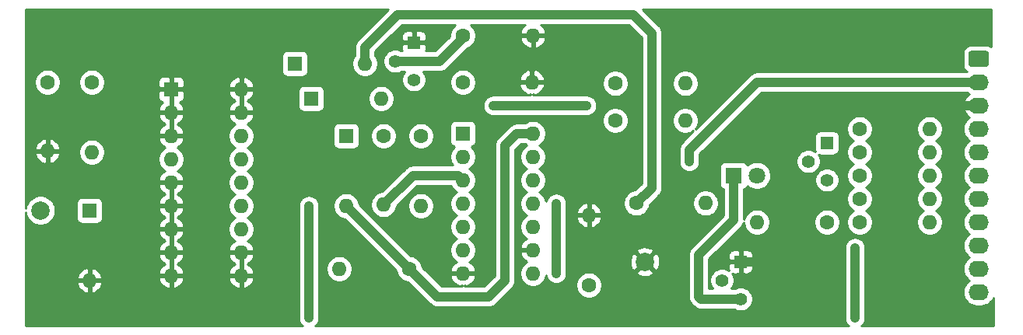
<source format=gbr>
%TF.GenerationSoftware,KiCad,Pcbnew,5.1.6-c6e7f7d~86~ubuntu16.04.1*%
%TF.CreationDate,2020-07-04T05:21:27+01:00*%
%TF.ProjectId,g850-pic-prog,67383530-2d70-4696-932d-70726f672e6b,rev?*%
%TF.SameCoordinates,Original*%
%TF.FileFunction,Copper,L1,Top*%
%TF.FilePolarity,Positive*%
%FSLAX46Y46*%
G04 Gerber Fmt 4.6, Leading zero omitted, Abs format (unit mm)*
G04 Created by KiCad (PCBNEW 5.1.6-c6e7f7d~86~ubuntu16.04.1) date 2020-07-04 05:21:27*
%MOMM*%
%LPD*%
G01*
G04 APERTURE LIST*
%TA.AperFunction,ComponentPad*%
%ADD10C,1.397000*%
%TD*%
%TA.AperFunction,ComponentPad*%
%ADD11R,1.397000X1.397000*%
%TD*%
%TA.AperFunction,ComponentPad*%
%ADD12O,1.600000X1.600000*%
%TD*%
%TA.AperFunction,ComponentPad*%
%ADD13R,1.600000X1.600000*%
%TD*%
%TA.AperFunction,ComponentPad*%
%ADD14C,2.000000*%
%TD*%
%TA.AperFunction,ComponentPad*%
%ADD15C,1.600000*%
%TD*%
%TA.AperFunction,ComponentPad*%
%ADD16O,2.190000X1.740000*%
%TD*%
%TA.AperFunction,ComponentPad*%
%ADD17C,1.800000*%
%TD*%
%TA.AperFunction,ComponentPad*%
%ADD18R,1.800000X1.800000*%
%TD*%
%TA.AperFunction,ViaPad*%
%ADD19C,1.000000*%
%TD*%
%TA.AperFunction,Conductor*%
%ADD20C,1.000000*%
%TD*%
%TA.AperFunction,Conductor*%
%ADD21C,0.254000*%
%TD*%
G04 APERTURE END LIST*
D10*
%TO.P,Q2,1*%
%TO.N,V+*%
X183388000Y-86106000D03*
%TO.P,Q2,2*%
%TO.N,Net-(Q2-Pad2)*%
X181356000Y-84074000D03*
D11*
%TO.P,Q2,3*%
%TO.N,+5V*%
X183388000Y-82042000D03*
%TD*%
D12*
%TO.P,U2,18*%
%TO.N,GND*%
X119634000Y-76200000D03*
%TO.P,U2,9*%
X112014000Y-96520000D03*
%TO.P,U2,17*%
X119634000Y-78740000D03*
%TO.P,U2,8*%
X112014000Y-93980000D03*
%TO.P,U2,16*%
%TO.N,Net-(U2-Pad16)*%
X119634000Y-81280000D03*
%TO.P,U2,7*%
%TO.N,GND*%
X112014000Y-91440000D03*
%TO.P,U2,15*%
%TO.N,Net-(U2-Pad15)*%
X119634000Y-83820000D03*
%TO.P,U2,6*%
%TO.N,GND*%
X112014000Y-88900000D03*
%TO.P,U2,14*%
%TO.N,+5V*%
X119634000Y-86360000D03*
%TO.P,U2,5*%
%TO.N,GND*%
X112014000Y-86360000D03*
%TO.P,U2,13*%
%TO.N,Net-(R8-Pad1)*%
X119634000Y-88900000D03*
%TO.P,U2,4*%
%TO.N,Net-(D4-Pad1)*%
X112014000Y-83820000D03*
%TO.P,U2,12*%
%TO.N,Net-(Q1-Pad1)*%
X119634000Y-91440000D03*
%TO.P,U2,3*%
%TO.N,GND*%
X112014000Y-81280000D03*
%TO.P,U2,11*%
X119634000Y-93980000D03*
%TO.P,U2,2*%
X112014000Y-78740000D03*
%TO.P,U2,10*%
X119634000Y-96520000D03*
D13*
%TO.P,U2,1*%
X112014000Y-76200000D03*
%TD*%
D12*
%TO.P,U1,14*%
%TO.N,+5V*%
X151384000Y-81026000D03*
%TO.P,U1,7*%
%TO.N,GND*%
X143764000Y-96266000D03*
%TO.P,U1,13*%
%TO.N,Net-(U1-Pad10)*%
X151384000Y-83566000D03*
%TO.P,U1,6*%
%TO.N,Net-(R1-Pad2)*%
X143764000Y-93726000D03*
%TO.P,U1,12*%
%TO.N,Net-(U1-Pad12)*%
X151384000Y-86106000D03*
%TO.P,U1,5*%
%TO.N,Net-(C3-Pad2)*%
X143764000Y-91186000D03*
%TO.P,U1,11*%
%TO.N,Net-(U1-Pad11)*%
X151384000Y-88646000D03*
%TO.P,U1,4*%
%TO.N,Net-(C3-Pad2)*%
X143764000Y-88646000D03*
%TO.P,U1,10*%
%TO.N,Net-(U1-Pad10)*%
X151384000Y-91186000D03*
%TO.P,U1,3*%
%TO.N,Net-(C1-Pad2)*%
X143764000Y-86106000D03*
%TO.P,U1,9*%
%TO.N,GND*%
X151384000Y-93726000D03*
%TO.P,U1,2*%
%TO.N,Net-(C1-Pad2)*%
X143764000Y-83566000D03*
%TO.P,U1,8*%
%TO.N,Net-(U1-Pad11)*%
X151384000Y-96266000D03*
D13*
%TO.P,U1,1*%
%TO.N,Net-(C2-Pad1)*%
X143764000Y-81026000D03*
%TD*%
D14*
%TO.P,TP2,1*%
%TO.N,Net-(D4-Pad1)*%
X97790000Y-89408000D03*
%TD*%
%TO.P,TP1,1*%
%TO.N,GND*%
X163576000Y-94996000D03*
%TD*%
D12*
%TO.P,R13,2*%
%TO.N,CP*%
X194564000Y-80518000D03*
D15*
%TO.P,R13,1*%
%TO.N,Net-(Q3-Pad2)*%
X186944000Y-80518000D03*
%TD*%
D12*
%TO.P,R12,2*%
%TO.N,LOW_BATT*%
X194564000Y-90678000D03*
D15*
%TO.P,R12,1*%
%TO.N,+5V*%
X186944000Y-90678000D03*
%TD*%
D12*
%TO.P,R11,2*%
%TO.N,Net-(Q2-Pad2)*%
X167962000Y-79614000D03*
D15*
%TO.P,R11,1*%
%TO.N,V+*%
X160342000Y-79614000D03*
%TD*%
D12*
%TO.P,R10,2*%
%TO.N,GND*%
X157480000Y-89916000D03*
D15*
%TO.P,R10,1*%
%TO.N,Net-(Q3-Pad2)*%
X157480000Y-97536000D03*
%TD*%
D12*
%TO.P,R9,2*%
%TO.N,DATA_OUT*%
X194564000Y-88138000D03*
D15*
%TO.P,R9,1*%
%TO.N,Net-(R8-Pad1)*%
X186944000Y-88138000D03*
%TD*%
D12*
%TO.P,R8,2*%
%TO.N,DATA_IN*%
X194564000Y-85598000D03*
D15*
%TO.P,R8,1*%
%TO.N,Net-(R8-Pad1)*%
X186944000Y-85598000D03*
%TD*%
D12*
%TO.P,R7,2*%
%TO.N,Net-(D5-Pad1)*%
X167962000Y-75564000D03*
D15*
%TO.P,R7,1*%
%TO.N,Net-(Q2-Pad2)*%
X160342000Y-75564000D03*
%TD*%
D12*
%TO.P,R6,2*%
%TO.N,CLOCK*%
X194564000Y-83058000D03*
D15*
%TO.P,R6,1*%
%TO.N,Net-(Q1-Pad2)*%
X186944000Y-83058000D03*
%TD*%
D12*
%TO.P,R5,2*%
%TO.N,GND*%
X151384000Y-70358000D03*
D15*
%TO.P,R5,1*%
%TO.N,Net-(Q1-Pad2)*%
X143764000Y-70358000D03*
%TD*%
D12*
%TO.P,R4,2*%
%TO.N,Net-(Q1-Pad1)*%
X130302000Y-95758000D03*
D15*
%TO.P,R4,1*%
%TO.N,+5V*%
X137922000Y-95758000D03*
%TD*%
D12*
%TO.P,R3,2*%
%TO.N,Net-(D5-Pad2)*%
X175768000Y-90678000D03*
D15*
%TO.P,R3,1*%
%TO.N,+5V*%
X183388000Y-90678000D03*
%TD*%
D12*
%TO.P,R2,2*%
%TO.N,Net-(D4-Pad1)*%
X103378000Y-83058000D03*
D15*
%TO.P,R2,1*%
%TO.N,Net-(C4-Pad1)*%
X103378000Y-75438000D03*
%TD*%
D12*
%TO.P,R1,2*%
%TO.N,Net-(R1-Pad2)*%
X139192000Y-88900000D03*
D15*
%TO.P,R1,1*%
%TO.N,Net-(C2-Pad1)*%
X139192000Y-81280000D03*
%TD*%
D10*
%TO.P,Q3,1*%
%TO.N,Net-(D5-Pad1)*%
X173990000Y-99060000D03*
%TO.P,Q3,2*%
%TO.N,Net-(Q3-Pad2)*%
X171958000Y-97028000D03*
D11*
%TO.P,Q3,3*%
%TO.N,GND*%
X173990000Y-94996000D03*
%TD*%
D10*
%TO.P,Q1,1*%
%TO.N,Net-(Q1-Pad1)*%
X138430000Y-75184000D03*
%TO.P,Q1,2*%
%TO.N,Net-(Q1-Pad2)*%
X136398000Y-73152000D03*
D11*
%TO.P,Q1,3*%
%TO.N,GND*%
X138430000Y-71120000D03*
%TD*%
D16*
%TO.P,J1,11*%
%TO.N,Net-(J1-Pad11)*%
X199898000Y-98298000D03*
%TO.P,J1,10*%
%TO.N,Net-(J1-Pad10)*%
X199898000Y-95758000D03*
%TO.P,J1,9*%
%TO.N,Net-(J1-Pad9)*%
X199898000Y-93218000D03*
%TO.P,J1,8*%
%TO.N,LOW_BATT*%
X199898000Y-90678000D03*
%TO.P,J1,7*%
%TO.N,DATA_OUT*%
X199898000Y-88138000D03*
%TO.P,J1,6*%
%TO.N,DATA_IN*%
X199898000Y-85598000D03*
%TO.P,J1,5*%
%TO.N,CLOCK*%
X199898000Y-83058000D03*
%TO.P,J1,4*%
%TO.N,CP*%
X199898000Y-80518000D03*
%TO.P,J1,3*%
%TO.N,GND*%
X199898000Y-77978000D03*
%TO.P,J1,2*%
%TO.N,V+*%
X199898000Y-75438000D03*
%TO.P,J1,1*%
%TO.N,Net-(J1-Pad1)*%
%TA.AperFunction,ComponentPad*%
G36*
G01*
X199052999Y-72028000D02*
X200743001Y-72028000D01*
G75*
G02*
X200993000Y-72277999I0J-249999D01*
G01*
X200993000Y-73518001D01*
G75*
G02*
X200743001Y-73768000I-249999J0D01*
G01*
X199052999Y-73768000D01*
G75*
G02*
X198803000Y-73518001I0J249999D01*
G01*
X198803000Y-72277999D01*
G75*
G02*
X199052999Y-72028000I249999J0D01*
G01*
G37*
%TD.AperFunction*%
%TD*%
D17*
%TO.P,D5,2*%
%TO.N,Net-(D5-Pad2)*%
X175768000Y-85598000D03*
D18*
%TO.P,D5,1*%
%TO.N,Net-(D5-Pad1)*%
X173228000Y-85598000D03*
%TD*%
D12*
%TO.P,D4,2*%
%TO.N,GND*%
X103124000Y-97028000D03*
D13*
%TO.P,D4,1*%
%TO.N,Net-(D4-Pad1)*%
X103124000Y-89408000D03*
%TD*%
D12*
%TO.P,D3,2*%
%TO.N,Net-(C3-Pad1)*%
X133096000Y-73406000D03*
D13*
%TO.P,D3,1*%
%TO.N,Net-(C4-Pad1)*%
X125476000Y-73406000D03*
%TD*%
D12*
%TO.P,D2,2*%
%TO.N,Net-(C1-Pad1)*%
X134874000Y-77216000D03*
D13*
%TO.P,D2,1*%
%TO.N,Net-(C3-Pad1)*%
X127254000Y-77216000D03*
%TD*%
D12*
%TO.P,D1,2*%
%TO.N,+5V*%
X131064000Y-88900000D03*
D13*
%TO.P,D1,1*%
%TO.N,Net-(C1-Pad1)*%
X131064000Y-81280000D03*
%TD*%
D12*
%TO.P,C4,2*%
%TO.N,GND*%
X98552000Y-82938000D03*
D15*
%TO.P,C4,1*%
%TO.N,Net-(C4-Pad1)*%
X98552000Y-75438000D03*
%TD*%
D12*
%TO.P,C3,2*%
%TO.N,Net-(C3-Pad2)*%
X170162000Y-88614000D03*
D15*
%TO.P,C3,1*%
%TO.N,Net-(C3-Pad1)*%
X162662000Y-88614000D03*
%TD*%
D12*
%TO.P,C2,2*%
%TO.N,GND*%
X151264000Y-75438000D03*
D15*
%TO.P,C2,1*%
%TO.N,Net-(C2-Pad1)*%
X143764000Y-75438000D03*
%TD*%
D12*
%TO.P,C1,2*%
%TO.N,Net-(C1-Pad2)*%
X135128000Y-88780000D03*
D15*
%TO.P,C1,1*%
%TO.N,Net-(C1-Pad1)*%
X135128000Y-81280000D03*
%TD*%
D19*
%TO.N,Net-(C3-Pad2)*%
X157226000Y-77978000D03*
X147066000Y-77978000D03*
%TO.N,Net-(R8-Pad1)*%
X186436000Y-93472000D03*
X186436000Y-101092000D03*
X127000000Y-88900000D03*
X127000000Y-101092000D03*
%TO.N,V+*%
X168402000Y-84074000D03*
%TO.N,Net-(U1-Pad11)*%
X153924000Y-96266000D03*
X153924000Y-88646000D03*
%TD*%
D20*
%TO.N,Net-(C1-Pad2)*%
X135128000Y-88780000D02*
X138310000Y-85598000D01*
X143256000Y-85598000D02*
X143764000Y-86106000D01*
X138310000Y-85598000D02*
X143256000Y-85598000D01*
%TO.N,GND*%
X173990000Y-94996000D02*
X177546000Y-94996000D01*
X177546000Y-94996000D02*
X178816000Y-93726000D01*
X178816000Y-93726000D02*
X178816000Y-80772000D01*
X181610000Y-77978000D02*
X199898000Y-77978000D01*
X178816000Y-80772000D02*
X181610000Y-77978000D01*
%TO.N,Net-(C3-Pad2)*%
X157226000Y-77978000D02*
X147066000Y-77978000D01*
%TO.N,Net-(C3-Pad1)*%
X133096000Y-73406000D02*
X133096000Y-71628000D01*
X133096000Y-71628000D02*
X136652000Y-68072000D01*
X136652000Y-68072000D02*
X162306000Y-68072000D01*
X162306000Y-68072000D02*
X164338000Y-70104000D01*
X164338000Y-86938000D02*
X162662000Y-88614000D01*
X164338000Y-70104000D02*
X164338000Y-86938000D01*
%TO.N,+5V*%
X131064000Y-88900000D02*
X137922000Y-95758000D01*
X137922000Y-95758000D02*
X140970000Y-98806000D01*
X140970000Y-98806000D02*
X146558000Y-98806000D01*
X146558000Y-98806000D02*
X148336000Y-97028000D01*
X148336000Y-97028000D02*
X148336000Y-82296000D01*
X149606000Y-81026000D02*
X151384000Y-81026000D01*
X148336000Y-82296000D02*
X149606000Y-81026000D01*
%TO.N,Net-(D5-Pad1)*%
X173228000Y-85598000D02*
X173228000Y-90424000D01*
X173228000Y-90424000D02*
X169418000Y-94234000D01*
X169418000Y-94234000D02*
X169418000Y-98806000D01*
X169672000Y-99060000D02*
X173990000Y-99060000D01*
X169418000Y-98806000D02*
X169672000Y-99060000D01*
%TO.N,Net-(Q1-Pad2)*%
X136398000Y-73152000D02*
X141224000Y-73152000D01*
X143764000Y-70612000D02*
X143764000Y-70358000D01*
X141224000Y-73152000D02*
X143764000Y-70612000D01*
%TO.N,Net-(R8-Pad1)*%
X186436000Y-101092000D02*
X186436000Y-101092000D01*
X186436000Y-93472000D02*
X186436000Y-93472000D01*
X186436000Y-101092000D02*
X186436000Y-93472000D01*
X127000000Y-88900000D02*
X127000000Y-101092000D01*
%TO.N,V+*%
X199898000Y-75438000D02*
X175768000Y-75438000D01*
X175768000Y-75438000D02*
X168402000Y-82804000D01*
X168402000Y-82804000D02*
X168402000Y-84074000D01*
%TO.N,Net-(U1-Pad11)*%
X153924000Y-96266000D02*
X153924000Y-88646000D01*
%TD*%
D21*
%TO.N,GND*%
G36*
X132332860Y-70786009D02*
G01*
X132289552Y-70821551D01*
X132147717Y-70994377D01*
X132124546Y-71037727D01*
X132042324Y-71191554D01*
X131977423Y-71405502D01*
X131955509Y-71628000D01*
X131961000Y-71683751D01*
X131961000Y-72521716D01*
X131824320Y-72726273D01*
X131716147Y-72987426D01*
X131661000Y-73264665D01*
X131661000Y-73547335D01*
X131716147Y-73824574D01*
X131824320Y-74085727D01*
X131981363Y-74320759D01*
X132181241Y-74520637D01*
X132416273Y-74677680D01*
X132677426Y-74785853D01*
X132954665Y-74841000D01*
X133237335Y-74841000D01*
X133514574Y-74785853D01*
X133775727Y-74677680D01*
X134010759Y-74520637D01*
X134210637Y-74320759D01*
X134367680Y-74085727D01*
X134475853Y-73824574D01*
X134531000Y-73547335D01*
X134531000Y-73264665D01*
X134475853Y-72987426D01*
X134367680Y-72726273D01*
X134231000Y-72521716D01*
X134231000Y-72098131D01*
X135907631Y-70421500D01*
X137093428Y-70421500D01*
X137096500Y-70834250D01*
X137255250Y-70993000D01*
X138303000Y-70993000D01*
X138303000Y-69945250D01*
X138557000Y-69945250D01*
X138557000Y-70993000D01*
X139604750Y-70993000D01*
X139763500Y-70834250D01*
X139766572Y-70421500D01*
X139754312Y-70297018D01*
X139718002Y-70177320D01*
X139659037Y-70067006D01*
X139579685Y-69970315D01*
X139482994Y-69890963D01*
X139372680Y-69831998D01*
X139252982Y-69795688D01*
X139128500Y-69783428D01*
X138715750Y-69786500D01*
X138557000Y-69945250D01*
X138303000Y-69945250D01*
X138144250Y-69786500D01*
X137731500Y-69783428D01*
X137607018Y-69795688D01*
X137487320Y-69831998D01*
X137377006Y-69890963D01*
X137280315Y-69970315D01*
X137200963Y-70067006D01*
X137141998Y-70177320D01*
X137105688Y-70297018D01*
X137093428Y-70421500D01*
X135907631Y-70421500D01*
X137122132Y-69207000D01*
X142903662Y-69207000D01*
X142849241Y-69243363D01*
X142649363Y-69443241D01*
X142492320Y-69678273D01*
X142384147Y-69939426D01*
X142329000Y-70216665D01*
X142329000Y-70441868D01*
X140753869Y-72017000D01*
X139731859Y-72017000D01*
X139754312Y-71942982D01*
X139766572Y-71818500D01*
X139763500Y-71405750D01*
X139604750Y-71247000D01*
X138557000Y-71247000D01*
X138557000Y-71267000D01*
X138303000Y-71267000D01*
X138303000Y-71247000D01*
X137255250Y-71247000D01*
X137096500Y-71405750D01*
X137093428Y-71818500D01*
X137105688Y-71942982D01*
X137128141Y-72017000D01*
X137099589Y-72017000D01*
X137029649Y-71970268D01*
X136786968Y-71869746D01*
X136529338Y-71818500D01*
X136266662Y-71818500D01*
X136009032Y-71869746D01*
X135766351Y-71970268D01*
X135547943Y-72116203D01*
X135362203Y-72301943D01*
X135216268Y-72520351D01*
X135115746Y-72763032D01*
X135064500Y-73020662D01*
X135064500Y-73283338D01*
X135115746Y-73540968D01*
X135216268Y-73783649D01*
X135362203Y-74002057D01*
X135547943Y-74187797D01*
X135766351Y-74333732D01*
X136009032Y-74434254D01*
X136266662Y-74485500D01*
X136529338Y-74485500D01*
X136786968Y-74434254D01*
X137029649Y-74333732D01*
X137099589Y-74287000D01*
X137441146Y-74287000D01*
X137394203Y-74333943D01*
X137248268Y-74552351D01*
X137147746Y-74795032D01*
X137096500Y-75052662D01*
X137096500Y-75315338D01*
X137147746Y-75572968D01*
X137248268Y-75815649D01*
X137394203Y-76034057D01*
X137579943Y-76219797D01*
X137798351Y-76365732D01*
X138041032Y-76466254D01*
X138298662Y-76517500D01*
X138561338Y-76517500D01*
X138818968Y-76466254D01*
X139061649Y-76365732D01*
X139280057Y-76219797D01*
X139465797Y-76034057D01*
X139611732Y-75815649D01*
X139712254Y-75572968D01*
X139763500Y-75315338D01*
X139763500Y-75296665D01*
X142329000Y-75296665D01*
X142329000Y-75579335D01*
X142384147Y-75856574D01*
X142492320Y-76117727D01*
X142649363Y-76352759D01*
X142849241Y-76552637D01*
X143084273Y-76709680D01*
X143345426Y-76817853D01*
X143622665Y-76873000D01*
X143905335Y-76873000D01*
X144182574Y-76817853D01*
X144443727Y-76709680D01*
X144678759Y-76552637D01*
X144878637Y-76352759D01*
X145035680Y-76117727D01*
X145143853Y-75856574D01*
X145199000Y-75579335D01*
X145199000Y-75422665D01*
X158907000Y-75422665D01*
X158907000Y-75705335D01*
X158962147Y-75982574D01*
X159070320Y-76243727D01*
X159227363Y-76478759D01*
X159427241Y-76678637D01*
X159662273Y-76835680D01*
X159923426Y-76943853D01*
X160200665Y-76999000D01*
X160483335Y-76999000D01*
X160760574Y-76943853D01*
X161021727Y-76835680D01*
X161256759Y-76678637D01*
X161456637Y-76478759D01*
X161613680Y-76243727D01*
X161721853Y-75982574D01*
X161777000Y-75705335D01*
X161777000Y-75422665D01*
X161721853Y-75145426D01*
X161613680Y-74884273D01*
X161456637Y-74649241D01*
X161256759Y-74449363D01*
X161021727Y-74292320D01*
X160760574Y-74184147D01*
X160483335Y-74129000D01*
X160200665Y-74129000D01*
X159923426Y-74184147D01*
X159662273Y-74292320D01*
X159427241Y-74449363D01*
X159227363Y-74649241D01*
X159070320Y-74884273D01*
X158962147Y-75145426D01*
X158907000Y-75422665D01*
X145199000Y-75422665D01*
X145199000Y-75296665D01*
X145157685Y-75088961D01*
X149872096Y-75088961D01*
X149994085Y-75311000D01*
X151137000Y-75311000D01*
X151137000Y-74167376D01*
X151391000Y-74167376D01*
X151391000Y-75311000D01*
X152533915Y-75311000D01*
X152655904Y-75088961D01*
X152615246Y-74954913D01*
X152495037Y-74700580D01*
X152327519Y-74474586D01*
X152119131Y-74285615D01*
X151877881Y-74140930D01*
X151613040Y-74046091D01*
X151391000Y-74167376D01*
X151137000Y-74167376D01*
X150914960Y-74046091D01*
X150650119Y-74140930D01*
X150408869Y-74285615D01*
X150200481Y-74474586D01*
X150032963Y-74700580D01*
X149912754Y-74954913D01*
X149872096Y-75088961D01*
X145157685Y-75088961D01*
X145143853Y-75019426D01*
X145035680Y-74758273D01*
X144878637Y-74523241D01*
X144678759Y-74323363D01*
X144443727Y-74166320D01*
X144182574Y-74058147D01*
X143905335Y-74003000D01*
X143622665Y-74003000D01*
X143345426Y-74058147D01*
X143084273Y-74166320D01*
X142849241Y-74323363D01*
X142649363Y-74523241D01*
X142492320Y-74758273D01*
X142384147Y-75019426D01*
X142329000Y-75296665D01*
X139763500Y-75296665D01*
X139763500Y-75052662D01*
X139712254Y-74795032D01*
X139611732Y-74552351D01*
X139465797Y-74333943D01*
X139418854Y-74287000D01*
X141168249Y-74287000D01*
X141224000Y-74292491D01*
X141279751Y-74287000D01*
X141279752Y-74287000D01*
X141446499Y-74270577D01*
X141660447Y-74205676D01*
X141857623Y-74100284D01*
X142030449Y-73958449D01*
X142065996Y-73915135D01*
X144286204Y-71694928D01*
X144443727Y-71629680D01*
X144678759Y-71472637D01*
X144878637Y-71272759D01*
X145035680Y-71037727D01*
X145143853Y-70776574D01*
X145157684Y-70707039D01*
X149992096Y-70707039D01*
X150032754Y-70841087D01*
X150152963Y-71095420D01*
X150320481Y-71321414D01*
X150528869Y-71510385D01*
X150770119Y-71655070D01*
X151034960Y-71749909D01*
X151257000Y-71628624D01*
X151257000Y-70485000D01*
X151511000Y-70485000D01*
X151511000Y-71628624D01*
X151733040Y-71749909D01*
X151997881Y-71655070D01*
X152239131Y-71510385D01*
X152447519Y-71321414D01*
X152615037Y-71095420D01*
X152735246Y-70841087D01*
X152775904Y-70707039D01*
X152653915Y-70485000D01*
X151511000Y-70485000D01*
X151257000Y-70485000D01*
X150114085Y-70485000D01*
X149992096Y-70707039D01*
X145157684Y-70707039D01*
X145199000Y-70499335D01*
X145199000Y-70216665D01*
X145143853Y-69939426D01*
X145035680Y-69678273D01*
X144878637Y-69443241D01*
X144678759Y-69243363D01*
X144624338Y-69207000D01*
X150527342Y-69207000D01*
X150320481Y-69394586D01*
X150152963Y-69620580D01*
X150032754Y-69874913D01*
X149992096Y-70008961D01*
X150114085Y-70231000D01*
X151257000Y-70231000D01*
X151257000Y-70211000D01*
X151511000Y-70211000D01*
X151511000Y-70231000D01*
X152653915Y-70231000D01*
X152775904Y-70008961D01*
X152735246Y-69874913D01*
X152615037Y-69620580D01*
X152447519Y-69394586D01*
X152240658Y-69207000D01*
X161835869Y-69207000D01*
X163203000Y-70574132D01*
X163203001Y-86467867D01*
X162484718Y-87186150D01*
X162243426Y-87234147D01*
X161982273Y-87342320D01*
X161747241Y-87499363D01*
X161547363Y-87699241D01*
X161390320Y-87934273D01*
X161282147Y-88195426D01*
X161227000Y-88472665D01*
X161227000Y-88755335D01*
X161282147Y-89032574D01*
X161390320Y-89293727D01*
X161547363Y-89528759D01*
X161747241Y-89728637D01*
X161982273Y-89885680D01*
X162243426Y-89993853D01*
X162520665Y-90049000D01*
X162803335Y-90049000D01*
X163080574Y-89993853D01*
X163341727Y-89885680D01*
X163576759Y-89728637D01*
X163776637Y-89528759D01*
X163933680Y-89293727D01*
X164041853Y-89032574D01*
X164089850Y-88791282D01*
X164408466Y-88472665D01*
X168727000Y-88472665D01*
X168727000Y-88755335D01*
X168782147Y-89032574D01*
X168890320Y-89293727D01*
X169047363Y-89528759D01*
X169247241Y-89728637D01*
X169482273Y-89885680D01*
X169743426Y-89993853D01*
X170020665Y-90049000D01*
X170303335Y-90049000D01*
X170580574Y-89993853D01*
X170841727Y-89885680D01*
X171076759Y-89728637D01*
X171276637Y-89528759D01*
X171433680Y-89293727D01*
X171541853Y-89032574D01*
X171597000Y-88755335D01*
X171597000Y-88472665D01*
X171541853Y-88195426D01*
X171433680Y-87934273D01*
X171276637Y-87699241D01*
X171076759Y-87499363D01*
X170841727Y-87342320D01*
X170580574Y-87234147D01*
X170303335Y-87179000D01*
X170020665Y-87179000D01*
X169743426Y-87234147D01*
X169482273Y-87342320D01*
X169247241Y-87499363D01*
X169047363Y-87699241D01*
X168890320Y-87934273D01*
X168782147Y-88195426D01*
X168727000Y-88472665D01*
X164408466Y-88472665D01*
X165101140Y-87779991D01*
X165144449Y-87744449D01*
X165286284Y-87571623D01*
X165391676Y-87374447D01*
X165456577Y-87160499D01*
X165473000Y-86993752D01*
X165478491Y-86938000D01*
X165473000Y-86882249D01*
X165473000Y-75422665D01*
X166527000Y-75422665D01*
X166527000Y-75705335D01*
X166582147Y-75982574D01*
X166690320Y-76243727D01*
X166847363Y-76478759D01*
X167047241Y-76678637D01*
X167282273Y-76835680D01*
X167543426Y-76943853D01*
X167820665Y-76999000D01*
X168103335Y-76999000D01*
X168380574Y-76943853D01*
X168641727Y-76835680D01*
X168876759Y-76678637D01*
X169076637Y-76478759D01*
X169233680Y-76243727D01*
X169341853Y-75982574D01*
X169397000Y-75705335D01*
X169397000Y-75422665D01*
X169341853Y-75145426D01*
X169233680Y-74884273D01*
X169076637Y-74649241D01*
X168876759Y-74449363D01*
X168641727Y-74292320D01*
X168380574Y-74184147D01*
X168103335Y-74129000D01*
X167820665Y-74129000D01*
X167543426Y-74184147D01*
X167282273Y-74292320D01*
X167047241Y-74449363D01*
X166847363Y-74649241D01*
X166690320Y-74884273D01*
X166582147Y-75145426D01*
X166527000Y-75422665D01*
X165473000Y-75422665D01*
X165473000Y-70159751D01*
X165478491Y-70104000D01*
X165456577Y-69881501D01*
X165391676Y-69667553D01*
X165389626Y-69663717D01*
X165286284Y-69470377D01*
X165144449Y-69297551D01*
X165101141Y-69262009D01*
X163301131Y-67462000D01*
X201270000Y-67462000D01*
X201270001Y-69820124D01*
X201269771Y-69822659D01*
X201270001Y-69852558D01*
X201270001Y-69882419D01*
X201270250Y-69884949D01*
X201283274Y-71578074D01*
X201236387Y-71539595D01*
X201082851Y-71457528D01*
X200916255Y-71406992D01*
X200743001Y-71389928D01*
X199052999Y-71389928D01*
X198879745Y-71406992D01*
X198713149Y-71457528D01*
X198559613Y-71539595D01*
X198425038Y-71650038D01*
X198314595Y-71784613D01*
X198232528Y-71938149D01*
X198181992Y-72104745D01*
X198164928Y-72277999D01*
X198164928Y-73518001D01*
X198181992Y-73691255D01*
X198232528Y-73857851D01*
X198314595Y-74011387D01*
X198425038Y-74145962D01*
X198559613Y-74256405D01*
X198646786Y-74303000D01*
X175823751Y-74303000D01*
X175767999Y-74297509D01*
X175712248Y-74303000D01*
X175545501Y-74319423D01*
X175331553Y-74384324D01*
X175134377Y-74489716D01*
X174961551Y-74631551D01*
X174926009Y-74674859D01*
X169085753Y-80515116D01*
X169233680Y-80293727D01*
X169341853Y-80032574D01*
X169397000Y-79755335D01*
X169397000Y-79472665D01*
X169341853Y-79195426D01*
X169233680Y-78934273D01*
X169076637Y-78699241D01*
X168876759Y-78499363D01*
X168641727Y-78342320D01*
X168380574Y-78234147D01*
X168103335Y-78179000D01*
X167820665Y-78179000D01*
X167543426Y-78234147D01*
X167282273Y-78342320D01*
X167047241Y-78499363D01*
X166847363Y-78699241D01*
X166690320Y-78934273D01*
X166582147Y-79195426D01*
X166527000Y-79472665D01*
X166527000Y-79755335D01*
X166582147Y-80032574D01*
X166690320Y-80293727D01*
X166847363Y-80528759D01*
X167047241Y-80728637D01*
X167282273Y-80885680D01*
X167543426Y-80993853D01*
X167820665Y-81049000D01*
X168103335Y-81049000D01*
X168380574Y-80993853D01*
X168641727Y-80885680D01*
X168863116Y-80737753D01*
X167638865Y-81962004D01*
X167595551Y-81997551D01*
X167453716Y-82170377D01*
X167371508Y-82324180D01*
X167348324Y-82367554D01*
X167283423Y-82581502D01*
X167261509Y-82804000D01*
X167267000Y-82859751D01*
X167267000Y-84185788D01*
X167277932Y-84240747D01*
X167283423Y-84296499D01*
X167299685Y-84350106D01*
X167310617Y-84405067D01*
X167332063Y-84456842D01*
X167348324Y-84510447D01*
X167374730Y-84559849D01*
X167396176Y-84611624D01*
X167427310Y-84658220D01*
X167453717Y-84707623D01*
X167489254Y-84750925D01*
X167520388Y-84797520D01*
X167560014Y-84837146D01*
X167595552Y-84880449D01*
X167638855Y-84915987D01*
X167678480Y-84955612D01*
X167725074Y-84986745D01*
X167768378Y-85022284D01*
X167817782Y-85048691D01*
X167864376Y-85079824D01*
X167916153Y-85101271D01*
X167965554Y-85127676D01*
X168019155Y-85143936D01*
X168070933Y-85165383D01*
X168125897Y-85176316D01*
X168179502Y-85192577D01*
X168235252Y-85198068D01*
X168290212Y-85209000D01*
X168346249Y-85209000D01*
X168402000Y-85214491D01*
X168457752Y-85209000D01*
X168513788Y-85209000D01*
X168568747Y-85198068D01*
X168624499Y-85192577D01*
X168678106Y-85176315D01*
X168733067Y-85165383D01*
X168784842Y-85143937D01*
X168838447Y-85127676D01*
X168887851Y-85101269D01*
X168939624Y-85079824D01*
X168986214Y-85048693D01*
X169035623Y-85022284D01*
X169078932Y-84986741D01*
X169125520Y-84955612D01*
X169165141Y-84915991D01*
X169208449Y-84880449D01*
X169243991Y-84837141D01*
X169283612Y-84797520D01*
X169314741Y-84750932D01*
X169350284Y-84707623D01*
X169376693Y-84658214D01*
X169407824Y-84611624D01*
X169429269Y-84559851D01*
X169455676Y-84510447D01*
X169471937Y-84456842D01*
X169493383Y-84405067D01*
X169504315Y-84350106D01*
X169520577Y-84296499D01*
X169526068Y-84240747D01*
X169537000Y-84185788D01*
X169537000Y-83942662D01*
X180022500Y-83942662D01*
X180022500Y-84205338D01*
X180073746Y-84462968D01*
X180174268Y-84705649D01*
X180320203Y-84924057D01*
X180505943Y-85109797D01*
X180724351Y-85255732D01*
X180967032Y-85356254D01*
X181224662Y-85407500D01*
X181487338Y-85407500D01*
X181744968Y-85356254D01*
X181987649Y-85255732D01*
X182206057Y-85109797D01*
X182391797Y-84924057D01*
X182537732Y-84705649D01*
X182638254Y-84462968D01*
X182689500Y-84205338D01*
X182689500Y-83942662D01*
X182638254Y-83685032D01*
X182537732Y-83442351D01*
X182467072Y-83336600D01*
X182565018Y-83366312D01*
X182689500Y-83378572D01*
X184086500Y-83378572D01*
X184210982Y-83366312D01*
X184330680Y-83330002D01*
X184440994Y-83271037D01*
X184537685Y-83191685D01*
X184617037Y-83094994D01*
X184676002Y-82984680D01*
X184712312Y-82864982D01*
X184724572Y-82740500D01*
X184724572Y-81343500D01*
X184712312Y-81219018D01*
X184676002Y-81099320D01*
X184617037Y-80989006D01*
X184537685Y-80892315D01*
X184440994Y-80812963D01*
X184330680Y-80753998D01*
X184210982Y-80717688D01*
X184086500Y-80705428D01*
X182689500Y-80705428D01*
X182565018Y-80717688D01*
X182445320Y-80753998D01*
X182335006Y-80812963D01*
X182238315Y-80892315D01*
X182158963Y-80989006D01*
X182099998Y-81099320D01*
X182063688Y-81219018D01*
X182051428Y-81343500D01*
X182051428Y-82740500D01*
X182063688Y-82864982D01*
X182093400Y-82962928D01*
X181987649Y-82892268D01*
X181744968Y-82791746D01*
X181487338Y-82740500D01*
X181224662Y-82740500D01*
X180967032Y-82791746D01*
X180724351Y-82892268D01*
X180505943Y-83038203D01*
X180320203Y-83223943D01*
X180174268Y-83442351D01*
X180073746Y-83685032D01*
X180022500Y-83942662D01*
X169537000Y-83942662D01*
X169537000Y-83274131D01*
X172434466Y-80376665D01*
X185509000Y-80376665D01*
X185509000Y-80659335D01*
X185564147Y-80936574D01*
X185672320Y-81197727D01*
X185829363Y-81432759D01*
X186029241Y-81632637D01*
X186261759Y-81788000D01*
X186029241Y-81943363D01*
X185829363Y-82143241D01*
X185672320Y-82378273D01*
X185564147Y-82639426D01*
X185509000Y-82916665D01*
X185509000Y-83199335D01*
X185564147Y-83476574D01*
X185672320Y-83737727D01*
X185829363Y-83972759D01*
X186029241Y-84172637D01*
X186261759Y-84328000D01*
X186029241Y-84483363D01*
X185829363Y-84683241D01*
X185672320Y-84918273D01*
X185564147Y-85179426D01*
X185509000Y-85456665D01*
X185509000Y-85739335D01*
X185564147Y-86016574D01*
X185672320Y-86277727D01*
X185829363Y-86512759D01*
X186029241Y-86712637D01*
X186261759Y-86868000D01*
X186029241Y-87023363D01*
X185829363Y-87223241D01*
X185672320Y-87458273D01*
X185564147Y-87719426D01*
X185509000Y-87996665D01*
X185509000Y-88279335D01*
X185564147Y-88556574D01*
X185672320Y-88817727D01*
X185829363Y-89052759D01*
X186029241Y-89252637D01*
X186261759Y-89408000D01*
X186029241Y-89563363D01*
X185829363Y-89763241D01*
X185672320Y-89998273D01*
X185564147Y-90259426D01*
X185509000Y-90536665D01*
X185509000Y-90819335D01*
X185564147Y-91096574D01*
X185672320Y-91357727D01*
X185829363Y-91592759D01*
X186029241Y-91792637D01*
X186264273Y-91949680D01*
X186525426Y-92057853D01*
X186802665Y-92113000D01*
X187085335Y-92113000D01*
X187362574Y-92057853D01*
X187623727Y-91949680D01*
X187858759Y-91792637D01*
X188058637Y-91592759D01*
X188215680Y-91357727D01*
X188323853Y-91096574D01*
X188379000Y-90819335D01*
X188379000Y-90536665D01*
X188323853Y-90259426D01*
X188215680Y-89998273D01*
X188058637Y-89763241D01*
X187858759Y-89563363D01*
X187626241Y-89408000D01*
X187858759Y-89252637D01*
X188058637Y-89052759D01*
X188215680Y-88817727D01*
X188323853Y-88556574D01*
X188379000Y-88279335D01*
X188379000Y-87996665D01*
X188323853Y-87719426D01*
X188215680Y-87458273D01*
X188058637Y-87223241D01*
X187858759Y-87023363D01*
X187626241Y-86868000D01*
X187858759Y-86712637D01*
X188058637Y-86512759D01*
X188215680Y-86277727D01*
X188323853Y-86016574D01*
X188379000Y-85739335D01*
X188379000Y-85456665D01*
X188323853Y-85179426D01*
X188215680Y-84918273D01*
X188058637Y-84683241D01*
X187858759Y-84483363D01*
X187626241Y-84328000D01*
X187858759Y-84172637D01*
X188058637Y-83972759D01*
X188215680Y-83737727D01*
X188323853Y-83476574D01*
X188379000Y-83199335D01*
X188379000Y-82916665D01*
X188323853Y-82639426D01*
X188215680Y-82378273D01*
X188058637Y-82143241D01*
X187858759Y-81943363D01*
X187626241Y-81788000D01*
X187858759Y-81632637D01*
X188058637Y-81432759D01*
X188215680Y-81197727D01*
X188323853Y-80936574D01*
X188379000Y-80659335D01*
X188379000Y-80376665D01*
X193129000Y-80376665D01*
X193129000Y-80659335D01*
X193184147Y-80936574D01*
X193292320Y-81197727D01*
X193449363Y-81432759D01*
X193649241Y-81632637D01*
X193881759Y-81788000D01*
X193649241Y-81943363D01*
X193449363Y-82143241D01*
X193292320Y-82378273D01*
X193184147Y-82639426D01*
X193129000Y-82916665D01*
X193129000Y-83199335D01*
X193184147Y-83476574D01*
X193292320Y-83737727D01*
X193449363Y-83972759D01*
X193649241Y-84172637D01*
X193881759Y-84328000D01*
X193649241Y-84483363D01*
X193449363Y-84683241D01*
X193292320Y-84918273D01*
X193184147Y-85179426D01*
X193129000Y-85456665D01*
X193129000Y-85739335D01*
X193184147Y-86016574D01*
X193292320Y-86277727D01*
X193449363Y-86512759D01*
X193649241Y-86712637D01*
X193881759Y-86868000D01*
X193649241Y-87023363D01*
X193449363Y-87223241D01*
X193292320Y-87458273D01*
X193184147Y-87719426D01*
X193129000Y-87996665D01*
X193129000Y-88279335D01*
X193184147Y-88556574D01*
X193292320Y-88817727D01*
X193449363Y-89052759D01*
X193649241Y-89252637D01*
X193881759Y-89408000D01*
X193649241Y-89563363D01*
X193449363Y-89763241D01*
X193292320Y-89998273D01*
X193184147Y-90259426D01*
X193129000Y-90536665D01*
X193129000Y-90819335D01*
X193184147Y-91096574D01*
X193292320Y-91357727D01*
X193449363Y-91592759D01*
X193649241Y-91792637D01*
X193884273Y-91949680D01*
X194145426Y-92057853D01*
X194422665Y-92113000D01*
X194705335Y-92113000D01*
X194982574Y-92057853D01*
X195243727Y-91949680D01*
X195478759Y-91792637D01*
X195678637Y-91592759D01*
X195835680Y-91357727D01*
X195943853Y-91096574D01*
X195999000Y-90819335D01*
X195999000Y-90536665D01*
X195943853Y-90259426D01*
X195835680Y-89998273D01*
X195678637Y-89763241D01*
X195478759Y-89563363D01*
X195246241Y-89408000D01*
X195478759Y-89252637D01*
X195678637Y-89052759D01*
X195835680Y-88817727D01*
X195943853Y-88556574D01*
X195999000Y-88279335D01*
X195999000Y-87996665D01*
X195943853Y-87719426D01*
X195835680Y-87458273D01*
X195678637Y-87223241D01*
X195478759Y-87023363D01*
X195246241Y-86868000D01*
X195478759Y-86712637D01*
X195678637Y-86512759D01*
X195835680Y-86277727D01*
X195943853Y-86016574D01*
X195999000Y-85739335D01*
X195999000Y-85456665D01*
X195943853Y-85179426D01*
X195835680Y-84918273D01*
X195678637Y-84683241D01*
X195478759Y-84483363D01*
X195246241Y-84328000D01*
X195478759Y-84172637D01*
X195678637Y-83972759D01*
X195835680Y-83737727D01*
X195943853Y-83476574D01*
X195999000Y-83199335D01*
X195999000Y-82916665D01*
X195943853Y-82639426D01*
X195835680Y-82378273D01*
X195678637Y-82143241D01*
X195478759Y-81943363D01*
X195246241Y-81788000D01*
X195478759Y-81632637D01*
X195678637Y-81432759D01*
X195835680Y-81197727D01*
X195943853Y-80936574D01*
X195999000Y-80659335D01*
X195999000Y-80376665D01*
X195943853Y-80099426D01*
X195835680Y-79838273D01*
X195678637Y-79603241D01*
X195478759Y-79403363D01*
X195243727Y-79246320D01*
X194982574Y-79138147D01*
X194705335Y-79083000D01*
X194422665Y-79083000D01*
X194145426Y-79138147D01*
X193884273Y-79246320D01*
X193649241Y-79403363D01*
X193449363Y-79603241D01*
X193292320Y-79838273D01*
X193184147Y-80099426D01*
X193129000Y-80376665D01*
X188379000Y-80376665D01*
X188323853Y-80099426D01*
X188215680Y-79838273D01*
X188058637Y-79603241D01*
X187858759Y-79403363D01*
X187623727Y-79246320D01*
X187362574Y-79138147D01*
X187085335Y-79083000D01*
X186802665Y-79083000D01*
X186525426Y-79138147D01*
X186264273Y-79246320D01*
X186029241Y-79403363D01*
X185829363Y-79603241D01*
X185672320Y-79838273D01*
X185564147Y-80099426D01*
X185509000Y-80376665D01*
X172434466Y-80376665D01*
X176238132Y-76573000D01*
X198683656Y-76573000D01*
X198832821Y-76695417D01*
X198861152Y-76710560D01*
X198720567Y-76803292D01*
X198509694Y-77011674D01*
X198343526Y-77257191D01*
X198228449Y-77530409D01*
X198211698Y-77617969D01*
X198332754Y-77851000D01*
X199771000Y-77851000D01*
X199771000Y-77831000D01*
X200025000Y-77831000D01*
X200025000Y-77851000D01*
X200045000Y-77851000D01*
X200045000Y-78105000D01*
X200025000Y-78105000D01*
X200025000Y-78125000D01*
X199771000Y-78125000D01*
X199771000Y-78105000D01*
X198332754Y-78105000D01*
X198211698Y-78338031D01*
X198228449Y-78425591D01*
X198343526Y-78698809D01*
X198509694Y-78944326D01*
X198720567Y-79152708D01*
X198861152Y-79245440D01*
X198832821Y-79260583D01*
X198603655Y-79448655D01*
X198415583Y-79677821D01*
X198275834Y-79939275D01*
X198189776Y-80222968D01*
X198160718Y-80518000D01*
X198189776Y-80813032D01*
X198275834Y-81096725D01*
X198415583Y-81358179D01*
X198603655Y-81587345D01*
X198832821Y-81775417D01*
X198856362Y-81788000D01*
X198832821Y-81800583D01*
X198603655Y-81988655D01*
X198415583Y-82217821D01*
X198275834Y-82479275D01*
X198189776Y-82762968D01*
X198160718Y-83058000D01*
X198189776Y-83353032D01*
X198275834Y-83636725D01*
X198415583Y-83898179D01*
X198603655Y-84127345D01*
X198832821Y-84315417D01*
X198856362Y-84328000D01*
X198832821Y-84340583D01*
X198603655Y-84528655D01*
X198415583Y-84757821D01*
X198275834Y-85019275D01*
X198189776Y-85302968D01*
X198160718Y-85598000D01*
X198189776Y-85893032D01*
X198275834Y-86176725D01*
X198415583Y-86438179D01*
X198603655Y-86667345D01*
X198832821Y-86855417D01*
X198856362Y-86868000D01*
X198832821Y-86880583D01*
X198603655Y-87068655D01*
X198415583Y-87297821D01*
X198275834Y-87559275D01*
X198189776Y-87842968D01*
X198160718Y-88138000D01*
X198189776Y-88433032D01*
X198275834Y-88716725D01*
X198415583Y-88978179D01*
X198603655Y-89207345D01*
X198832821Y-89395417D01*
X198856362Y-89408000D01*
X198832821Y-89420583D01*
X198603655Y-89608655D01*
X198415583Y-89837821D01*
X198275834Y-90099275D01*
X198189776Y-90382968D01*
X198160718Y-90678000D01*
X198189776Y-90973032D01*
X198275834Y-91256725D01*
X198415583Y-91518179D01*
X198603655Y-91747345D01*
X198832821Y-91935417D01*
X198856362Y-91948000D01*
X198832821Y-91960583D01*
X198603655Y-92148655D01*
X198415583Y-92377821D01*
X198275834Y-92639275D01*
X198189776Y-92922968D01*
X198160718Y-93218000D01*
X198189776Y-93513032D01*
X198275834Y-93796725D01*
X198415583Y-94058179D01*
X198603655Y-94287345D01*
X198832821Y-94475417D01*
X198856362Y-94488000D01*
X198832821Y-94500583D01*
X198603655Y-94688655D01*
X198415583Y-94917821D01*
X198275834Y-95179275D01*
X198189776Y-95462968D01*
X198160718Y-95758000D01*
X198189776Y-96053032D01*
X198275834Y-96336725D01*
X198415583Y-96598179D01*
X198603655Y-96827345D01*
X198832821Y-97015417D01*
X198856362Y-97028000D01*
X198832821Y-97040583D01*
X198603655Y-97228655D01*
X198415583Y-97457821D01*
X198275834Y-97719275D01*
X198189776Y-98002968D01*
X198160718Y-98298000D01*
X198189776Y-98593032D01*
X198275834Y-98876725D01*
X198415583Y-99138179D01*
X198603655Y-99367345D01*
X198832821Y-99555417D01*
X199094275Y-99695166D01*
X199377968Y-99781224D01*
X199599064Y-99803000D01*
X200196936Y-99803000D01*
X200418032Y-99781224D01*
X200701725Y-99695166D01*
X200963179Y-99555417D01*
X201192345Y-99367345D01*
X201380417Y-99138179D01*
X201493645Y-98926343D01*
X201517142Y-101981000D01*
X187148463Y-101981000D01*
X187159520Y-101973612D01*
X187199141Y-101933991D01*
X187242449Y-101898449D01*
X187277991Y-101855141D01*
X187317612Y-101815520D01*
X187348741Y-101768932D01*
X187384284Y-101725623D01*
X187410693Y-101676214D01*
X187441824Y-101629624D01*
X187463269Y-101577851D01*
X187489676Y-101528447D01*
X187505937Y-101474842D01*
X187527383Y-101423067D01*
X187538315Y-101368106D01*
X187554577Y-101314499D01*
X187560068Y-101258747D01*
X187571000Y-101203788D01*
X187571000Y-101147751D01*
X187576491Y-101092000D01*
X187571000Y-101036248D01*
X187571000Y-93527752D01*
X187576491Y-93472000D01*
X187571000Y-93416248D01*
X187571000Y-93360212D01*
X187560068Y-93305253D01*
X187554577Y-93249501D01*
X187538315Y-93195894D01*
X187527383Y-93140933D01*
X187505937Y-93089158D01*
X187489676Y-93035553D01*
X187463269Y-92986149D01*
X187441824Y-92934376D01*
X187410693Y-92887786D01*
X187384284Y-92838377D01*
X187348741Y-92795068D01*
X187317612Y-92748480D01*
X187277991Y-92708859D01*
X187242449Y-92665551D01*
X187199141Y-92630009D01*
X187159520Y-92590388D01*
X187112932Y-92559259D01*
X187069623Y-92523716D01*
X187020214Y-92497307D01*
X186973624Y-92466176D01*
X186921851Y-92444731D01*
X186872447Y-92418324D01*
X186818842Y-92402063D01*
X186767067Y-92380617D01*
X186712106Y-92369685D01*
X186658499Y-92353423D01*
X186602747Y-92347932D01*
X186547788Y-92337000D01*
X186491752Y-92337000D01*
X186436000Y-92331509D01*
X186380249Y-92337000D01*
X186324212Y-92337000D01*
X186269253Y-92347932D01*
X186213501Y-92353423D01*
X186159894Y-92369685D01*
X186104933Y-92380617D01*
X186053158Y-92402063D01*
X185999553Y-92418324D01*
X185950149Y-92444731D01*
X185898376Y-92466176D01*
X185851786Y-92497307D01*
X185802377Y-92523716D01*
X185759068Y-92559259D01*
X185712480Y-92590388D01*
X185672859Y-92630009D01*
X185629551Y-92665551D01*
X185594009Y-92708859D01*
X185554388Y-92748480D01*
X185523259Y-92795068D01*
X185487716Y-92838377D01*
X185461307Y-92887786D01*
X185430176Y-92934376D01*
X185408731Y-92986149D01*
X185382324Y-93035553D01*
X185366063Y-93089158D01*
X185344617Y-93140933D01*
X185333685Y-93195894D01*
X185317423Y-93249501D01*
X185311932Y-93305253D01*
X185301000Y-93360212D01*
X185301000Y-93416248D01*
X185295509Y-93472000D01*
X185301000Y-93527752D01*
X185301000Y-93583788D01*
X185301001Y-93583793D01*
X185301000Y-100980212D01*
X185301000Y-101036248D01*
X185295509Y-101092000D01*
X185301000Y-101147751D01*
X185301000Y-101203788D01*
X185311932Y-101258747D01*
X185317423Y-101314499D01*
X185333685Y-101368106D01*
X185344617Y-101423067D01*
X185366063Y-101474842D01*
X185382324Y-101528447D01*
X185408731Y-101577851D01*
X185430176Y-101629624D01*
X185461307Y-101676215D01*
X185487716Y-101725623D01*
X185523259Y-101768932D01*
X185554388Y-101815520D01*
X185594009Y-101855141D01*
X185629551Y-101898449D01*
X185672859Y-101933991D01*
X185712480Y-101973612D01*
X185723537Y-101981000D01*
X127712463Y-101981000D01*
X127723520Y-101973612D01*
X127763141Y-101933991D01*
X127806449Y-101898449D01*
X127841991Y-101855141D01*
X127881612Y-101815520D01*
X127912741Y-101768932D01*
X127948284Y-101725623D01*
X127974693Y-101676214D01*
X128005824Y-101629624D01*
X128027269Y-101577851D01*
X128053676Y-101528447D01*
X128069937Y-101474842D01*
X128091383Y-101423067D01*
X128102315Y-101368106D01*
X128118577Y-101314499D01*
X128124068Y-101258747D01*
X128135000Y-101203788D01*
X128135000Y-95616665D01*
X128867000Y-95616665D01*
X128867000Y-95899335D01*
X128922147Y-96176574D01*
X129030320Y-96437727D01*
X129187363Y-96672759D01*
X129387241Y-96872637D01*
X129622273Y-97029680D01*
X129883426Y-97137853D01*
X130160665Y-97193000D01*
X130443335Y-97193000D01*
X130720574Y-97137853D01*
X130981727Y-97029680D01*
X131216759Y-96872637D01*
X131416637Y-96672759D01*
X131573680Y-96437727D01*
X131681853Y-96176574D01*
X131737000Y-95899335D01*
X131737000Y-95616665D01*
X131681853Y-95339426D01*
X131573680Y-95078273D01*
X131416637Y-94843241D01*
X131216759Y-94643363D01*
X130981727Y-94486320D01*
X130720574Y-94378147D01*
X130443335Y-94323000D01*
X130160665Y-94323000D01*
X129883426Y-94378147D01*
X129622273Y-94486320D01*
X129387241Y-94643363D01*
X129187363Y-94843241D01*
X129030320Y-95078273D01*
X128922147Y-95339426D01*
X128867000Y-95616665D01*
X128135000Y-95616665D01*
X128135000Y-88788212D01*
X128129123Y-88758665D01*
X129629000Y-88758665D01*
X129629000Y-89041335D01*
X129684147Y-89318574D01*
X129792320Y-89579727D01*
X129949363Y-89814759D01*
X130149241Y-90014637D01*
X130384273Y-90171680D01*
X130645426Y-90279853D01*
X130886719Y-90327850D01*
X136494151Y-95935284D01*
X136542147Y-96176574D01*
X136650320Y-96437727D01*
X136807363Y-96672759D01*
X137007241Y-96872637D01*
X137242273Y-97029680D01*
X137503426Y-97137853D01*
X137744718Y-97185850D01*
X140128009Y-99569141D01*
X140163551Y-99612449D01*
X140336377Y-99754284D01*
X140533553Y-99859676D01*
X140747501Y-99924577D01*
X140970000Y-99946491D01*
X141025751Y-99941000D01*
X146502249Y-99941000D01*
X146558000Y-99946491D01*
X146613751Y-99941000D01*
X146613752Y-99941000D01*
X146780499Y-99924577D01*
X146994447Y-99859676D01*
X147191623Y-99754284D01*
X147364449Y-99612449D01*
X147399995Y-99569136D01*
X149099146Y-97869987D01*
X149142449Y-97834449D01*
X149178416Y-97790624D01*
X149284284Y-97661623D01*
X149389676Y-97464447D01*
X149454577Y-97250499D01*
X149476491Y-97028000D01*
X149471000Y-96972248D01*
X149471000Y-82766131D01*
X150076132Y-82161000D01*
X150499716Y-82161000D01*
X150701759Y-82296000D01*
X150469241Y-82451363D01*
X150269363Y-82651241D01*
X150112320Y-82886273D01*
X150004147Y-83147426D01*
X149949000Y-83424665D01*
X149949000Y-83707335D01*
X150004147Y-83984574D01*
X150112320Y-84245727D01*
X150269363Y-84480759D01*
X150469241Y-84680637D01*
X150701759Y-84836000D01*
X150469241Y-84991363D01*
X150269363Y-85191241D01*
X150112320Y-85426273D01*
X150004147Y-85687426D01*
X149949000Y-85964665D01*
X149949000Y-86247335D01*
X150004147Y-86524574D01*
X150112320Y-86785727D01*
X150269363Y-87020759D01*
X150469241Y-87220637D01*
X150701759Y-87376000D01*
X150469241Y-87531363D01*
X150269363Y-87731241D01*
X150112320Y-87966273D01*
X150004147Y-88227426D01*
X149949000Y-88504665D01*
X149949000Y-88787335D01*
X150004147Y-89064574D01*
X150112320Y-89325727D01*
X150269363Y-89560759D01*
X150469241Y-89760637D01*
X150701759Y-89916000D01*
X150469241Y-90071363D01*
X150269363Y-90271241D01*
X150112320Y-90506273D01*
X150004147Y-90767426D01*
X149949000Y-91044665D01*
X149949000Y-91327335D01*
X150004147Y-91604574D01*
X150112320Y-91865727D01*
X150269363Y-92100759D01*
X150469241Y-92300637D01*
X150704273Y-92457680D01*
X150714865Y-92462067D01*
X150528869Y-92573615D01*
X150320481Y-92762586D01*
X150152963Y-92988580D01*
X150032754Y-93242913D01*
X149992096Y-93376961D01*
X150114085Y-93599000D01*
X151257000Y-93599000D01*
X151257000Y-93579000D01*
X151511000Y-93579000D01*
X151511000Y-93599000D01*
X151531000Y-93599000D01*
X151531000Y-93853000D01*
X151511000Y-93853000D01*
X151511000Y-93873000D01*
X151257000Y-93873000D01*
X151257000Y-93853000D01*
X150114085Y-93853000D01*
X149992096Y-94075039D01*
X150032754Y-94209087D01*
X150152963Y-94463420D01*
X150320481Y-94689414D01*
X150528869Y-94878385D01*
X150714865Y-94989933D01*
X150704273Y-94994320D01*
X150469241Y-95151363D01*
X150269363Y-95351241D01*
X150112320Y-95586273D01*
X150004147Y-95847426D01*
X149949000Y-96124665D01*
X149949000Y-96407335D01*
X150004147Y-96684574D01*
X150112320Y-96945727D01*
X150269363Y-97180759D01*
X150469241Y-97380637D01*
X150704273Y-97537680D01*
X150965426Y-97645853D01*
X151242665Y-97701000D01*
X151525335Y-97701000D01*
X151802574Y-97645853D01*
X152063727Y-97537680D01*
X152298759Y-97380637D01*
X152498637Y-97180759D01*
X152655680Y-96945727D01*
X152763853Y-96684574D01*
X152804573Y-96479865D01*
X152805423Y-96488498D01*
X152821684Y-96542103D01*
X152832617Y-96597067D01*
X152854064Y-96648845D01*
X152870324Y-96702446D01*
X152896730Y-96751848D01*
X152918176Y-96803624D01*
X152949307Y-96850215D01*
X152975716Y-96899623D01*
X153011259Y-96942932D01*
X153042388Y-96989520D01*
X153082009Y-97029141D01*
X153117551Y-97072449D01*
X153160859Y-97107991D01*
X153200480Y-97147612D01*
X153247068Y-97178741D01*
X153290377Y-97214284D01*
X153339786Y-97240693D01*
X153386376Y-97271824D01*
X153438149Y-97293269D01*
X153487553Y-97319676D01*
X153541158Y-97335937D01*
X153592933Y-97357383D01*
X153647894Y-97368315D01*
X153701501Y-97384577D01*
X153757253Y-97390068D01*
X153812212Y-97401000D01*
X153868248Y-97401000D01*
X153924000Y-97406491D01*
X153979751Y-97401000D01*
X154035788Y-97401000D01*
X154067636Y-97394665D01*
X156045000Y-97394665D01*
X156045000Y-97677335D01*
X156100147Y-97954574D01*
X156208320Y-98215727D01*
X156365363Y-98450759D01*
X156565241Y-98650637D01*
X156800273Y-98807680D01*
X157061426Y-98915853D01*
X157338665Y-98971000D01*
X157621335Y-98971000D01*
X157898574Y-98915853D01*
X158159727Y-98807680D01*
X158394759Y-98650637D01*
X158594637Y-98450759D01*
X158751680Y-98215727D01*
X158859853Y-97954574D01*
X158915000Y-97677335D01*
X158915000Y-97394665D01*
X158859853Y-97117426D01*
X158751680Y-96856273D01*
X158594637Y-96621241D01*
X158394759Y-96421363D01*
X158159727Y-96264320D01*
X157898574Y-96156147D01*
X157774230Y-96131413D01*
X162620192Y-96131413D01*
X162715956Y-96395814D01*
X163005571Y-96536704D01*
X163317108Y-96618384D01*
X163638595Y-96637718D01*
X163957675Y-96593961D01*
X164262088Y-96488795D01*
X164436044Y-96395814D01*
X164531808Y-96131413D01*
X163576000Y-95175605D01*
X162620192Y-96131413D01*
X157774230Y-96131413D01*
X157621335Y-96101000D01*
X157338665Y-96101000D01*
X157061426Y-96156147D01*
X156800273Y-96264320D01*
X156565241Y-96421363D01*
X156365363Y-96621241D01*
X156208320Y-96856273D01*
X156100147Y-97117426D01*
X156045000Y-97394665D01*
X154067636Y-97394665D01*
X154090748Y-97390068D01*
X154146498Y-97384577D01*
X154200103Y-97368316D01*
X154255067Y-97357383D01*
X154306845Y-97335936D01*
X154360446Y-97319676D01*
X154409848Y-97293270D01*
X154461624Y-97271824D01*
X154508215Y-97240693D01*
X154557623Y-97214284D01*
X154600932Y-97178741D01*
X154647520Y-97147612D01*
X154687141Y-97107991D01*
X154730449Y-97072449D01*
X154765991Y-97029141D01*
X154805612Y-96989520D01*
X154836741Y-96942932D01*
X154872284Y-96899623D01*
X154898693Y-96850214D01*
X154929824Y-96803624D01*
X154951269Y-96751851D01*
X154977676Y-96702447D01*
X154993937Y-96648842D01*
X155015383Y-96597067D01*
X155026315Y-96542106D01*
X155042577Y-96488499D01*
X155048068Y-96432747D01*
X155059000Y-96377788D01*
X155059000Y-95058595D01*
X161934282Y-95058595D01*
X161978039Y-95377675D01*
X162083205Y-95682088D01*
X162176186Y-95856044D01*
X162440587Y-95951808D01*
X163396395Y-94996000D01*
X163755605Y-94996000D01*
X164711413Y-95951808D01*
X164975814Y-95856044D01*
X165116704Y-95566429D01*
X165198384Y-95254892D01*
X165217718Y-94933405D01*
X165173961Y-94614325D01*
X165068795Y-94309912D01*
X165028220Y-94234000D01*
X168277509Y-94234000D01*
X168283000Y-94289752D01*
X168283001Y-98750239D01*
X168277509Y-98806000D01*
X168299423Y-99028498D01*
X168364324Y-99242446D01*
X168385733Y-99282499D01*
X168469717Y-99439623D01*
X168611552Y-99612449D01*
X168654860Y-99647991D01*
X168830004Y-99823135D01*
X168865551Y-99866449D01*
X169038377Y-100008284D01*
X169235553Y-100113676D01*
X169449501Y-100178577D01*
X169616248Y-100195000D01*
X169616257Y-100195000D01*
X169671999Y-100200490D01*
X169727741Y-100195000D01*
X173288411Y-100195000D01*
X173358351Y-100241732D01*
X173601032Y-100342254D01*
X173858662Y-100393500D01*
X174121338Y-100393500D01*
X174378968Y-100342254D01*
X174621649Y-100241732D01*
X174840057Y-100095797D01*
X175025797Y-99910057D01*
X175171732Y-99691649D01*
X175272254Y-99448968D01*
X175323500Y-99191338D01*
X175323500Y-98928662D01*
X175272254Y-98671032D01*
X175171732Y-98428351D01*
X175025797Y-98209943D01*
X174840057Y-98024203D01*
X174621649Y-97878268D01*
X174378968Y-97777746D01*
X174121338Y-97726500D01*
X173858662Y-97726500D01*
X173601032Y-97777746D01*
X173358351Y-97878268D01*
X173288411Y-97925000D01*
X172946854Y-97925000D01*
X172993797Y-97878057D01*
X173139732Y-97659649D01*
X173240254Y-97416968D01*
X173291500Y-97159338D01*
X173291500Y-96896662D01*
X173240254Y-96639032D01*
X173139732Y-96396351D01*
X173069072Y-96290600D01*
X173167018Y-96320312D01*
X173291500Y-96332572D01*
X173704250Y-96329500D01*
X173863000Y-96170750D01*
X173863000Y-95123000D01*
X174117000Y-95123000D01*
X174117000Y-96170750D01*
X174275750Y-96329500D01*
X174688500Y-96332572D01*
X174812982Y-96320312D01*
X174932680Y-96284002D01*
X175042994Y-96225037D01*
X175139685Y-96145685D01*
X175219037Y-96048994D01*
X175278002Y-95938680D01*
X175314312Y-95818982D01*
X175326572Y-95694500D01*
X175323500Y-95281750D01*
X175164750Y-95123000D01*
X174117000Y-95123000D01*
X173863000Y-95123000D01*
X172815250Y-95123000D01*
X172656500Y-95281750D01*
X172653428Y-95694500D01*
X172665688Y-95818982D01*
X172695400Y-95916928D01*
X172589649Y-95846268D01*
X172346968Y-95745746D01*
X172089338Y-95694500D01*
X171826662Y-95694500D01*
X171569032Y-95745746D01*
X171326351Y-95846268D01*
X171107943Y-95992203D01*
X170922203Y-96177943D01*
X170776268Y-96396351D01*
X170675746Y-96639032D01*
X170624500Y-96896662D01*
X170624500Y-97159338D01*
X170675746Y-97416968D01*
X170776268Y-97659649D01*
X170922203Y-97878057D01*
X170969146Y-97925000D01*
X170553000Y-97925000D01*
X170553000Y-94704131D01*
X170959631Y-94297500D01*
X172653428Y-94297500D01*
X172656500Y-94710250D01*
X172815250Y-94869000D01*
X173863000Y-94869000D01*
X173863000Y-93821250D01*
X174117000Y-93821250D01*
X174117000Y-94869000D01*
X175164750Y-94869000D01*
X175323500Y-94710250D01*
X175326572Y-94297500D01*
X175314312Y-94173018D01*
X175278002Y-94053320D01*
X175219037Y-93943006D01*
X175139685Y-93846315D01*
X175042994Y-93766963D01*
X174932680Y-93707998D01*
X174812982Y-93671688D01*
X174688500Y-93659428D01*
X174275750Y-93662500D01*
X174117000Y-93821250D01*
X173863000Y-93821250D01*
X173704250Y-93662500D01*
X173291500Y-93659428D01*
X173167018Y-93671688D01*
X173047320Y-93707998D01*
X172937006Y-93766963D01*
X172840315Y-93846315D01*
X172760963Y-93943006D01*
X172701998Y-94053320D01*
X172665688Y-94173018D01*
X172653428Y-94297500D01*
X170959631Y-94297500D01*
X173991146Y-91265987D01*
X174034449Y-91230449D01*
X174070998Y-91185915D01*
X174176284Y-91057623D01*
X174281676Y-90860447D01*
X174333000Y-90691256D01*
X174333000Y-90819335D01*
X174388147Y-91096574D01*
X174496320Y-91357727D01*
X174653363Y-91592759D01*
X174853241Y-91792637D01*
X175088273Y-91949680D01*
X175349426Y-92057853D01*
X175626665Y-92113000D01*
X175909335Y-92113000D01*
X176186574Y-92057853D01*
X176447727Y-91949680D01*
X176682759Y-91792637D01*
X176882637Y-91592759D01*
X177039680Y-91357727D01*
X177147853Y-91096574D01*
X177203000Y-90819335D01*
X177203000Y-90536665D01*
X181953000Y-90536665D01*
X181953000Y-90819335D01*
X182008147Y-91096574D01*
X182116320Y-91357727D01*
X182273363Y-91592759D01*
X182473241Y-91792637D01*
X182708273Y-91949680D01*
X182969426Y-92057853D01*
X183246665Y-92113000D01*
X183529335Y-92113000D01*
X183806574Y-92057853D01*
X184067727Y-91949680D01*
X184302759Y-91792637D01*
X184502637Y-91592759D01*
X184659680Y-91357727D01*
X184767853Y-91096574D01*
X184823000Y-90819335D01*
X184823000Y-90536665D01*
X184767853Y-90259426D01*
X184659680Y-89998273D01*
X184502637Y-89763241D01*
X184302759Y-89563363D01*
X184067727Y-89406320D01*
X183806574Y-89298147D01*
X183529335Y-89243000D01*
X183246665Y-89243000D01*
X182969426Y-89298147D01*
X182708273Y-89406320D01*
X182473241Y-89563363D01*
X182273363Y-89763241D01*
X182116320Y-89998273D01*
X182008147Y-90259426D01*
X181953000Y-90536665D01*
X177203000Y-90536665D01*
X177147853Y-90259426D01*
X177039680Y-89998273D01*
X176882637Y-89763241D01*
X176682759Y-89563363D01*
X176447727Y-89406320D01*
X176186574Y-89298147D01*
X175909335Y-89243000D01*
X175626665Y-89243000D01*
X175349426Y-89298147D01*
X175088273Y-89406320D01*
X174853241Y-89563363D01*
X174653363Y-89763241D01*
X174496320Y-89998273D01*
X174388147Y-90259426D01*
X174364159Y-90380019D01*
X174363000Y-90368248D01*
X174363000Y-87090287D01*
X174372180Y-87087502D01*
X174482494Y-87028537D01*
X174579185Y-86949185D01*
X174658537Y-86852494D01*
X174717502Y-86742180D01*
X174723056Y-86723873D01*
X174789495Y-86790312D01*
X175040905Y-86958299D01*
X175320257Y-87074011D01*
X175616816Y-87133000D01*
X175919184Y-87133000D01*
X176215743Y-87074011D01*
X176495095Y-86958299D01*
X176746505Y-86790312D01*
X176960312Y-86576505D01*
X177128299Y-86325095D01*
X177244011Y-86045743D01*
X177258149Y-85974662D01*
X182054500Y-85974662D01*
X182054500Y-86237338D01*
X182105746Y-86494968D01*
X182206268Y-86737649D01*
X182352203Y-86956057D01*
X182537943Y-87141797D01*
X182756351Y-87287732D01*
X182999032Y-87388254D01*
X183256662Y-87439500D01*
X183519338Y-87439500D01*
X183776968Y-87388254D01*
X184019649Y-87287732D01*
X184238057Y-87141797D01*
X184423797Y-86956057D01*
X184569732Y-86737649D01*
X184670254Y-86494968D01*
X184721500Y-86237338D01*
X184721500Y-85974662D01*
X184670254Y-85717032D01*
X184569732Y-85474351D01*
X184423797Y-85255943D01*
X184238057Y-85070203D01*
X184019649Y-84924268D01*
X183776968Y-84823746D01*
X183519338Y-84772500D01*
X183256662Y-84772500D01*
X182999032Y-84823746D01*
X182756351Y-84924268D01*
X182537943Y-85070203D01*
X182352203Y-85255943D01*
X182206268Y-85474351D01*
X182105746Y-85717032D01*
X182054500Y-85974662D01*
X177258149Y-85974662D01*
X177303000Y-85749184D01*
X177303000Y-85446816D01*
X177244011Y-85150257D01*
X177128299Y-84870905D01*
X176960312Y-84619495D01*
X176746505Y-84405688D01*
X176495095Y-84237701D01*
X176215743Y-84121989D01*
X175919184Y-84063000D01*
X175616816Y-84063000D01*
X175320257Y-84121989D01*
X175040905Y-84237701D01*
X174789495Y-84405688D01*
X174723056Y-84472127D01*
X174717502Y-84453820D01*
X174658537Y-84343506D01*
X174579185Y-84246815D01*
X174482494Y-84167463D01*
X174372180Y-84108498D01*
X174252482Y-84072188D01*
X174128000Y-84059928D01*
X172328000Y-84059928D01*
X172203518Y-84072188D01*
X172083820Y-84108498D01*
X171973506Y-84167463D01*
X171876815Y-84246815D01*
X171797463Y-84343506D01*
X171738498Y-84453820D01*
X171702188Y-84573518D01*
X171689928Y-84698000D01*
X171689928Y-86498000D01*
X171702188Y-86622482D01*
X171738498Y-86742180D01*
X171797463Y-86852494D01*
X171876815Y-86949185D01*
X171973506Y-87028537D01*
X172083820Y-87087502D01*
X172093000Y-87090287D01*
X172093001Y-89953866D01*
X168654865Y-93392004D01*
X168611551Y-93427551D01*
X168469716Y-93600377D01*
X168380675Y-93766963D01*
X168364324Y-93797554D01*
X168299423Y-94011502D01*
X168277509Y-94234000D01*
X165028220Y-94234000D01*
X164975814Y-94135956D01*
X164711413Y-94040192D01*
X163755605Y-94996000D01*
X163396395Y-94996000D01*
X162440587Y-94040192D01*
X162176186Y-94135956D01*
X162035296Y-94425571D01*
X161953616Y-94737108D01*
X161934282Y-95058595D01*
X155059000Y-95058595D01*
X155059000Y-93860587D01*
X162620192Y-93860587D01*
X163576000Y-94816395D01*
X164531808Y-93860587D01*
X164436044Y-93596186D01*
X164146429Y-93455296D01*
X163834892Y-93373616D01*
X163513405Y-93354282D01*
X163194325Y-93398039D01*
X162889912Y-93503205D01*
X162715956Y-93596186D01*
X162620192Y-93860587D01*
X155059000Y-93860587D01*
X155059000Y-90265040D01*
X156088091Y-90265040D01*
X156182930Y-90529881D01*
X156327615Y-90771131D01*
X156516586Y-90979519D01*
X156742580Y-91147037D01*
X156996913Y-91267246D01*
X157130961Y-91307904D01*
X157353000Y-91185915D01*
X157353000Y-90043000D01*
X157607000Y-90043000D01*
X157607000Y-91185915D01*
X157829039Y-91307904D01*
X157963087Y-91267246D01*
X158217420Y-91147037D01*
X158443414Y-90979519D01*
X158632385Y-90771131D01*
X158777070Y-90529881D01*
X158871909Y-90265040D01*
X158750624Y-90043000D01*
X157607000Y-90043000D01*
X157353000Y-90043000D01*
X156209376Y-90043000D01*
X156088091Y-90265040D01*
X155059000Y-90265040D01*
X155059000Y-89566960D01*
X156088091Y-89566960D01*
X156209376Y-89789000D01*
X157353000Y-89789000D01*
X157353000Y-88646085D01*
X157607000Y-88646085D01*
X157607000Y-89789000D01*
X158750624Y-89789000D01*
X158871909Y-89566960D01*
X158777070Y-89302119D01*
X158632385Y-89060869D01*
X158443414Y-88852481D01*
X158217420Y-88684963D01*
X157963087Y-88564754D01*
X157829039Y-88524096D01*
X157607000Y-88646085D01*
X157353000Y-88646085D01*
X157130961Y-88524096D01*
X156996913Y-88564754D01*
X156742580Y-88684963D01*
X156516586Y-88852481D01*
X156327615Y-89060869D01*
X156182930Y-89302119D01*
X156088091Y-89566960D01*
X155059000Y-89566960D01*
X155059000Y-88534212D01*
X155048068Y-88479253D01*
X155042577Y-88423501D01*
X155026315Y-88369894D01*
X155015383Y-88314933D01*
X154993937Y-88263158D01*
X154977676Y-88209553D01*
X154951269Y-88160149D01*
X154929824Y-88108376D01*
X154898693Y-88061786D01*
X154872284Y-88012377D01*
X154836741Y-87969068D01*
X154805612Y-87922480D01*
X154765991Y-87882859D01*
X154730449Y-87839551D01*
X154687141Y-87804009D01*
X154647520Y-87764388D01*
X154600932Y-87733259D01*
X154557623Y-87697716D01*
X154508214Y-87671307D01*
X154461624Y-87640176D01*
X154409851Y-87618731D01*
X154360447Y-87592324D01*
X154306842Y-87576063D01*
X154255067Y-87554617D01*
X154200106Y-87543685D01*
X154146499Y-87527423D01*
X154090747Y-87521932D01*
X154035788Y-87511000D01*
X153979752Y-87511000D01*
X153924000Y-87505509D01*
X153868249Y-87511000D01*
X153812212Y-87511000D01*
X153757252Y-87521932D01*
X153701502Y-87527423D01*
X153647897Y-87543684D01*
X153592933Y-87554617D01*
X153541155Y-87576064D01*
X153487554Y-87592324D01*
X153438153Y-87618729D01*
X153386376Y-87640176D01*
X153339782Y-87671309D01*
X153290378Y-87697716D01*
X153247074Y-87733255D01*
X153200480Y-87764388D01*
X153160855Y-87804013D01*
X153117552Y-87839551D01*
X153082014Y-87882854D01*
X153042388Y-87922480D01*
X153011254Y-87969075D01*
X152975717Y-88012377D01*
X152949312Y-88061778D01*
X152918176Y-88108376D01*
X152896728Y-88160157D01*
X152870325Y-88209553D01*
X152854067Y-88263149D01*
X152832617Y-88314933D01*
X152821683Y-88369904D01*
X152805424Y-88423501D01*
X152804573Y-88432138D01*
X152763853Y-88227426D01*
X152655680Y-87966273D01*
X152498637Y-87731241D01*
X152298759Y-87531363D01*
X152066241Y-87376000D01*
X152298759Y-87220637D01*
X152498637Y-87020759D01*
X152655680Y-86785727D01*
X152763853Y-86524574D01*
X152819000Y-86247335D01*
X152819000Y-85964665D01*
X152763853Y-85687426D01*
X152655680Y-85426273D01*
X152498637Y-85191241D01*
X152298759Y-84991363D01*
X152066241Y-84836000D01*
X152298759Y-84680637D01*
X152498637Y-84480759D01*
X152655680Y-84245727D01*
X152763853Y-83984574D01*
X152819000Y-83707335D01*
X152819000Y-83424665D01*
X152763853Y-83147426D01*
X152655680Y-82886273D01*
X152498637Y-82651241D01*
X152298759Y-82451363D01*
X152066241Y-82296000D01*
X152298759Y-82140637D01*
X152498637Y-81940759D01*
X152655680Y-81705727D01*
X152763853Y-81444574D01*
X152819000Y-81167335D01*
X152819000Y-80884665D01*
X152763853Y-80607426D01*
X152655680Y-80346273D01*
X152498637Y-80111241D01*
X152298759Y-79911363D01*
X152063727Y-79754320D01*
X151802574Y-79646147D01*
X151525335Y-79591000D01*
X151242665Y-79591000D01*
X150965426Y-79646147D01*
X150704273Y-79754320D01*
X150499716Y-79891000D01*
X149661743Y-79891000D01*
X149605999Y-79885510D01*
X149550255Y-79891000D01*
X149550248Y-79891000D01*
X149404493Y-79905356D01*
X149383500Y-79907423D01*
X149333705Y-79922529D01*
X149169553Y-79972324D01*
X148972377Y-80077716D01*
X148799551Y-80219551D01*
X148764008Y-80262860D01*
X147572860Y-81454009D01*
X147529552Y-81489551D01*
X147387717Y-81662377D01*
X147340709Y-81750324D01*
X147282324Y-81859554D01*
X147217423Y-82073502D01*
X147195509Y-82296000D01*
X147201001Y-82351761D01*
X147201000Y-96557867D01*
X146087869Y-97671000D01*
X143891002Y-97671000D01*
X143891002Y-97536625D01*
X144113040Y-97657909D01*
X144377881Y-97563070D01*
X144619131Y-97418385D01*
X144827519Y-97229414D01*
X144995037Y-97003420D01*
X145115246Y-96749087D01*
X145155904Y-96615039D01*
X145033915Y-96393000D01*
X143891000Y-96393000D01*
X143891000Y-96413000D01*
X143637000Y-96413000D01*
X143637000Y-96393000D01*
X142494085Y-96393000D01*
X142372096Y-96615039D01*
X142412754Y-96749087D01*
X142532963Y-97003420D01*
X142700481Y-97229414D01*
X142908869Y-97418385D01*
X143150119Y-97563070D01*
X143414960Y-97657909D01*
X143636998Y-97536625D01*
X143636998Y-97671000D01*
X141440132Y-97671000D01*
X139349850Y-95580718D01*
X139301853Y-95339426D01*
X139193680Y-95078273D01*
X139036637Y-94843241D01*
X138836759Y-94643363D01*
X138601727Y-94486320D01*
X138340574Y-94378147D01*
X138099284Y-94330151D01*
X132491850Y-88722719D01*
X132475131Y-88638665D01*
X133693000Y-88638665D01*
X133693000Y-88921335D01*
X133748147Y-89198574D01*
X133856320Y-89459727D01*
X134013363Y-89694759D01*
X134213241Y-89894637D01*
X134448273Y-90051680D01*
X134709426Y-90159853D01*
X134986665Y-90215000D01*
X135269335Y-90215000D01*
X135546574Y-90159853D01*
X135807727Y-90051680D01*
X136042759Y-89894637D01*
X136242637Y-89694759D01*
X136399680Y-89459727D01*
X136507853Y-89198574D01*
X136555850Y-88957282D01*
X136754467Y-88758665D01*
X137757000Y-88758665D01*
X137757000Y-89041335D01*
X137812147Y-89318574D01*
X137920320Y-89579727D01*
X138077363Y-89814759D01*
X138277241Y-90014637D01*
X138512273Y-90171680D01*
X138773426Y-90279853D01*
X139050665Y-90335000D01*
X139333335Y-90335000D01*
X139610574Y-90279853D01*
X139871727Y-90171680D01*
X140106759Y-90014637D01*
X140306637Y-89814759D01*
X140463680Y-89579727D01*
X140571853Y-89318574D01*
X140627000Y-89041335D01*
X140627000Y-88758665D01*
X140571853Y-88481426D01*
X140463680Y-88220273D01*
X140306637Y-87985241D01*
X140106759Y-87785363D01*
X139871727Y-87628320D01*
X139610574Y-87520147D01*
X139333335Y-87465000D01*
X139050665Y-87465000D01*
X138773426Y-87520147D01*
X138512273Y-87628320D01*
X138277241Y-87785363D01*
X138077363Y-87985241D01*
X137920320Y-88220273D01*
X137812147Y-88481426D01*
X137757000Y-88758665D01*
X136754467Y-88758665D01*
X138780133Y-86733000D01*
X142470480Y-86733000D01*
X142492320Y-86785727D01*
X142649363Y-87020759D01*
X142849241Y-87220637D01*
X143081759Y-87376000D01*
X142849241Y-87531363D01*
X142649363Y-87731241D01*
X142492320Y-87966273D01*
X142384147Y-88227426D01*
X142329000Y-88504665D01*
X142329000Y-88787335D01*
X142384147Y-89064574D01*
X142492320Y-89325727D01*
X142649363Y-89560759D01*
X142849241Y-89760637D01*
X143081759Y-89916000D01*
X142849241Y-90071363D01*
X142649363Y-90271241D01*
X142492320Y-90506273D01*
X142384147Y-90767426D01*
X142329000Y-91044665D01*
X142329000Y-91327335D01*
X142384147Y-91604574D01*
X142492320Y-91865727D01*
X142649363Y-92100759D01*
X142849241Y-92300637D01*
X143081759Y-92456000D01*
X142849241Y-92611363D01*
X142649363Y-92811241D01*
X142492320Y-93046273D01*
X142384147Y-93307426D01*
X142329000Y-93584665D01*
X142329000Y-93867335D01*
X142384147Y-94144574D01*
X142492320Y-94405727D01*
X142649363Y-94640759D01*
X142849241Y-94840637D01*
X143084273Y-94997680D01*
X143094865Y-95002067D01*
X142908869Y-95113615D01*
X142700481Y-95302586D01*
X142532963Y-95528580D01*
X142412754Y-95782913D01*
X142372096Y-95916961D01*
X142494085Y-96139000D01*
X143637000Y-96139000D01*
X143637000Y-96119000D01*
X143891000Y-96119000D01*
X143891000Y-96139000D01*
X145033915Y-96139000D01*
X145155904Y-95916961D01*
X145115246Y-95782913D01*
X144995037Y-95528580D01*
X144827519Y-95302586D01*
X144619131Y-95113615D01*
X144433135Y-95002067D01*
X144443727Y-94997680D01*
X144678759Y-94840637D01*
X144878637Y-94640759D01*
X145035680Y-94405727D01*
X145143853Y-94144574D01*
X145199000Y-93867335D01*
X145199000Y-93584665D01*
X145143853Y-93307426D01*
X145035680Y-93046273D01*
X144878637Y-92811241D01*
X144678759Y-92611363D01*
X144446241Y-92456000D01*
X144678759Y-92300637D01*
X144878637Y-92100759D01*
X145035680Y-91865727D01*
X145143853Y-91604574D01*
X145199000Y-91327335D01*
X145199000Y-91044665D01*
X145143853Y-90767426D01*
X145035680Y-90506273D01*
X144878637Y-90271241D01*
X144678759Y-90071363D01*
X144446241Y-89916000D01*
X144678759Y-89760637D01*
X144878637Y-89560759D01*
X145035680Y-89325727D01*
X145143853Y-89064574D01*
X145199000Y-88787335D01*
X145199000Y-88504665D01*
X145143853Y-88227426D01*
X145035680Y-87966273D01*
X144878637Y-87731241D01*
X144678759Y-87531363D01*
X144446241Y-87376000D01*
X144678759Y-87220637D01*
X144878637Y-87020759D01*
X145035680Y-86785727D01*
X145143853Y-86524574D01*
X145199000Y-86247335D01*
X145199000Y-85964665D01*
X145143853Y-85687426D01*
X145035680Y-85426273D01*
X144878637Y-85191241D01*
X144678759Y-84991363D01*
X144446241Y-84836000D01*
X144678759Y-84680637D01*
X144878637Y-84480759D01*
X145035680Y-84245727D01*
X145143853Y-83984574D01*
X145199000Y-83707335D01*
X145199000Y-83424665D01*
X145143853Y-83147426D01*
X145035680Y-82886273D01*
X144878637Y-82651241D01*
X144680039Y-82452643D01*
X144688482Y-82451812D01*
X144808180Y-82415502D01*
X144918494Y-82356537D01*
X145015185Y-82277185D01*
X145094537Y-82180494D01*
X145153502Y-82070180D01*
X145189812Y-81950482D01*
X145202072Y-81826000D01*
X145202072Y-80226000D01*
X145189812Y-80101518D01*
X145153502Y-79981820D01*
X145094537Y-79871506D01*
X145015185Y-79774815D01*
X144918494Y-79695463D01*
X144808180Y-79636498D01*
X144688482Y-79600188D01*
X144564000Y-79587928D01*
X142964000Y-79587928D01*
X142839518Y-79600188D01*
X142719820Y-79636498D01*
X142609506Y-79695463D01*
X142512815Y-79774815D01*
X142433463Y-79871506D01*
X142374498Y-79981820D01*
X142338188Y-80101518D01*
X142325928Y-80226000D01*
X142325928Y-81826000D01*
X142338188Y-81950482D01*
X142374498Y-82070180D01*
X142433463Y-82180494D01*
X142512815Y-82277185D01*
X142609506Y-82356537D01*
X142719820Y-82415502D01*
X142839518Y-82451812D01*
X142847961Y-82452643D01*
X142649363Y-82651241D01*
X142492320Y-82886273D01*
X142384147Y-83147426D01*
X142329000Y-83424665D01*
X142329000Y-83707335D01*
X142384147Y-83984574D01*
X142492320Y-84245727D01*
X142637497Y-84463000D01*
X138365752Y-84463000D01*
X138310000Y-84457509D01*
X138087501Y-84479423D01*
X137873553Y-84544324D01*
X137676377Y-84649716D01*
X137546856Y-84756011D01*
X137546855Y-84756012D01*
X137503551Y-84791551D01*
X137468013Y-84834854D01*
X134950718Y-87352150D01*
X134709426Y-87400147D01*
X134448273Y-87508320D01*
X134213241Y-87665363D01*
X134013363Y-87865241D01*
X133856320Y-88100273D01*
X133748147Y-88361426D01*
X133693000Y-88638665D01*
X132475131Y-88638665D01*
X132443853Y-88481426D01*
X132335680Y-88220273D01*
X132178637Y-87985241D01*
X131978759Y-87785363D01*
X131743727Y-87628320D01*
X131482574Y-87520147D01*
X131205335Y-87465000D01*
X130922665Y-87465000D01*
X130645426Y-87520147D01*
X130384273Y-87628320D01*
X130149241Y-87785363D01*
X129949363Y-87985241D01*
X129792320Y-88220273D01*
X129684147Y-88481426D01*
X129629000Y-88758665D01*
X128129123Y-88758665D01*
X128124068Y-88733253D01*
X128118577Y-88677501D01*
X128102315Y-88623894D01*
X128091383Y-88568933D01*
X128069937Y-88517158D01*
X128053676Y-88463553D01*
X128027269Y-88414149D01*
X128005824Y-88362376D01*
X127974693Y-88315786D01*
X127948284Y-88266377D01*
X127912741Y-88223068D01*
X127881612Y-88176480D01*
X127841991Y-88136859D01*
X127806449Y-88093551D01*
X127763141Y-88058009D01*
X127723520Y-88018388D01*
X127676932Y-87987259D01*
X127633623Y-87951716D01*
X127584215Y-87925307D01*
X127537624Y-87894176D01*
X127485848Y-87872730D01*
X127436446Y-87846324D01*
X127382845Y-87830064D01*
X127331067Y-87808617D01*
X127276103Y-87797684D01*
X127222498Y-87781423D01*
X127166748Y-87775932D01*
X127111788Y-87765000D01*
X127055751Y-87765000D01*
X127000000Y-87759509D01*
X126944248Y-87765000D01*
X126888212Y-87765000D01*
X126833253Y-87775932D01*
X126777501Y-87781423D01*
X126723894Y-87797685D01*
X126668933Y-87808617D01*
X126617158Y-87830063D01*
X126563553Y-87846324D01*
X126514149Y-87872731D01*
X126462376Y-87894176D01*
X126415786Y-87925307D01*
X126366377Y-87951716D01*
X126323068Y-87987259D01*
X126276480Y-88018388D01*
X126236859Y-88058009D01*
X126193551Y-88093551D01*
X126158009Y-88136859D01*
X126118388Y-88176480D01*
X126087259Y-88223068D01*
X126051716Y-88266377D01*
X126025307Y-88315785D01*
X125994176Y-88362376D01*
X125972730Y-88414152D01*
X125946324Y-88463554D01*
X125930064Y-88517155D01*
X125908617Y-88568933D01*
X125897684Y-88623897D01*
X125881423Y-88677502D01*
X125875932Y-88733252D01*
X125865000Y-88788212D01*
X125865000Y-88844249D01*
X125865001Y-100980207D01*
X125865000Y-100980212D01*
X125865000Y-101203788D01*
X125875934Y-101258757D01*
X125881424Y-101314499D01*
X125897683Y-101368096D01*
X125908617Y-101423067D01*
X125930067Y-101474851D01*
X125946325Y-101528447D01*
X125972728Y-101577843D01*
X125994176Y-101629624D01*
X126025312Y-101676222D01*
X126051717Y-101725623D01*
X126087254Y-101768925D01*
X126118388Y-101815520D01*
X126158014Y-101855146D01*
X126193552Y-101898449D01*
X126236855Y-101933987D01*
X126276480Y-101973612D01*
X126287537Y-101981000D01*
X96164000Y-101981000D01*
X96164000Y-97377040D01*
X101732091Y-97377040D01*
X101826930Y-97641881D01*
X101971615Y-97883131D01*
X102160586Y-98091519D01*
X102386580Y-98259037D01*
X102640913Y-98379246D01*
X102774961Y-98419904D01*
X102997000Y-98297915D01*
X102997000Y-97155000D01*
X103251000Y-97155000D01*
X103251000Y-98297915D01*
X103473039Y-98419904D01*
X103607087Y-98379246D01*
X103861420Y-98259037D01*
X104087414Y-98091519D01*
X104276385Y-97883131D01*
X104421070Y-97641881D01*
X104515909Y-97377040D01*
X104394624Y-97155000D01*
X103251000Y-97155000D01*
X102997000Y-97155000D01*
X101853376Y-97155000D01*
X101732091Y-97377040D01*
X96164000Y-97377040D01*
X96164000Y-96678960D01*
X101732091Y-96678960D01*
X101853376Y-96901000D01*
X102997000Y-96901000D01*
X102997000Y-95758085D01*
X103251000Y-95758085D01*
X103251000Y-96901000D01*
X104394624Y-96901000D01*
X104412082Y-96869039D01*
X110622096Y-96869039D01*
X110662754Y-97003087D01*
X110782963Y-97257420D01*
X110950481Y-97483414D01*
X111158869Y-97672385D01*
X111400119Y-97817070D01*
X111664960Y-97911909D01*
X111887000Y-97790624D01*
X111887000Y-96647000D01*
X112141000Y-96647000D01*
X112141000Y-97790624D01*
X112363040Y-97911909D01*
X112627881Y-97817070D01*
X112869131Y-97672385D01*
X113077519Y-97483414D01*
X113245037Y-97257420D01*
X113365246Y-97003087D01*
X113405904Y-96869039D01*
X118242096Y-96869039D01*
X118282754Y-97003087D01*
X118402963Y-97257420D01*
X118570481Y-97483414D01*
X118778869Y-97672385D01*
X119020119Y-97817070D01*
X119284960Y-97911909D01*
X119507000Y-97790624D01*
X119507000Y-96647000D01*
X119761000Y-96647000D01*
X119761000Y-97790624D01*
X119983040Y-97911909D01*
X120247881Y-97817070D01*
X120489131Y-97672385D01*
X120697519Y-97483414D01*
X120865037Y-97257420D01*
X120985246Y-97003087D01*
X121025904Y-96869039D01*
X120903915Y-96647000D01*
X119761000Y-96647000D01*
X119507000Y-96647000D01*
X118364085Y-96647000D01*
X118242096Y-96869039D01*
X113405904Y-96869039D01*
X113283915Y-96647000D01*
X112141000Y-96647000D01*
X111887000Y-96647000D01*
X110744085Y-96647000D01*
X110622096Y-96869039D01*
X104412082Y-96869039D01*
X104515909Y-96678960D01*
X104421070Y-96414119D01*
X104276385Y-96172869D01*
X104087414Y-95964481D01*
X103861420Y-95796963D01*
X103607087Y-95676754D01*
X103473039Y-95636096D01*
X103251000Y-95758085D01*
X102997000Y-95758085D01*
X102774961Y-95636096D01*
X102640913Y-95676754D01*
X102386580Y-95796963D01*
X102160586Y-95964481D01*
X101971615Y-96172869D01*
X101826930Y-96414119D01*
X101732091Y-96678960D01*
X96164000Y-96678960D01*
X96164000Y-94329039D01*
X110622096Y-94329039D01*
X110662754Y-94463087D01*
X110782963Y-94717420D01*
X110950481Y-94943414D01*
X111158869Y-95132385D01*
X111354982Y-95250000D01*
X111158869Y-95367615D01*
X110950481Y-95556586D01*
X110782963Y-95782580D01*
X110662754Y-96036913D01*
X110622096Y-96170961D01*
X110744085Y-96393000D01*
X111887000Y-96393000D01*
X111887000Y-94107000D01*
X112141000Y-94107000D01*
X112141000Y-96393000D01*
X113283915Y-96393000D01*
X113405904Y-96170961D01*
X113365246Y-96036913D01*
X113245037Y-95782580D01*
X113077519Y-95556586D01*
X112869131Y-95367615D01*
X112673018Y-95250000D01*
X112869131Y-95132385D01*
X113077519Y-94943414D01*
X113245037Y-94717420D01*
X113365246Y-94463087D01*
X113405904Y-94329039D01*
X118242096Y-94329039D01*
X118282754Y-94463087D01*
X118402963Y-94717420D01*
X118570481Y-94943414D01*
X118778869Y-95132385D01*
X118974982Y-95250000D01*
X118778869Y-95367615D01*
X118570481Y-95556586D01*
X118402963Y-95782580D01*
X118282754Y-96036913D01*
X118242096Y-96170961D01*
X118364085Y-96393000D01*
X119507000Y-96393000D01*
X119507000Y-94107000D01*
X119761000Y-94107000D01*
X119761000Y-96393000D01*
X120903915Y-96393000D01*
X121025904Y-96170961D01*
X120985246Y-96036913D01*
X120865037Y-95782580D01*
X120697519Y-95556586D01*
X120489131Y-95367615D01*
X120293018Y-95250000D01*
X120489131Y-95132385D01*
X120697519Y-94943414D01*
X120865037Y-94717420D01*
X120985246Y-94463087D01*
X121025904Y-94329039D01*
X120903915Y-94107000D01*
X119761000Y-94107000D01*
X119507000Y-94107000D01*
X118364085Y-94107000D01*
X118242096Y-94329039D01*
X113405904Y-94329039D01*
X113283915Y-94107000D01*
X112141000Y-94107000D01*
X111887000Y-94107000D01*
X110744085Y-94107000D01*
X110622096Y-94329039D01*
X96164000Y-94329039D01*
X96164000Y-91789039D01*
X110622096Y-91789039D01*
X110662754Y-91923087D01*
X110782963Y-92177420D01*
X110950481Y-92403414D01*
X111158869Y-92592385D01*
X111354982Y-92710000D01*
X111158869Y-92827615D01*
X110950481Y-93016586D01*
X110782963Y-93242580D01*
X110662754Y-93496913D01*
X110622096Y-93630961D01*
X110744085Y-93853000D01*
X111887000Y-93853000D01*
X111887000Y-91567000D01*
X112141000Y-91567000D01*
X112141000Y-93853000D01*
X113283915Y-93853000D01*
X113405904Y-93630961D01*
X113365246Y-93496913D01*
X113245037Y-93242580D01*
X113077519Y-93016586D01*
X112869131Y-92827615D01*
X112673018Y-92710000D01*
X112869131Y-92592385D01*
X113077519Y-92403414D01*
X113245037Y-92177420D01*
X113365246Y-91923087D01*
X113405904Y-91789039D01*
X113283915Y-91567000D01*
X112141000Y-91567000D01*
X111887000Y-91567000D01*
X110744085Y-91567000D01*
X110622096Y-91789039D01*
X96164000Y-91789039D01*
X96164000Y-89614279D01*
X96217832Y-89884912D01*
X96341082Y-90182463D01*
X96520013Y-90450252D01*
X96747748Y-90677987D01*
X97015537Y-90856918D01*
X97313088Y-90980168D01*
X97628967Y-91043000D01*
X97951033Y-91043000D01*
X98266912Y-90980168D01*
X98564463Y-90856918D01*
X98832252Y-90677987D01*
X99059987Y-90450252D01*
X99238918Y-90182463D01*
X99362168Y-89884912D01*
X99425000Y-89569033D01*
X99425000Y-89246967D01*
X99362168Y-88931088D01*
X99238918Y-88633537D01*
X99221855Y-88608000D01*
X101685928Y-88608000D01*
X101685928Y-90208000D01*
X101698188Y-90332482D01*
X101734498Y-90452180D01*
X101793463Y-90562494D01*
X101872815Y-90659185D01*
X101969506Y-90738537D01*
X102079820Y-90797502D01*
X102199518Y-90833812D01*
X102324000Y-90846072D01*
X103924000Y-90846072D01*
X104048482Y-90833812D01*
X104168180Y-90797502D01*
X104278494Y-90738537D01*
X104375185Y-90659185D01*
X104454537Y-90562494D01*
X104513502Y-90452180D01*
X104549812Y-90332482D01*
X104562072Y-90208000D01*
X104562072Y-89249039D01*
X110622096Y-89249039D01*
X110662754Y-89383087D01*
X110782963Y-89637420D01*
X110950481Y-89863414D01*
X111158869Y-90052385D01*
X111354982Y-90170000D01*
X111158869Y-90287615D01*
X110950481Y-90476586D01*
X110782963Y-90702580D01*
X110662754Y-90956913D01*
X110622096Y-91090961D01*
X110744085Y-91313000D01*
X111887000Y-91313000D01*
X111887000Y-89027000D01*
X112141000Y-89027000D01*
X112141000Y-91313000D01*
X113283915Y-91313000D01*
X113405904Y-91090961D01*
X113365246Y-90956913D01*
X113245037Y-90702580D01*
X113077519Y-90476586D01*
X112869131Y-90287615D01*
X112673018Y-90170000D01*
X112869131Y-90052385D01*
X113077519Y-89863414D01*
X113245037Y-89637420D01*
X113365246Y-89383087D01*
X113405904Y-89249039D01*
X113283915Y-89027000D01*
X112141000Y-89027000D01*
X111887000Y-89027000D01*
X110744085Y-89027000D01*
X110622096Y-89249039D01*
X104562072Y-89249039D01*
X104562072Y-88608000D01*
X104549812Y-88483518D01*
X104513502Y-88363820D01*
X104454537Y-88253506D01*
X104375185Y-88156815D01*
X104278494Y-88077463D01*
X104168180Y-88018498D01*
X104048482Y-87982188D01*
X103924000Y-87969928D01*
X102324000Y-87969928D01*
X102199518Y-87982188D01*
X102079820Y-88018498D01*
X101969506Y-88077463D01*
X101872815Y-88156815D01*
X101793463Y-88253506D01*
X101734498Y-88363820D01*
X101698188Y-88483518D01*
X101685928Y-88608000D01*
X99221855Y-88608000D01*
X99059987Y-88365748D01*
X98832252Y-88138013D01*
X98564463Y-87959082D01*
X98266912Y-87835832D01*
X97951033Y-87773000D01*
X97628967Y-87773000D01*
X97313088Y-87835832D01*
X97015537Y-87959082D01*
X96747748Y-88138013D01*
X96520013Y-88365748D01*
X96341082Y-88633537D01*
X96217832Y-88931088D01*
X96164000Y-89201721D01*
X96164000Y-86709039D01*
X110622096Y-86709039D01*
X110662754Y-86843087D01*
X110782963Y-87097420D01*
X110950481Y-87323414D01*
X111158869Y-87512385D01*
X111354982Y-87630000D01*
X111158869Y-87747615D01*
X110950481Y-87936586D01*
X110782963Y-88162580D01*
X110662754Y-88416913D01*
X110622096Y-88550961D01*
X110744085Y-88773000D01*
X111887000Y-88773000D01*
X111887000Y-86487000D01*
X112141000Y-86487000D01*
X112141000Y-88773000D01*
X113283915Y-88773000D01*
X113405904Y-88550961D01*
X113365246Y-88416913D01*
X113245037Y-88162580D01*
X113077519Y-87936586D01*
X112869131Y-87747615D01*
X112673018Y-87630000D01*
X112869131Y-87512385D01*
X113077519Y-87323414D01*
X113245037Y-87097420D01*
X113365246Y-86843087D01*
X113405904Y-86709039D01*
X113283915Y-86487000D01*
X112141000Y-86487000D01*
X111887000Y-86487000D01*
X110744085Y-86487000D01*
X110622096Y-86709039D01*
X96164000Y-86709039D01*
X96164000Y-83287040D01*
X97160091Y-83287040D01*
X97254930Y-83551881D01*
X97399615Y-83793131D01*
X97588586Y-84001519D01*
X97814580Y-84169037D01*
X98068913Y-84289246D01*
X98202961Y-84329904D01*
X98425000Y-84207915D01*
X98425000Y-83065000D01*
X98679000Y-83065000D01*
X98679000Y-84207915D01*
X98901039Y-84329904D01*
X99035087Y-84289246D01*
X99289420Y-84169037D01*
X99515414Y-84001519D01*
X99704385Y-83793131D01*
X99849070Y-83551881D01*
X99943909Y-83287040D01*
X99822624Y-83065000D01*
X98679000Y-83065000D01*
X98425000Y-83065000D01*
X97281376Y-83065000D01*
X97160091Y-83287040D01*
X96164000Y-83287040D01*
X96164000Y-82916665D01*
X101943000Y-82916665D01*
X101943000Y-83199335D01*
X101998147Y-83476574D01*
X102106320Y-83737727D01*
X102263363Y-83972759D01*
X102463241Y-84172637D01*
X102698273Y-84329680D01*
X102959426Y-84437853D01*
X103236665Y-84493000D01*
X103519335Y-84493000D01*
X103796574Y-84437853D01*
X104057727Y-84329680D01*
X104292759Y-84172637D01*
X104492637Y-83972759D01*
X104649680Y-83737727D01*
X104674144Y-83678665D01*
X110579000Y-83678665D01*
X110579000Y-83961335D01*
X110634147Y-84238574D01*
X110742320Y-84499727D01*
X110899363Y-84734759D01*
X111099241Y-84934637D01*
X111334273Y-85091680D01*
X111344865Y-85096067D01*
X111158869Y-85207615D01*
X110950481Y-85396586D01*
X110782963Y-85622580D01*
X110662754Y-85876913D01*
X110622096Y-86010961D01*
X110744085Y-86233000D01*
X111887000Y-86233000D01*
X111887000Y-86213000D01*
X112141000Y-86213000D01*
X112141000Y-86233000D01*
X113283915Y-86233000D01*
X113405904Y-86010961D01*
X113365246Y-85876913D01*
X113245037Y-85622580D01*
X113077519Y-85396586D01*
X112869131Y-85207615D01*
X112683135Y-85096067D01*
X112693727Y-85091680D01*
X112928759Y-84934637D01*
X113128637Y-84734759D01*
X113285680Y-84499727D01*
X113393853Y-84238574D01*
X113449000Y-83961335D01*
X113449000Y-83678665D01*
X113393853Y-83401426D01*
X113285680Y-83140273D01*
X113128637Y-82905241D01*
X112928759Y-82705363D01*
X112693727Y-82548320D01*
X112683135Y-82543933D01*
X112869131Y-82432385D01*
X113077519Y-82243414D01*
X113245037Y-82017420D01*
X113365246Y-81763087D01*
X113405904Y-81629039D01*
X113283915Y-81407000D01*
X112141000Y-81407000D01*
X112141000Y-81427000D01*
X111887000Y-81427000D01*
X111887000Y-81407000D01*
X110744085Y-81407000D01*
X110622096Y-81629039D01*
X110662754Y-81763087D01*
X110782963Y-82017420D01*
X110950481Y-82243414D01*
X111158869Y-82432385D01*
X111344865Y-82543933D01*
X111334273Y-82548320D01*
X111099241Y-82705363D01*
X110899363Y-82905241D01*
X110742320Y-83140273D01*
X110634147Y-83401426D01*
X110579000Y-83678665D01*
X104674144Y-83678665D01*
X104757853Y-83476574D01*
X104813000Y-83199335D01*
X104813000Y-82916665D01*
X104757853Y-82639426D01*
X104649680Y-82378273D01*
X104492637Y-82143241D01*
X104292759Y-81943363D01*
X104057727Y-81786320D01*
X103796574Y-81678147D01*
X103519335Y-81623000D01*
X103236665Y-81623000D01*
X102959426Y-81678147D01*
X102698273Y-81786320D01*
X102463241Y-81943363D01*
X102263363Y-82143241D01*
X102106320Y-82378273D01*
X101998147Y-82639426D01*
X101943000Y-82916665D01*
X96164000Y-82916665D01*
X96164000Y-82588960D01*
X97160091Y-82588960D01*
X97281376Y-82811000D01*
X98425000Y-82811000D01*
X98425000Y-81668085D01*
X98679000Y-81668085D01*
X98679000Y-82811000D01*
X99822624Y-82811000D01*
X99943909Y-82588960D01*
X99849070Y-82324119D01*
X99704385Y-82082869D01*
X99515414Y-81874481D01*
X99289420Y-81706963D01*
X99035087Y-81586754D01*
X98901039Y-81546096D01*
X98679000Y-81668085D01*
X98425000Y-81668085D01*
X98202961Y-81546096D01*
X98068913Y-81586754D01*
X97814580Y-81706963D01*
X97588586Y-81874481D01*
X97399615Y-82082869D01*
X97254930Y-82324119D01*
X97160091Y-82588960D01*
X96164000Y-82588960D01*
X96164000Y-79089039D01*
X110622096Y-79089039D01*
X110662754Y-79223087D01*
X110782963Y-79477420D01*
X110950481Y-79703414D01*
X111158869Y-79892385D01*
X111354982Y-80010000D01*
X111158869Y-80127615D01*
X110950481Y-80316586D01*
X110782963Y-80542580D01*
X110662754Y-80796913D01*
X110622096Y-80930961D01*
X110744085Y-81153000D01*
X111887000Y-81153000D01*
X111887000Y-78867000D01*
X112141000Y-78867000D01*
X112141000Y-81153000D01*
X113283915Y-81153000D01*
X113291790Y-81138665D01*
X118199000Y-81138665D01*
X118199000Y-81421335D01*
X118254147Y-81698574D01*
X118362320Y-81959727D01*
X118519363Y-82194759D01*
X118719241Y-82394637D01*
X118951759Y-82550000D01*
X118719241Y-82705363D01*
X118519363Y-82905241D01*
X118362320Y-83140273D01*
X118254147Y-83401426D01*
X118199000Y-83678665D01*
X118199000Y-83961335D01*
X118254147Y-84238574D01*
X118362320Y-84499727D01*
X118519363Y-84734759D01*
X118719241Y-84934637D01*
X118951759Y-85090000D01*
X118719241Y-85245363D01*
X118519363Y-85445241D01*
X118362320Y-85680273D01*
X118254147Y-85941426D01*
X118199000Y-86218665D01*
X118199000Y-86501335D01*
X118254147Y-86778574D01*
X118362320Y-87039727D01*
X118519363Y-87274759D01*
X118719241Y-87474637D01*
X118951759Y-87630000D01*
X118719241Y-87785363D01*
X118519363Y-87985241D01*
X118362320Y-88220273D01*
X118254147Y-88481426D01*
X118199000Y-88758665D01*
X118199000Y-89041335D01*
X118254147Y-89318574D01*
X118362320Y-89579727D01*
X118519363Y-89814759D01*
X118719241Y-90014637D01*
X118951759Y-90170000D01*
X118719241Y-90325363D01*
X118519363Y-90525241D01*
X118362320Y-90760273D01*
X118254147Y-91021426D01*
X118199000Y-91298665D01*
X118199000Y-91581335D01*
X118254147Y-91858574D01*
X118362320Y-92119727D01*
X118519363Y-92354759D01*
X118719241Y-92554637D01*
X118954273Y-92711680D01*
X118964865Y-92716067D01*
X118778869Y-92827615D01*
X118570481Y-93016586D01*
X118402963Y-93242580D01*
X118282754Y-93496913D01*
X118242096Y-93630961D01*
X118364085Y-93853000D01*
X119507000Y-93853000D01*
X119507000Y-93833000D01*
X119761000Y-93833000D01*
X119761000Y-93853000D01*
X120903915Y-93853000D01*
X121025904Y-93630961D01*
X120985246Y-93496913D01*
X120865037Y-93242580D01*
X120697519Y-93016586D01*
X120489131Y-92827615D01*
X120303135Y-92716067D01*
X120313727Y-92711680D01*
X120548759Y-92554637D01*
X120748637Y-92354759D01*
X120905680Y-92119727D01*
X121013853Y-91858574D01*
X121069000Y-91581335D01*
X121069000Y-91298665D01*
X121013853Y-91021426D01*
X120905680Y-90760273D01*
X120748637Y-90525241D01*
X120548759Y-90325363D01*
X120316241Y-90170000D01*
X120548759Y-90014637D01*
X120748637Y-89814759D01*
X120905680Y-89579727D01*
X121013853Y-89318574D01*
X121069000Y-89041335D01*
X121069000Y-88758665D01*
X121013853Y-88481426D01*
X120905680Y-88220273D01*
X120748637Y-87985241D01*
X120548759Y-87785363D01*
X120316241Y-87630000D01*
X120548759Y-87474637D01*
X120748637Y-87274759D01*
X120905680Y-87039727D01*
X121013853Y-86778574D01*
X121069000Y-86501335D01*
X121069000Y-86218665D01*
X121013853Y-85941426D01*
X120905680Y-85680273D01*
X120748637Y-85445241D01*
X120548759Y-85245363D01*
X120316241Y-85090000D01*
X120548759Y-84934637D01*
X120748637Y-84734759D01*
X120905680Y-84499727D01*
X121013853Y-84238574D01*
X121069000Y-83961335D01*
X121069000Y-83678665D01*
X121013853Y-83401426D01*
X120905680Y-83140273D01*
X120748637Y-82905241D01*
X120548759Y-82705363D01*
X120316241Y-82550000D01*
X120548759Y-82394637D01*
X120748637Y-82194759D01*
X120905680Y-81959727D01*
X121013853Y-81698574D01*
X121069000Y-81421335D01*
X121069000Y-81138665D01*
X121013853Y-80861426D01*
X120905680Y-80600273D01*
X120825317Y-80480000D01*
X129625928Y-80480000D01*
X129625928Y-82080000D01*
X129638188Y-82204482D01*
X129674498Y-82324180D01*
X129733463Y-82434494D01*
X129812815Y-82531185D01*
X129909506Y-82610537D01*
X130019820Y-82669502D01*
X130139518Y-82705812D01*
X130264000Y-82718072D01*
X131864000Y-82718072D01*
X131988482Y-82705812D01*
X132108180Y-82669502D01*
X132218494Y-82610537D01*
X132315185Y-82531185D01*
X132394537Y-82434494D01*
X132453502Y-82324180D01*
X132489812Y-82204482D01*
X132502072Y-82080000D01*
X132502072Y-81138665D01*
X133693000Y-81138665D01*
X133693000Y-81421335D01*
X133748147Y-81698574D01*
X133856320Y-81959727D01*
X134013363Y-82194759D01*
X134213241Y-82394637D01*
X134448273Y-82551680D01*
X134709426Y-82659853D01*
X134986665Y-82715000D01*
X135269335Y-82715000D01*
X135546574Y-82659853D01*
X135807727Y-82551680D01*
X136042759Y-82394637D01*
X136242637Y-82194759D01*
X136399680Y-81959727D01*
X136507853Y-81698574D01*
X136563000Y-81421335D01*
X136563000Y-81138665D01*
X137757000Y-81138665D01*
X137757000Y-81421335D01*
X137812147Y-81698574D01*
X137920320Y-81959727D01*
X138077363Y-82194759D01*
X138277241Y-82394637D01*
X138512273Y-82551680D01*
X138773426Y-82659853D01*
X139050665Y-82715000D01*
X139333335Y-82715000D01*
X139610574Y-82659853D01*
X139871727Y-82551680D01*
X140106759Y-82394637D01*
X140306637Y-82194759D01*
X140463680Y-81959727D01*
X140571853Y-81698574D01*
X140627000Y-81421335D01*
X140627000Y-81138665D01*
X140571853Y-80861426D01*
X140463680Y-80600273D01*
X140306637Y-80365241D01*
X140106759Y-80165363D01*
X139871727Y-80008320D01*
X139610574Y-79900147D01*
X139333335Y-79845000D01*
X139050665Y-79845000D01*
X138773426Y-79900147D01*
X138512273Y-80008320D01*
X138277241Y-80165363D01*
X138077363Y-80365241D01*
X137920320Y-80600273D01*
X137812147Y-80861426D01*
X137757000Y-81138665D01*
X136563000Y-81138665D01*
X136507853Y-80861426D01*
X136399680Y-80600273D01*
X136242637Y-80365241D01*
X136042759Y-80165363D01*
X135807727Y-80008320D01*
X135546574Y-79900147D01*
X135269335Y-79845000D01*
X134986665Y-79845000D01*
X134709426Y-79900147D01*
X134448273Y-80008320D01*
X134213241Y-80165363D01*
X134013363Y-80365241D01*
X133856320Y-80600273D01*
X133748147Y-80861426D01*
X133693000Y-81138665D01*
X132502072Y-81138665D01*
X132502072Y-80480000D01*
X132489812Y-80355518D01*
X132453502Y-80235820D01*
X132394537Y-80125506D01*
X132315185Y-80028815D01*
X132218494Y-79949463D01*
X132108180Y-79890498D01*
X131988482Y-79854188D01*
X131864000Y-79841928D01*
X130264000Y-79841928D01*
X130139518Y-79854188D01*
X130019820Y-79890498D01*
X129909506Y-79949463D01*
X129812815Y-80028815D01*
X129733463Y-80125506D01*
X129674498Y-80235820D01*
X129638188Y-80355518D01*
X129625928Y-80480000D01*
X120825317Y-80480000D01*
X120748637Y-80365241D01*
X120548759Y-80165363D01*
X120313727Y-80008320D01*
X120303135Y-80003933D01*
X120489131Y-79892385D01*
X120697519Y-79703414D01*
X120865037Y-79477420D01*
X120867284Y-79472665D01*
X158907000Y-79472665D01*
X158907000Y-79755335D01*
X158962147Y-80032574D01*
X159070320Y-80293727D01*
X159227363Y-80528759D01*
X159427241Y-80728637D01*
X159662273Y-80885680D01*
X159923426Y-80993853D01*
X160200665Y-81049000D01*
X160483335Y-81049000D01*
X160760574Y-80993853D01*
X161021727Y-80885680D01*
X161256759Y-80728637D01*
X161456637Y-80528759D01*
X161613680Y-80293727D01*
X161721853Y-80032574D01*
X161777000Y-79755335D01*
X161777000Y-79472665D01*
X161721853Y-79195426D01*
X161613680Y-78934273D01*
X161456637Y-78699241D01*
X161256759Y-78499363D01*
X161021727Y-78342320D01*
X160760574Y-78234147D01*
X160483335Y-78179000D01*
X160200665Y-78179000D01*
X159923426Y-78234147D01*
X159662273Y-78342320D01*
X159427241Y-78499363D01*
X159227363Y-78699241D01*
X159070320Y-78934273D01*
X158962147Y-79195426D01*
X158907000Y-79472665D01*
X120867284Y-79472665D01*
X120985246Y-79223087D01*
X121025904Y-79089039D01*
X120903915Y-78867000D01*
X119761000Y-78867000D01*
X119761000Y-78887000D01*
X119507000Y-78887000D01*
X119507000Y-78867000D01*
X118364085Y-78867000D01*
X118242096Y-79089039D01*
X118282754Y-79223087D01*
X118402963Y-79477420D01*
X118570481Y-79703414D01*
X118778869Y-79892385D01*
X118964865Y-80003933D01*
X118954273Y-80008320D01*
X118719241Y-80165363D01*
X118519363Y-80365241D01*
X118362320Y-80600273D01*
X118254147Y-80861426D01*
X118199000Y-81138665D01*
X113291790Y-81138665D01*
X113405904Y-80930961D01*
X113365246Y-80796913D01*
X113245037Y-80542580D01*
X113077519Y-80316586D01*
X112869131Y-80127615D01*
X112673018Y-80010000D01*
X112869131Y-79892385D01*
X113077519Y-79703414D01*
X113245037Y-79477420D01*
X113365246Y-79223087D01*
X113405904Y-79089039D01*
X113283915Y-78867000D01*
X112141000Y-78867000D01*
X111887000Y-78867000D01*
X110744085Y-78867000D01*
X110622096Y-79089039D01*
X96164000Y-79089039D01*
X96164000Y-77000000D01*
X110575928Y-77000000D01*
X110588188Y-77124482D01*
X110624498Y-77244180D01*
X110683463Y-77354494D01*
X110762815Y-77451185D01*
X110859506Y-77530537D01*
X110969820Y-77589502D01*
X111089518Y-77625812D01*
X111114080Y-77628231D01*
X110950481Y-77776586D01*
X110782963Y-78002580D01*
X110662754Y-78256913D01*
X110622096Y-78390961D01*
X110744085Y-78613000D01*
X111887000Y-78613000D01*
X111887000Y-76327000D01*
X112141000Y-76327000D01*
X112141000Y-78613000D01*
X113283915Y-78613000D01*
X113405904Y-78390961D01*
X113365246Y-78256913D01*
X113245037Y-78002580D01*
X113077519Y-77776586D01*
X112913920Y-77628231D01*
X112938482Y-77625812D01*
X113058180Y-77589502D01*
X113168494Y-77530537D01*
X113265185Y-77451185D01*
X113344537Y-77354494D01*
X113403502Y-77244180D01*
X113439812Y-77124482D01*
X113452072Y-77000000D01*
X113449379Y-76549039D01*
X118242096Y-76549039D01*
X118282754Y-76683087D01*
X118402963Y-76937420D01*
X118570481Y-77163414D01*
X118778869Y-77352385D01*
X118974982Y-77470000D01*
X118778869Y-77587615D01*
X118570481Y-77776586D01*
X118402963Y-78002580D01*
X118282754Y-78256913D01*
X118242096Y-78390961D01*
X118364085Y-78613000D01*
X119507000Y-78613000D01*
X119507000Y-76327000D01*
X119761000Y-76327000D01*
X119761000Y-78613000D01*
X120903915Y-78613000D01*
X121025904Y-78390961D01*
X120985246Y-78256913D01*
X120865037Y-78002580D01*
X120697519Y-77776586D01*
X120489131Y-77587615D01*
X120293018Y-77470000D01*
X120489131Y-77352385D01*
X120697519Y-77163414D01*
X120865037Y-76937420D01*
X120985246Y-76683087D01*
X121025904Y-76549039D01*
X120952812Y-76416000D01*
X125815928Y-76416000D01*
X125815928Y-78016000D01*
X125828188Y-78140482D01*
X125864498Y-78260180D01*
X125923463Y-78370494D01*
X126002815Y-78467185D01*
X126099506Y-78546537D01*
X126209820Y-78605502D01*
X126329518Y-78641812D01*
X126454000Y-78654072D01*
X128054000Y-78654072D01*
X128178482Y-78641812D01*
X128298180Y-78605502D01*
X128408494Y-78546537D01*
X128505185Y-78467185D01*
X128584537Y-78370494D01*
X128643502Y-78260180D01*
X128679812Y-78140482D01*
X128692072Y-78016000D01*
X128692072Y-77074665D01*
X133439000Y-77074665D01*
X133439000Y-77357335D01*
X133494147Y-77634574D01*
X133602320Y-77895727D01*
X133759363Y-78130759D01*
X133959241Y-78330637D01*
X134194273Y-78487680D01*
X134455426Y-78595853D01*
X134732665Y-78651000D01*
X135015335Y-78651000D01*
X135292574Y-78595853D01*
X135553727Y-78487680D01*
X135788759Y-78330637D01*
X135988637Y-78130759D01*
X136090707Y-77978000D01*
X145925509Y-77978000D01*
X145931000Y-78033752D01*
X145931000Y-78089788D01*
X145941932Y-78144747D01*
X145947423Y-78200499D01*
X145963685Y-78254106D01*
X145974617Y-78309067D01*
X145996063Y-78360842D01*
X146012324Y-78414447D01*
X146038731Y-78463851D01*
X146060176Y-78515624D01*
X146091307Y-78562214D01*
X146117716Y-78611623D01*
X146153259Y-78654932D01*
X146184388Y-78701520D01*
X146224009Y-78741141D01*
X146259551Y-78784449D01*
X146302859Y-78819991D01*
X146342480Y-78859612D01*
X146389068Y-78890741D01*
X146432377Y-78926284D01*
X146481786Y-78952693D01*
X146528376Y-78983824D01*
X146580149Y-79005269D01*
X146629553Y-79031676D01*
X146683158Y-79047937D01*
X146734933Y-79069383D01*
X146789894Y-79080315D01*
X146843501Y-79096577D01*
X146899253Y-79102068D01*
X146954212Y-79113000D01*
X157337788Y-79113000D01*
X157392747Y-79102068D01*
X157448499Y-79096577D01*
X157502106Y-79080315D01*
X157557067Y-79069383D01*
X157608842Y-79047937D01*
X157662447Y-79031676D01*
X157711851Y-79005269D01*
X157763624Y-78983824D01*
X157810214Y-78952693D01*
X157859623Y-78926284D01*
X157902932Y-78890741D01*
X157949520Y-78859612D01*
X157989141Y-78819991D01*
X158032449Y-78784449D01*
X158067991Y-78741141D01*
X158107612Y-78701520D01*
X158138741Y-78654932D01*
X158174284Y-78611623D01*
X158200693Y-78562214D01*
X158231824Y-78515624D01*
X158253269Y-78463851D01*
X158279676Y-78414447D01*
X158295937Y-78360842D01*
X158317383Y-78309067D01*
X158328315Y-78254106D01*
X158344577Y-78200499D01*
X158350068Y-78144747D01*
X158361000Y-78089788D01*
X158361000Y-78033752D01*
X158366491Y-77978000D01*
X158361000Y-77922248D01*
X158361000Y-77866212D01*
X158350068Y-77811253D01*
X158344577Y-77755501D01*
X158328315Y-77701894D01*
X158317383Y-77646933D01*
X158295937Y-77595158D01*
X158279676Y-77541553D01*
X158253269Y-77492149D01*
X158231824Y-77440376D01*
X158200693Y-77393786D01*
X158174284Y-77344377D01*
X158138741Y-77301068D01*
X158107612Y-77254480D01*
X158067991Y-77214859D01*
X158032449Y-77171551D01*
X157989141Y-77136009D01*
X157949520Y-77096388D01*
X157902932Y-77065259D01*
X157859623Y-77029716D01*
X157810214Y-77003307D01*
X157763624Y-76972176D01*
X157711851Y-76950731D01*
X157662447Y-76924324D01*
X157608842Y-76908063D01*
X157557067Y-76886617D01*
X157502106Y-76875685D01*
X157448499Y-76859423D01*
X157392747Y-76853932D01*
X157337788Y-76843000D01*
X151391002Y-76843000D01*
X151391002Y-76708625D01*
X151613040Y-76829909D01*
X151877881Y-76735070D01*
X152119131Y-76590385D01*
X152327519Y-76401414D01*
X152495037Y-76175420D01*
X152615246Y-75921087D01*
X152655904Y-75787039D01*
X152533915Y-75565000D01*
X151391000Y-75565000D01*
X151391000Y-75585000D01*
X151137000Y-75585000D01*
X151137000Y-75565000D01*
X149994085Y-75565000D01*
X149872096Y-75787039D01*
X149912754Y-75921087D01*
X150032963Y-76175420D01*
X150200481Y-76401414D01*
X150408869Y-76590385D01*
X150650119Y-76735070D01*
X150914960Y-76829909D01*
X151136998Y-76708625D01*
X151136998Y-76843000D01*
X146954212Y-76843000D01*
X146899253Y-76853932D01*
X146843501Y-76859423D01*
X146789894Y-76875685D01*
X146734933Y-76886617D01*
X146683158Y-76908063D01*
X146629553Y-76924324D01*
X146580149Y-76950731D01*
X146528376Y-76972176D01*
X146481786Y-77003307D01*
X146432377Y-77029716D01*
X146389068Y-77065259D01*
X146342480Y-77096388D01*
X146302859Y-77136009D01*
X146259551Y-77171551D01*
X146224009Y-77214859D01*
X146184388Y-77254480D01*
X146153259Y-77301068D01*
X146117716Y-77344377D01*
X146091307Y-77393786D01*
X146060176Y-77440376D01*
X146038731Y-77492149D01*
X146012324Y-77541553D01*
X145996063Y-77595158D01*
X145974617Y-77646933D01*
X145963685Y-77701894D01*
X145947423Y-77755501D01*
X145941932Y-77811253D01*
X145931000Y-77866212D01*
X145931000Y-77922248D01*
X145925509Y-77978000D01*
X136090707Y-77978000D01*
X136145680Y-77895727D01*
X136253853Y-77634574D01*
X136309000Y-77357335D01*
X136309000Y-77074665D01*
X136253853Y-76797426D01*
X136145680Y-76536273D01*
X135988637Y-76301241D01*
X135788759Y-76101363D01*
X135553727Y-75944320D01*
X135292574Y-75836147D01*
X135015335Y-75781000D01*
X134732665Y-75781000D01*
X134455426Y-75836147D01*
X134194273Y-75944320D01*
X133959241Y-76101363D01*
X133759363Y-76301241D01*
X133602320Y-76536273D01*
X133494147Y-76797426D01*
X133439000Y-77074665D01*
X128692072Y-77074665D01*
X128692072Y-76416000D01*
X128679812Y-76291518D01*
X128643502Y-76171820D01*
X128584537Y-76061506D01*
X128505185Y-75964815D01*
X128408494Y-75885463D01*
X128298180Y-75826498D01*
X128178482Y-75790188D01*
X128054000Y-75777928D01*
X126454000Y-75777928D01*
X126329518Y-75790188D01*
X126209820Y-75826498D01*
X126099506Y-75885463D01*
X126002815Y-75964815D01*
X125923463Y-76061506D01*
X125864498Y-76171820D01*
X125828188Y-76291518D01*
X125815928Y-76416000D01*
X120952812Y-76416000D01*
X120903915Y-76327000D01*
X119761000Y-76327000D01*
X119507000Y-76327000D01*
X118364085Y-76327000D01*
X118242096Y-76549039D01*
X113449379Y-76549039D01*
X113449000Y-76485750D01*
X113290250Y-76327000D01*
X112141000Y-76327000D01*
X111887000Y-76327000D01*
X110737750Y-76327000D01*
X110579000Y-76485750D01*
X110575928Y-77000000D01*
X96164000Y-77000000D01*
X96164000Y-75296665D01*
X97117000Y-75296665D01*
X97117000Y-75579335D01*
X97172147Y-75856574D01*
X97280320Y-76117727D01*
X97437363Y-76352759D01*
X97637241Y-76552637D01*
X97872273Y-76709680D01*
X98133426Y-76817853D01*
X98410665Y-76873000D01*
X98693335Y-76873000D01*
X98970574Y-76817853D01*
X99231727Y-76709680D01*
X99466759Y-76552637D01*
X99666637Y-76352759D01*
X99823680Y-76117727D01*
X99931853Y-75856574D01*
X99987000Y-75579335D01*
X99987000Y-75296665D01*
X101943000Y-75296665D01*
X101943000Y-75579335D01*
X101998147Y-75856574D01*
X102106320Y-76117727D01*
X102263363Y-76352759D01*
X102463241Y-76552637D01*
X102698273Y-76709680D01*
X102959426Y-76817853D01*
X103236665Y-76873000D01*
X103519335Y-76873000D01*
X103796574Y-76817853D01*
X104057727Y-76709680D01*
X104292759Y-76552637D01*
X104492637Y-76352759D01*
X104649680Y-76117727D01*
X104757853Y-75856574D01*
X104813000Y-75579335D01*
X104813000Y-75400000D01*
X110575928Y-75400000D01*
X110579000Y-75914250D01*
X110737750Y-76073000D01*
X111887000Y-76073000D01*
X111887000Y-74923750D01*
X112141000Y-74923750D01*
X112141000Y-76073000D01*
X113290250Y-76073000D01*
X113449000Y-75914250D01*
X113449378Y-75850961D01*
X118242096Y-75850961D01*
X118364085Y-76073000D01*
X119507000Y-76073000D01*
X119507000Y-74929376D01*
X119761000Y-74929376D01*
X119761000Y-76073000D01*
X120903915Y-76073000D01*
X121025904Y-75850961D01*
X120985246Y-75716913D01*
X120865037Y-75462580D01*
X120697519Y-75236586D01*
X120489131Y-75047615D01*
X120247881Y-74902930D01*
X119983040Y-74808091D01*
X119761000Y-74929376D01*
X119507000Y-74929376D01*
X119284960Y-74808091D01*
X119020119Y-74902930D01*
X118778869Y-75047615D01*
X118570481Y-75236586D01*
X118402963Y-75462580D01*
X118282754Y-75716913D01*
X118242096Y-75850961D01*
X113449378Y-75850961D01*
X113452072Y-75400000D01*
X113439812Y-75275518D01*
X113403502Y-75155820D01*
X113344537Y-75045506D01*
X113265185Y-74948815D01*
X113168494Y-74869463D01*
X113058180Y-74810498D01*
X112938482Y-74774188D01*
X112814000Y-74761928D01*
X112299750Y-74765000D01*
X112141000Y-74923750D01*
X111887000Y-74923750D01*
X111728250Y-74765000D01*
X111214000Y-74761928D01*
X111089518Y-74774188D01*
X110969820Y-74810498D01*
X110859506Y-74869463D01*
X110762815Y-74948815D01*
X110683463Y-75045506D01*
X110624498Y-75155820D01*
X110588188Y-75275518D01*
X110575928Y-75400000D01*
X104813000Y-75400000D01*
X104813000Y-75296665D01*
X104757853Y-75019426D01*
X104649680Y-74758273D01*
X104492637Y-74523241D01*
X104292759Y-74323363D01*
X104057727Y-74166320D01*
X103796574Y-74058147D01*
X103519335Y-74003000D01*
X103236665Y-74003000D01*
X102959426Y-74058147D01*
X102698273Y-74166320D01*
X102463241Y-74323363D01*
X102263363Y-74523241D01*
X102106320Y-74758273D01*
X101998147Y-75019426D01*
X101943000Y-75296665D01*
X99987000Y-75296665D01*
X99931853Y-75019426D01*
X99823680Y-74758273D01*
X99666637Y-74523241D01*
X99466759Y-74323363D01*
X99231727Y-74166320D01*
X98970574Y-74058147D01*
X98693335Y-74003000D01*
X98410665Y-74003000D01*
X98133426Y-74058147D01*
X97872273Y-74166320D01*
X97637241Y-74323363D01*
X97437363Y-74523241D01*
X97280320Y-74758273D01*
X97172147Y-75019426D01*
X97117000Y-75296665D01*
X96164000Y-75296665D01*
X96164000Y-72606000D01*
X124037928Y-72606000D01*
X124037928Y-74206000D01*
X124050188Y-74330482D01*
X124086498Y-74450180D01*
X124145463Y-74560494D01*
X124224815Y-74657185D01*
X124321506Y-74736537D01*
X124431820Y-74795502D01*
X124551518Y-74831812D01*
X124676000Y-74844072D01*
X126276000Y-74844072D01*
X126400482Y-74831812D01*
X126520180Y-74795502D01*
X126630494Y-74736537D01*
X126727185Y-74657185D01*
X126806537Y-74560494D01*
X126865502Y-74450180D01*
X126901812Y-74330482D01*
X126914072Y-74206000D01*
X126914072Y-72606000D01*
X126901812Y-72481518D01*
X126865502Y-72361820D01*
X126806537Y-72251506D01*
X126727185Y-72154815D01*
X126630494Y-72075463D01*
X126520180Y-72016498D01*
X126400482Y-71980188D01*
X126276000Y-71967928D01*
X124676000Y-71967928D01*
X124551518Y-71980188D01*
X124431820Y-72016498D01*
X124321506Y-72075463D01*
X124224815Y-72154815D01*
X124145463Y-72251506D01*
X124086498Y-72361820D01*
X124050188Y-72481518D01*
X124037928Y-72606000D01*
X96164000Y-72606000D01*
X96164000Y-67462000D01*
X135656868Y-67462000D01*
X132332860Y-70786009D01*
G37*
X132332860Y-70786009D02*
X132289552Y-70821551D01*
X132147717Y-70994377D01*
X132124546Y-71037727D01*
X132042324Y-71191554D01*
X131977423Y-71405502D01*
X131955509Y-71628000D01*
X131961000Y-71683751D01*
X131961000Y-72521716D01*
X131824320Y-72726273D01*
X131716147Y-72987426D01*
X131661000Y-73264665D01*
X131661000Y-73547335D01*
X131716147Y-73824574D01*
X131824320Y-74085727D01*
X131981363Y-74320759D01*
X132181241Y-74520637D01*
X132416273Y-74677680D01*
X132677426Y-74785853D01*
X132954665Y-74841000D01*
X133237335Y-74841000D01*
X133514574Y-74785853D01*
X133775727Y-74677680D01*
X134010759Y-74520637D01*
X134210637Y-74320759D01*
X134367680Y-74085727D01*
X134475853Y-73824574D01*
X134531000Y-73547335D01*
X134531000Y-73264665D01*
X134475853Y-72987426D01*
X134367680Y-72726273D01*
X134231000Y-72521716D01*
X134231000Y-72098131D01*
X135907631Y-70421500D01*
X137093428Y-70421500D01*
X137096500Y-70834250D01*
X137255250Y-70993000D01*
X138303000Y-70993000D01*
X138303000Y-69945250D01*
X138557000Y-69945250D01*
X138557000Y-70993000D01*
X139604750Y-70993000D01*
X139763500Y-70834250D01*
X139766572Y-70421500D01*
X139754312Y-70297018D01*
X139718002Y-70177320D01*
X139659037Y-70067006D01*
X139579685Y-69970315D01*
X139482994Y-69890963D01*
X139372680Y-69831998D01*
X139252982Y-69795688D01*
X139128500Y-69783428D01*
X138715750Y-69786500D01*
X138557000Y-69945250D01*
X138303000Y-69945250D01*
X138144250Y-69786500D01*
X137731500Y-69783428D01*
X137607018Y-69795688D01*
X137487320Y-69831998D01*
X137377006Y-69890963D01*
X137280315Y-69970315D01*
X137200963Y-70067006D01*
X137141998Y-70177320D01*
X137105688Y-70297018D01*
X137093428Y-70421500D01*
X135907631Y-70421500D01*
X137122132Y-69207000D01*
X142903662Y-69207000D01*
X142849241Y-69243363D01*
X142649363Y-69443241D01*
X142492320Y-69678273D01*
X142384147Y-69939426D01*
X142329000Y-70216665D01*
X142329000Y-70441868D01*
X140753869Y-72017000D01*
X139731859Y-72017000D01*
X139754312Y-71942982D01*
X139766572Y-71818500D01*
X139763500Y-71405750D01*
X139604750Y-71247000D01*
X138557000Y-71247000D01*
X138557000Y-71267000D01*
X138303000Y-71267000D01*
X138303000Y-71247000D01*
X137255250Y-71247000D01*
X137096500Y-71405750D01*
X137093428Y-71818500D01*
X137105688Y-71942982D01*
X137128141Y-72017000D01*
X137099589Y-72017000D01*
X137029649Y-71970268D01*
X136786968Y-71869746D01*
X136529338Y-71818500D01*
X136266662Y-71818500D01*
X136009032Y-71869746D01*
X135766351Y-71970268D01*
X135547943Y-72116203D01*
X135362203Y-72301943D01*
X135216268Y-72520351D01*
X135115746Y-72763032D01*
X135064500Y-73020662D01*
X135064500Y-73283338D01*
X135115746Y-73540968D01*
X135216268Y-73783649D01*
X135362203Y-74002057D01*
X135547943Y-74187797D01*
X135766351Y-74333732D01*
X136009032Y-74434254D01*
X136266662Y-74485500D01*
X136529338Y-74485500D01*
X136786968Y-74434254D01*
X137029649Y-74333732D01*
X137099589Y-74287000D01*
X137441146Y-74287000D01*
X137394203Y-74333943D01*
X137248268Y-74552351D01*
X137147746Y-74795032D01*
X137096500Y-75052662D01*
X137096500Y-75315338D01*
X137147746Y-75572968D01*
X137248268Y-75815649D01*
X137394203Y-76034057D01*
X137579943Y-76219797D01*
X137798351Y-76365732D01*
X138041032Y-76466254D01*
X138298662Y-76517500D01*
X138561338Y-76517500D01*
X138818968Y-76466254D01*
X139061649Y-76365732D01*
X139280057Y-76219797D01*
X139465797Y-76034057D01*
X139611732Y-75815649D01*
X139712254Y-75572968D01*
X139763500Y-75315338D01*
X139763500Y-75296665D01*
X142329000Y-75296665D01*
X142329000Y-75579335D01*
X142384147Y-75856574D01*
X142492320Y-76117727D01*
X142649363Y-76352759D01*
X142849241Y-76552637D01*
X143084273Y-76709680D01*
X143345426Y-76817853D01*
X143622665Y-76873000D01*
X143905335Y-76873000D01*
X144182574Y-76817853D01*
X144443727Y-76709680D01*
X144678759Y-76552637D01*
X144878637Y-76352759D01*
X145035680Y-76117727D01*
X145143853Y-75856574D01*
X145199000Y-75579335D01*
X145199000Y-75422665D01*
X158907000Y-75422665D01*
X158907000Y-75705335D01*
X158962147Y-75982574D01*
X159070320Y-76243727D01*
X159227363Y-76478759D01*
X159427241Y-76678637D01*
X159662273Y-76835680D01*
X159923426Y-76943853D01*
X160200665Y-76999000D01*
X160483335Y-76999000D01*
X160760574Y-76943853D01*
X161021727Y-76835680D01*
X161256759Y-76678637D01*
X161456637Y-76478759D01*
X161613680Y-76243727D01*
X161721853Y-75982574D01*
X161777000Y-75705335D01*
X161777000Y-75422665D01*
X161721853Y-75145426D01*
X161613680Y-74884273D01*
X161456637Y-74649241D01*
X161256759Y-74449363D01*
X161021727Y-74292320D01*
X160760574Y-74184147D01*
X160483335Y-74129000D01*
X160200665Y-74129000D01*
X159923426Y-74184147D01*
X159662273Y-74292320D01*
X159427241Y-74449363D01*
X159227363Y-74649241D01*
X159070320Y-74884273D01*
X158962147Y-75145426D01*
X158907000Y-75422665D01*
X145199000Y-75422665D01*
X145199000Y-75296665D01*
X145157685Y-75088961D01*
X149872096Y-75088961D01*
X149994085Y-75311000D01*
X151137000Y-75311000D01*
X151137000Y-74167376D01*
X151391000Y-74167376D01*
X151391000Y-75311000D01*
X152533915Y-75311000D01*
X152655904Y-75088961D01*
X152615246Y-74954913D01*
X152495037Y-74700580D01*
X152327519Y-74474586D01*
X152119131Y-74285615D01*
X151877881Y-74140930D01*
X151613040Y-74046091D01*
X151391000Y-74167376D01*
X151137000Y-74167376D01*
X150914960Y-74046091D01*
X150650119Y-74140930D01*
X150408869Y-74285615D01*
X150200481Y-74474586D01*
X150032963Y-74700580D01*
X149912754Y-74954913D01*
X149872096Y-75088961D01*
X145157685Y-75088961D01*
X145143853Y-75019426D01*
X145035680Y-74758273D01*
X144878637Y-74523241D01*
X144678759Y-74323363D01*
X144443727Y-74166320D01*
X144182574Y-74058147D01*
X143905335Y-74003000D01*
X143622665Y-74003000D01*
X143345426Y-74058147D01*
X143084273Y-74166320D01*
X142849241Y-74323363D01*
X142649363Y-74523241D01*
X142492320Y-74758273D01*
X142384147Y-75019426D01*
X142329000Y-75296665D01*
X139763500Y-75296665D01*
X139763500Y-75052662D01*
X139712254Y-74795032D01*
X139611732Y-74552351D01*
X139465797Y-74333943D01*
X139418854Y-74287000D01*
X141168249Y-74287000D01*
X141224000Y-74292491D01*
X141279751Y-74287000D01*
X141279752Y-74287000D01*
X141446499Y-74270577D01*
X141660447Y-74205676D01*
X141857623Y-74100284D01*
X142030449Y-73958449D01*
X142065996Y-73915135D01*
X144286204Y-71694928D01*
X144443727Y-71629680D01*
X144678759Y-71472637D01*
X144878637Y-71272759D01*
X145035680Y-71037727D01*
X145143853Y-70776574D01*
X145157684Y-70707039D01*
X149992096Y-70707039D01*
X150032754Y-70841087D01*
X150152963Y-71095420D01*
X150320481Y-71321414D01*
X150528869Y-71510385D01*
X150770119Y-71655070D01*
X151034960Y-71749909D01*
X151257000Y-71628624D01*
X151257000Y-70485000D01*
X151511000Y-70485000D01*
X151511000Y-71628624D01*
X151733040Y-71749909D01*
X151997881Y-71655070D01*
X152239131Y-71510385D01*
X152447519Y-71321414D01*
X152615037Y-71095420D01*
X152735246Y-70841087D01*
X152775904Y-70707039D01*
X152653915Y-70485000D01*
X151511000Y-70485000D01*
X151257000Y-70485000D01*
X150114085Y-70485000D01*
X149992096Y-70707039D01*
X145157684Y-70707039D01*
X145199000Y-70499335D01*
X145199000Y-70216665D01*
X145143853Y-69939426D01*
X145035680Y-69678273D01*
X144878637Y-69443241D01*
X144678759Y-69243363D01*
X144624338Y-69207000D01*
X150527342Y-69207000D01*
X150320481Y-69394586D01*
X150152963Y-69620580D01*
X150032754Y-69874913D01*
X149992096Y-70008961D01*
X150114085Y-70231000D01*
X151257000Y-70231000D01*
X151257000Y-70211000D01*
X151511000Y-70211000D01*
X151511000Y-70231000D01*
X152653915Y-70231000D01*
X152775904Y-70008961D01*
X152735246Y-69874913D01*
X152615037Y-69620580D01*
X152447519Y-69394586D01*
X152240658Y-69207000D01*
X161835869Y-69207000D01*
X163203000Y-70574132D01*
X163203001Y-86467867D01*
X162484718Y-87186150D01*
X162243426Y-87234147D01*
X161982273Y-87342320D01*
X161747241Y-87499363D01*
X161547363Y-87699241D01*
X161390320Y-87934273D01*
X161282147Y-88195426D01*
X161227000Y-88472665D01*
X161227000Y-88755335D01*
X161282147Y-89032574D01*
X161390320Y-89293727D01*
X161547363Y-89528759D01*
X161747241Y-89728637D01*
X161982273Y-89885680D01*
X162243426Y-89993853D01*
X162520665Y-90049000D01*
X162803335Y-90049000D01*
X163080574Y-89993853D01*
X163341727Y-89885680D01*
X163576759Y-89728637D01*
X163776637Y-89528759D01*
X163933680Y-89293727D01*
X164041853Y-89032574D01*
X164089850Y-88791282D01*
X164408466Y-88472665D01*
X168727000Y-88472665D01*
X168727000Y-88755335D01*
X168782147Y-89032574D01*
X168890320Y-89293727D01*
X169047363Y-89528759D01*
X169247241Y-89728637D01*
X169482273Y-89885680D01*
X169743426Y-89993853D01*
X170020665Y-90049000D01*
X170303335Y-90049000D01*
X170580574Y-89993853D01*
X170841727Y-89885680D01*
X171076759Y-89728637D01*
X171276637Y-89528759D01*
X171433680Y-89293727D01*
X171541853Y-89032574D01*
X171597000Y-88755335D01*
X171597000Y-88472665D01*
X171541853Y-88195426D01*
X171433680Y-87934273D01*
X171276637Y-87699241D01*
X171076759Y-87499363D01*
X170841727Y-87342320D01*
X170580574Y-87234147D01*
X170303335Y-87179000D01*
X170020665Y-87179000D01*
X169743426Y-87234147D01*
X169482273Y-87342320D01*
X169247241Y-87499363D01*
X169047363Y-87699241D01*
X168890320Y-87934273D01*
X168782147Y-88195426D01*
X168727000Y-88472665D01*
X164408466Y-88472665D01*
X165101140Y-87779991D01*
X165144449Y-87744449D01*
X165286284Y-87571623D01*
X165391676Y-87374447D01*
X165456577Y-87160499D01*
X165473000Y-86993752D01*
X165478491Y-86938000D01*
X165473000Y-86882249D01*
X165473000Y-75422665D01*
X166527000Y-75422665D01*
X166527000Y-75705335D01*
X166582147Y-75982574D01*
X166690320Y-76243727D01*
X166847363Y-76478759D01*
X167047241Y-76678637D01*
X167282273Y-76835680D01*
X167543426Y-76943853D01*
X167820665Y-76999000D01*
X168103335Y-76999000D01*
X168380574Y-76943853D01*
X168641727Y-76835680D01*
X168876759Y-76678637D01*
X169076637Y-76478759D01*
X169233680Y-76243727D01*
X169341853Y-75982574D01*
X169397000Y-75705335D01*
X169397000Y-75422665D01*
X169341853Y-75145426D01*
X169233680Y-74884273D01*
X169076637Y-74649241D01*
X168876759Y-74449363D01*
X168641727Y-74292320D01*
X168380574Y-74184147D01*
X168103335Y-74129000D01*
X167820665Y-74129000D01*
X167543426Y-74184147D01*
X167282273Y-74292320D01*
X167047241Y-74449363D01*
X166847363Y-74649241D01*
X166690320Y-74884273D01*
X166582147Y-75145426D01*
X166527000Y-75422665D01*
X165473000Y-75422665D01*
X165473000Y-70159751D01*
X165478491Y-70104000D01*
X165456577Y-69881501D01*
X165391676Y-69667553D01*
X165389626Y-69663717D01*
X165286284Y-69470377D01*
X165144449Y-69297551D01*
X165101141Y-69262009D01*
X163301131Y-67462000D01*
X201270000Y-67462000D01*
X201270001Y-69820124D01*
X201269771Y-69822659D01*
X201270001Y-69852558D01*
X201270001Y-69882419D01*
X201270250Y-69884949D01*
X201283274Y-71578074D01*
X201236387Y-71539595D01*
X201082851Y-71457528D01*
X200916255Y-71406992D01*
X200743001Y-71389928D01*
X199052999Y-71389928D01*
X198879745Y-71406992D01*
X198713149Y-71457528D01*
X198559613Y-71539595D01*
X198425038Y-71650038D01*
X198314595Y-71784613D01*
X198232528Y-71938149D01*
X198181992Y-72104745D01*
X198164928Y-72277999D01*
X198164928Y-73518001D01*
X198181992Y-73691255D01*
X198232528Y-73857851D01*
X198314595Y-74011387D01*
X198425038Y-74145962D01*
X198559613Y-74256405D01*
X198646786Y-74303000D01*
X175823751Y-74303000D01*
X175767999Y-74297509D01*
X175712248Y-74303000D01*
X175545501Y-74319423D01*
X175331553Y-74384324D01*
X175134377Y-74489716D01*
X174961551Y-74631551D01*
X174926009Y-74674859D01*
X169085753Y-80515116D01*
X169233680Y-80293727D01*
X169341853Y-80032574D01*
X169397000Y-79755335D01*
X169397000Y-79472665D01*
X169341853Y-79195426D01*
X169233680Y-78934273D01*
X169076637Y-78699241D01*
X168876759Y-78499363D01*
X168641727Y-78342320D01*
X168380574Y-78234147D01*
X168103335Y-78179000D01*
X167820665Y-78179000D01*
X167543426Y-78234147D01*
X167282273Y-78342320D01*
X167047241Y-78499363D01*
X166847363Y-78699241D01*
X166690320Y-78934273D01*
X166582147Y-79195426D01*
X166527000Y-79472665D01*
X166527000Y-79755335D01*
X166582147Y-80032574D01*
X166690320Y-80293727D01*
X166847363Y-80528759D01*
X167047241Y-80728637D01*
X167282273Y-80885680D01*
X167543426Y-80993853D01*
X167820665Y-81049000D01*
X168103335Y-81049000D01*
X168380574Y-80993853D01*
X168641727Y-80885680D01*
X168863116Y-80737753D01*
X167638865Y-81962004D01*
X167595551Y-81997551D01*
X167453716Y-82170377D01*
X167371508Y-82324180D01*
X167348324Y-82367554D01*
X167283423Y-82581502D01*
X167261509Y-82804000D01*
X167267000Y-82859751D01*
X167267000Y-84185788D01*
X167277932Y-84240747D01*
X167283423Y-84296499D01*
X167299685Y-84350106D01*
X167310617Y-84405067D01*
X167332063Y-84456842D01*
X167348324Y-84510447D01*
X167374730Y-84559849D01*
X167396176Y-84611624D01*
X167427310Y-84658220D01*
X167453717Y-84707623D01*
X167489254Y-84750925D01*
X167520388Y-84797520D01*
X167560014Y-84837146D01*
X167595552Y-84880449D01*
X167638855Y-84915987D01*
X167678480Y-84955612D01*
X167725074Y-84986745D01*
X167768378Y-85022284D01*
X167817782Y-85048691D01*
X167864376Y-85079824D01*
X167916153Y-85101271D01*
X167965554Y-85127676D01*
X168019155Y-85143936D01*
X168070933Y-85165383D01*
X168125897Y-85176316D01*
X168179502Y-85192577D01*
X168235252Y-85198068D01*
X168290212Y-85209000D01*
X168346249Y-85209000D01*
X168402000Y-85214491D01*
X168457752Y-85209000D01*
X168513788Y-85209000D01*
X168568747Y-85198068D01*
X168624499Y-85192577D01*
X168678106Y-85176315D01*
X168733067Y-85165383D01*
X168784842Y-85143937D01*
X168838447Y-85127676D01*
X168887851Y-85101269D01*
X168939624Y-85079824D01*
X168986214Y-85048693D01*
X169035623Y-85022284D01*
X169078932Y-84986741D01*
X169125520Y-84955612D01*
X169165141Y-84915991D01*
X169208449Y-84880449D01*
X169243991Y-84837141D01*
X169283612Y-84797520D01*
X169314741Y-84750932D01*
X169350284Y-84707623D01*
X169376693Y-84658214D01*
X169407824Y-84611624D01*
X169429269Y-84559851D01*
X169455676Y-84510447D01*
X169471937Y-84456842D01*
X169493383Y-84405067D01*
X169504315Y-84350106D01*
X169520577Y-84296499D01*
X169526068Y-84240747D01*
X169537000Y-84185788D01*
X169537000Y-83942662D01*
X180022500Y-83942662D01*
X180022500Y-84205338D01*
X180073746Y-84462968D01*
X180174268Y-84705649D01*
X180320203Y-84924057D01*
X180505943Y-85109797D01*
X180724351Y-85255732D01*
X180967032Y-85356254D01*
X181224662Y-85407500D01*
X181487338Y-85407500D01*
X181744968Y-85356254D01*
X181987649Y-85255732D01*
X182206057Y-85109797D01*
X182391797Y-84924057D01*
X182537732Y-84705649D01*
X182638254Y-84462968D01*
X182689500Y-84205338D01*
X182689500Y-83942662D01*
X182638254Y-83685032D01*
X182537732Y-83442351D01*
X182467072Y-83336600D01*
X182565018Y-83366312D01*
X182689500Y-83378572D01*
X184086500Y-83378572D01*
X184210982Y-83366312D01*
X184330680Y-83330002D01*
X184440994Y-83271037D01*
X184537685Y-83191685D01*
X184617037Y-83094994D01*
X184676002Y-82984680D01*
X184712312Y-82864982D01*
X184724572Y-82740500D01*
X184724572Y-81343500D01*
X184712312Y-81219018D01*
X184676002Y-81099320D01*
X184617037Y-80989006D01*
X184537685Y-80892315D01*
X184440994Y-80812963D01*
X184330680Y-80753998D01*
X184210982Y-80717688D01*
X184086500Y-80705428D01*
X182689500Y-80705428D01*
X182565018Y-80717688D01*
X182445320Y-80753998D01*
X182335006Y-80812963D01*
X182238315Y-80892315D01*
X182158963Y-80989006D01*
X182099998Y-81099320D01*
X182063688Y-81219018D01*
X182051428Y-81343500D01*
X182051428Y-82740500D01*
X182063688Y-82864982D01*
X182093400Y-82962928D01*
X181987649Y-82892268D01*
X181744968Y-82791746D01*
X181487338Y-82740500D01*
X181224662Y-82740500D01*
X180967032Y-82791746D01*
X180724351Y-82892268D01*
X180505943Y-83038203D01*
X180320203Y-83223943D01*
X180174268Y-83442351D01*
X180073746Y-83685032D01*
X180022500Y-83942662D01*
X169537000Y-83942662D01*
X169537000Y-83274131D01*
X172434466Y-80376665D01*
X185509000Y-80376665D01*
X185509000Y-80659335D01*
X185564147Y-80936574D01*
X185672320Y-81197727D01*
X185829363Y-81432759D01*
X186029241Y-81632637D01*
X186261759Y-81788000D01*
X186029241Y-81943363D01*
X185829363Y-82143241D01*
X185672320Y-82378273D01*
X185564147Y-82639426D01*
X185509000Y-82916665D01*
X185509000Y-83199335D01*
X185564147Y-83476574D01*
X185672320Y-83737727D01*
X185829363Y-83972759D01*
X186029241Y-84172637D01*
X186261759Y-84328000D01*
X186029241Y-84483363D01*
X185829363Y-84683241D01*
X185672320Y-84918273D01*
X185564147Y-85179426D01*
X185509000Y-85456665D01*
X185509000Y-85739335D01*
X185564147Y-86016574D01*
X185672320Y-86277727D01*
X185829363Y-86512759D01*
X186029241Y-86712637D01*
X186261759Y-86868000D01*
X186029241Y-87023363D01*
X185829363Y-87223241D01*
X185672320Y-87458273D01*
X185564147Y-87719426D01*
X185509000Y-87996665D01*
X185509000Y-88279335D01*
X185564147Y-88556574D01*
X185672320Y-88817727D01*
X185829363Y-89052759D01*
X186029241Y-89252637D01*
X186261759Y-89408000D01*
X186029241Y-89563363D01*
X185829363Y-89763241D01*
X185672320Y-89998273D01*
X185564147Y-90259426D01*
X185509000Y-90536665D01*
X185509000Y-90819335D01*
X185564147Y-91096574D01*
X185672320Y-91357727D01*
X185829363Y-91592759D01*
X186029241Y-91792637D01*
X186264273Y-91949680D01*
X186525426Y-92057853D01*
X186802665Y-92113000D01*
X187085335Y-92113000D01*
X187362574Y-92057853D01*
X187623727Y-91949680D01*
X187858759Y-91792637D01*
X188058637Y-91592759D01*
X188215680Y-91357727D01*
X188323853Y-91096574D01*
X188379000Y-90819335D01*
X188379000Y-90536665D01*
X188323853Y-90259426D01*
X188215680Y-89998273D01*
X188058637Y-89763241D01*
X187858759Y-89563363D01*
X187626241Y-89408000D01*
X187858759Y-89252637D01*
X188058637Y-89052759D01*
X188215680Y-88817727D01*
X188323853Y-88556574D01*
X188379000Y-88279335D01*
X188379000Y-87996665D01*
X188323853Y-87719426D01*
X188215680Y-87458273D01*
X188058637Y-87223241D01*
X187858759Y-87023363D01*
X187626241Y-86868000D01*
X187858759Y-86712637D01*
X188058637Y-86512759D01*
X188215680Y-86277727D01*
X188323853Y-86016574D01*
X188379000Y-85739335D01*
X188379000Y-85456665D01*
X188323853Y-85179426D01*
X188215680Y-84918273D01*
X188058637Y-84683241D01*
X187858759Y-84483363D01*
X187626241Y-84328000D01*
X187858759Y-84172637D01*
X188058637Y-83972759D01*
X188215680Y-83737727D01*
X188323853Y-83476574D01*
X188379000Y-83199335D01*
X188379000Y-82916665D01*
X188323853Y-82639426D01*
X188215680Y-82378273D01*
X188058637Y-82143241D01*
X187858759Y-81943363D01*
X187626241Y-81788000D01*
X187858759Y-81632637D01*
X188058637Y-81432759D01*
X188215680Y-81197727D01*
X188323853Y-80936574D01*
X188379000Y-80659335D01*
X188379000Y-80376665D01*
X193129000Y-80376665D01*
X193129000Y-80659335D01*
X193184147Y-80936574D01*
X193292320Y-81197727D01*
X193449363Y-81432759D01*
X193649241Y-81632637D01*
X193881759Y-81788000D01*
X193649241Y-81943363D01*
X193449363Y-82143241D01*
X193292320Y-82378273D01*
X193184147Y-82639426D01*
X193129000Y-82916665D01*
X193129000Y-83199335D01*
X193184147Y-83476574D01*
X193292320Y-83737727D01*
X193449363Y-83972759D01*
X193649241Y-84172637D01*
X193881759Y-84328000D01*
X193649241Y-84483363D01*
X193449363Y-84683241D01*
X193292320Y-84918273D01*
X193184147Y-85179426D01*
X193129000Y-85456665D01*
X193129000Y-85739335D01*
X193184147Y-86016574D01*
X193292320Y-86277727D01*
X193449363Y-86512759D01*
X193649241Y-86712637D01*
X193881759Y-86868000D01*
X193649241Y-87023363D01*
X193449363Y-87223241D01*
X193292320Y-87458273D01*
X193184147Y-87719426D01*
X193129000Y-87996665D01*
X193129000Y-88279335D01*
X193184147Y-88556574D01*
X193292320Y-88817727D01*
X193449363Y-89052759D01*
X193649241Y-89252637D01*
X193881759Y-89408000D01*
X193649241Y-89563363D01*
X193449363Y-89763241D01*
X193292320Y-89998273D01*
X193184147Y-90259426D01*
X193129000Y-90536665D01*
X193129000Y-90819335D01*
X193184147Y-91096574D01*
X193292320Y-91357727D01*
X193449363Y-91592759D01*
X193649241Y-91792637D01*
X193884273Y-91949680D01*
X194145426Y-92057853D01*
X194422665Y-92113000D01*
X194705335Y-92113000D01*
X194982574Y-92057853D01*
X195243727Y-91949680D01*
X195478759Y-91792637D01*
X195678637Y-91592759D01*
X195835680Y-91357727D01*
X195943853Y-91096574D01*
X195999000Y-90819335D01*
X195999000Y-90536665D01*
X195943853Y-90259426D01*
X195835680Y-89998273D01*
X195678637Y-89763241D01*
X195478759Y-89563363D01*
X195246241Y-89408000D01*
X195478759Y-89252637D01*
X195678637Y-89052759D01*
X195835680Y-88817727D01*
X195943853Y-88556574D01*
X195999000Y-88279335D01*
X195999000Y-87996665D01*
X195943853Y-87719426D01*
X195835680Y-87458273D01*
X195678637Y-87223241D01*
X195478759Y-87023363D01*
X195246241Y-86868000D01*
X195478759Y-86712637D01*
X195678637Y-86512759D01*
X195835680Y-86277727D01*
X195943853Y-86016574D01*
X195999000Y-85739335D01*
X195999000Y-85456665D01*
X195943853Y-85179426D01*
X195835680Y-84918273D01*
X195678637Y-84683241D01*
X195478759Y-84483363D01*
X195246241Y-84328000D01*
X195478759Y-84172637D01*
X195678637Y-83972759D01*
X195835680Y-83737727D01*
X195943853Y-83476574D01*
X195999000Y-83199335D01*
X195999000Y-82916665D01*
X195943853Y-82639426D01*
X195835680Y-82378273D01*
X195678637Y-82143241D01*
X195478759Y-81943363D01*
X195246241Y-81788000D01*
X195478759Y-81632637D01*
X195678637Y-81432759D01*
X195835680Y-81197727D01*
X195943853Y-80936574D01*
X195999000Y-80659335D01*
X195999000Y-80376665D01*
X195943853Y-80099426D01*
X195835680Y-79838273D01*
X195678637Y-79603241D01*
X195478759Y-79403363D01*
X195243727Y-79246320D01*
X194982574Y-79138147D01*
X194705335Y-79083000D01*
X194422665Y-79083000D01*
X194145426Y-79138147D01*
X193884273Y-79246320D01*
X193649241Y-79403363D01*
X193449363Y-79603241D01*
X193292320Y-79838273D01*
X193184147Y-80099426D01*
X193129000Y-80376665D01*
X188379000Y-80376665D01*
X188323853Y-80099426D01*
X188215680Y-79838273D01*
X188058637Y-79603241D01*
X187858759Y-79403363D01*
X187623727Y-79246320D01*
X187362574Y-79138147D01*
X187085335Y-79083000D01*
X186802665Y-79083000D01*
X186525426Y-79138147D01*
X186264273Y-79246320D01*
X186029241Y-79403363D01*
X185829363Y-79603241D01*
X185672320Y-79838273D01*
X185564147Y-80099426D01*
X185509000Y-80376665D01*
X172434466Y-80376665D01*
X176238132Y-76573000D01*
X198683656Y-76573000D01*
X198832821Y-76695417D01*
X198861152Y-76710560D01*
X198720567Y-76803292D01*
X198509694Y-77011674D01*
X198343526Y-77257191D01*
X198228449Y-77530409D01*
X198211698Y-77617969D01*
X198332754Y-77851000D01*
X199771000Y-77851000D01*
X199771000Y-77831000D01*
X200025000Y-77831000D01*
X200025000Y-77851000D01*
X200045000Y-77851000D01*
X200045000Y-78105000D01*
X200025000Y-78105000D01*
X200025000Y-78125000D01*
X199771000Y-78125000D01*
X199771000Y-78105000D01*
X198332754Y-78105000D01*
X198211698Y-78338031D01*
X198228449Y-78425591D01*
X198343526Y-78698809D01*
X198509694Y-78944326D01*
X198720567Y-79152708D01*
X198861152Y-79245440D01*
X198832821Y-79260583D01*
X198603655Y-79448655D01*
X198415583Y-79677821D01*
X198275834Y-79939275D01*
X198189776Y-80222968D01*
X198160718Y-80518000D01*
X198189776Y-80813032D01*
X198275834Y-81096725D01*
X198415583Y-81358179D01*
X198603655Y-81587345D01*
X198832821Y-81775417D01*
X198856362Y-81788000D01*
X198832821Y-81800583D01*
X198603655Y-81988655D01*
X198415583Y-82217821D01*
X198275834Y-82479275D01*
X198189776Y-82762968D01*
X198160718Y-83058000D01*
X198189776Y-83353032D01*
X198275834Y-83636725D01*
X198415583Y-83898179D01*
X198603655Y-84127345D01*
X198832821Y-84315417D01*
X198856362Y-84328000D01*
X198832821Y-84340583D01*
X198603655Y-84528655D01*
X198415583Y-84757821D01*
X198275834Y-85019275D01*
X198189776Y-85302968D01*
X198160718Y-85598000D01*
X198189776Y-85893032D01*
X198275834Y-86176725D01*
X198415583Y-86438179D01*
X198603655Y-86667345D01*
X198832821Y-86855417D01*
X198856362Y-86868000D01*
X198832821Y-86880583D01*
X198603655Y-87068655D01*
X198415583Y-87297821D01*
X198275834Y-87559275D01*
X198189776Y-87842968D01*
X198160718Y-88138000D01*
X198189776Y-88433032D01*
X198275834Y-88716725D01*
X198415583Y-88978179D01*
X198603655Y-89207345D01*
X198832821Y-89395417D01*
X198856362Y-89408000D01*
X198832821Y-89420583D01*
X198603655Y-89608655D01*
X198415583Y-89837821D01*
X198275834Y-90099275D01*
X198189776Y-90382968D01*
X198160718Y-90678000D01*
X198189776Y-90973032D01*
X198275834Y-91256725D01*
X198415583Y-91518179D01*
X198603655Y-91747345D01*
X198832821Y-91935417D01*
X198856362Y-91948000D01*
X198832821Y-91960583D01*
X198603655Y-92148655D01*
X198415583Y-92377821D01*
X198275834Y-92639275D01*
X198189776Y-92922968D01*
X198160718Y-93218000D01*
X198189776Y-93513032D01*
X198275834Y-93796725D01*
X198415583Y-94058179D01*
X198603655Y-94287345D01*
X198832821Y-94475417D01*
X198856362Y-94488000D01*
X198832821Y-94500583D01*
X198603655Y-94688655D01*
X198415583Y-94917821D01*
X198275834Y-95179275D01*
X198189776Y-95462968D01*
X198160718Y-95758000D01*
X198189776Y-96053032D01*
X198275834Y-96336725D01*
X198415583Y-96598179D01*
X198603655Y-96827345D01*
X198832821Y-97015417D01*
X198856362Y-97028000D01*
X198832821Y-97040583D01*
X198603655Y-97228655D01*
X198415583Y-97457821D01*
X198275834Y-97719275D01*
X198189776Y-98002968D01*
X198160718Y-98298000D01*
X198189776Y-98593032D01*
X198275834Y-98876725D01*
X198415583Y-99138179D01*
X198603655Y-99367345D01*
X198832821Y-99555417D01*
X199094275Y-99695166D01*
X199377968Y-99781224D01*
X199599064Y-99803000D01*
X200196936Y-99803000D01*
X200418032Y-99781224D01*
X200701725Y-99695166D01*
X200963179Y-99555417D01*
X201192345Y-99367345D01*
X201380417Y-99138179D01*
X201493645Y-98926343D01*
X201517142Y-101981000D01*
X187148463Y-101981000D01*
X187159520Y-101973612D01*
X187199141Y-101933991D01*
X187242449Y-101898449D01*
X187277991Y-101855141D01*
X187317612Y-101815520D01*
X187348741Y-101768932D01*
X187384284Y-101725623D01*
X187410693Y-101676214D01*
X187441824Y-101629624D01*
X187463269Y-101577851D01*
X187489676Y-101528447D01*
X187505937Y-101474842D01*
X187527383Y-101423067D01*
X187538315Y-101368106D01*
X187554577Y-101314499D01*
X187560068Y-101258747D01*
X187571000Y-101203788D01*
X187571000Y-101147751D01*
X187576491Y-101092000D01*
X187571000Y-101036248D01*
X187571000Y-93527752D01*
X187576491Y-93472000D01*
X187571000Y-93416248D01*
X187571000Y-93360212D01*
X187560068Y-93305253D01*
X187554577Y-93249501D01*
X187538315Y-93195894D01*
X187527383Y-93140933D01*
X187505937Y-93089158D01*
X187489676Y-93035553D01*
X187463269Y-92986149D01*
X187441824Y-92934376D01*
X187410693Y-92887786D01*
X187384284Y-92838377D01*
X187348741Y-92795068D01*
X187317612Y-92748480D01*
X187277991Y-92708859D01*
X187242449Y-92665551D01*
X187199141Y-92630009D01*
X187159520Y-92590388D01*
X187112932Y-92559259D01*
X187069623Y-92523716D01*
X187020214Y-92497307D01*
X186973624Y-92466176D01*
X186921851Y-92444731D01*
X186872447Y-92418324D01*
X186818842Y-92402063D01*
X186767067Y-92380617D01*
X186712106Y-92369685D01*
X186658499Y-92353423D01*
X186602747Y-92347932D01*
X186547788Y-92337000D01*
X186491752Y-92337000D01*
X186436000Y-92331509D01*
X186380249Y-92337000D01*
X186324212Y-92337000D01*
X186269253Y-92347932D01*
X186213501Y-92353423D01*
X186159894Y-92369685D01*
X186104933Y-92380617D01*
X186053158Y-92402063D01*
X185999553Y-92418324D01*
X185950149Y-92444731D01*
X185898376Y-92466176D01*
X185851786Y-92497307D01*
X185802377Y-92523716D01*
X185759068Y-92559259D01*
X185712480Y-92590388D01*
X185672859Y-92630009D01*
X185629551Y-92665551D01*
X185594009Y-92708859D01*
X185554388Y-92748480D01*
X185523259Y-92795068D01*
X185487716Y-92838377D01*
X185461307Y-92887786D01*
X185430176Y-92934376D01*
X185408731Y-92986149D01*
X185382324Y-93035553D01*
X185366063Y-93089158D01*
X185344617Y-93140933D01*
X185333685Y-93195894D01*
X185317423Y-93249501D01*
X185311932Y-93305253D01*
X185301000Y-93360212D01*
X185301000Y-93416248D01*
X185295509Y-93472000D01*
X185301000Y-93527752D01*
X185301000Y-93583788D01*
X185301001Y-93583793D01*
X185301000Y-100980212D01*
X185301000Y-101036248D01*
X185295509Y-101092000D01*
X185301000Y-101147751D01*
X185301000Y-101203788D01*
X185311932Y-101258747D01*
X185317423Y-101314499D01*
X185333685Y-101368106D01*
X185344617Y-101423067D01*
X185366063Y-101474842D01*
X185382324Y-101528447D01*
X185408731Y-101577851D01*
X185430176Y-101629624D01*
X185461307Y-101676215D01*
X185487716Y-101725623D01*
X185523259Y-101768932D01*
X185554388Y-101815520D01*
X185594009Y-101855141D01*
X185629551Y-101898449D01*
X185672859Y-101933991D01*
X185712480Y-101973612D01*
X185723537Y-101981000D01*
X127712463Y-101981000D01*
X127723520Y-101973612D01*
X127763141Y-101933991D01*
X127806449Y-101898449D01*
X127841991Y-101855141D01*
X127881612Y-101815520D01*
X127912741Y-101768932D01*
X127948284Y-101725623D01*
X127974693Y-101676214D01*
X128005824Y-101629624D01*
X128027269Y-101577851D01*
X128053676Y-101528447D01*
X128069937Y-101474842D01*
X128091383Y-101423067D01*
X128102315Y-101368106D01*
X128118577Y-101314499D01*
X128124068Y-101258747D01*
X128135000Y-101203788D01*
X128135000Y-95616665D01*
X128867000Y-95616665D01*
X128867000Y-95899335D01*
X128922147Y-96176574D01*
X129030320Y-96437727D01*
X129187363Y-96672759D01*
X129387241Y-96872637D01*
X129622273Y-97029680D01*
X129883426Y-97137853D01*
X130160665Y-97193000D01*
X130443335Y-97193000D01*
X130720574Y-97137853D01*
X130981727Y-97029680D01*
X131216759Y-96872637D01*
X131416637Y-96672759D01*
X131573680Y-96437727D01*
X131681853Y-96176574D01*
X131737000Y-95899335D01*
X131737000Y-95616665D01*
X131681853Y-95339426D01*
X131573680Y-95078273D01*
X131416637Y-94843241D01*
X131216759Y-94643363D01*
X130981727Y-94486320D01*
X130720574Y-94378147D01*
X130443335Y-94323000D01*
X130160665Y-94323000D01*
X129883426Y-94378147D01*
X129622273Y-94486320D01*
X129387241Y-94643363D01*
X129187363Y-94843241D01*
X129030320Y-95078273D01*
X128922147Y-95339426D01*
X128867000Y-95616665D01*
X128135000Y-95616665D01*
X128135000Y-88788212D01*
X128129123Y-88758665D01*
X129629000Y-88758665D01*
X129629000Y-89041335D01*
X129684147Y-89318574D01*
X129792320Y-89579727D01*
X129949363Y-89814759D01*
X130149241Y-90014637D01*
X130384273Y-90171680D01*
X130645426Y-90279853D01*
X130886719Y-90327850D01*
X136494151Y-95935284D01*
X136542147Y-96176574D01*
X136650320Y-96437727D01*
X136807363Y-96672759D01*
X137007241Y-96872637D01*
X137242273Y-97029680D01*
X137503426Y-97137853D01*
X137744718Y-97185850D01*
X140128009Y-99569141D01*
X140163551Y-99612449D01*
X140336377Y-99754284D01*
X140533553Y-99859676D01*
X140747501Y-99924577D01*
X140970000Y-99946491D01*
X141025751Y-99941000D01*
X146502249Y-99941000D01*
X146558000Y-99946491D01*
X146613751Y-99941000D01*
X146613752Y-99941000D01*
X146780499Y-99924577D01*
X146994447Y-99859676D01*
X147191623Y-99754284D01*
X147364449Y-99612449D01*
X147399995Y-99569136D01*
X149099146Y-97869987D01*
X149142449Y-97834449D01*
X149178416Y-97790624D01*
X149284284Y-97661623D01*
X149389676Y-97464447D01*
X149454577Y-97250499D01*
X149476491Y-97028000D01*
X149471000Y-96972248D01*
X149471000Y-82766131D01*
X150076132Y-82161000D01*
X150499716Y-82161000D01*
X150701759Y-82296000D01*
X150469241Y-82451363D01*
X150269363Y-82651241D01*
X150112320Y-82886273D01*
X150004147Y-83147426D01*
X149949000Y-83424665D01*
X149949000Y-83707335D01*
X150004147Y-83984574D01*
X150112320Y-84245727D01*
X150269363Y-84480759D01*
X150469241Y-84680637D01*
X150701759Y-84836000D01*
X150469241Y-84991363D01*
X150269363Y-85191241D01*
X150112320Y-85426273D01*
X150004147Y-85687426D01*
X149949000Y-85964665D01*
X149949000Y-86247335D01*
X150004147Y-86524574D01*
X150112320Y-86785727D01*
X150269363Y-87020759D01*
X150469241Y-87220637D01*
X150701759Y-87376000D01*
X150469241Y-87531363D01*
X150269363Y-87731241D01*
X150112320Y-87966273D01*
X150004147Y-88227426D01*
X149949000Y-88504665D01*
X149949000Y-88787335D01*
X150004147Y-89064574D01*
X150112320Y-89325727D01*
X150269363Y-89560759D01*
X150469241Y-89760637D01*
X150701759Y-89916000D01*
X150469241Y-90071363D01*
X150269363Y-90271241D01*
X150112320Y-90506273D01*
X150004147Y-90767426D01*
X149949000Y-91044665D01*
X149949000Y-91327335D01*
X150004147Y-91604574D01*
X150112320Y-91865727D01*
X150269363Y-92100759D01*
X150469241Y-92300637D01*
X150704273Y-92457680D01*
X150714865Y-92462067D01*
X150528869Y-92573615D01*
X150320481Y-92762586D01*
X150152963Y-92988580D01*
X150032754Y-93242913D01*
X149992096Y-93376961D01*
X150114085Y-93599000D01*
X151257000Y-93599000D01*
X151257000Y-93579000D01*
X151511000Y-93579000D01*
X151511000Y-93599000D01*
X151531000Y-93599000D01*
X151531000Y-93853000D01*
X151511000Y-93853000D01*
X151511000Y-93873000D01*
X151257000Y-93873000D01*
X151257000Y-93853000D01*
X150114085Y-93853000D01*
X149992096Y-94075039D01*
X150032754Y-94209087D01*
X150152963Y-94463420D01*
X150320481Y-94689414D01*
X150528869Y-94878385D01*
X150714865Y-94989933D01*
X150704273Y-94994320D01*
X150469241Y-95151363D01*
X150269363Y-95351241D01*
X150112320Y-95586273D01*
X150004147Y-95847426D01*
X149949000Y-96124665D01*
X149949000Y-96407335D01*
X150004147Y-96684574D01*
X150112320Y-96945727D01*
X150269363Y-97180759D01*
X150469241Y-97380637D01*
X150704273Y-97537680D01*
X150965426Y-97645853D01*
X151242665Y-97701000D01*
X151525335Y-97701000D01*
X151802574Y-97645853D01*
X152063727Y-97537680D01*
X152298759Y-97380637D01*
X152498637Y-97180759D01*
X152655680Y-96945727D01*
X152763853Y-96684574D01*
X152804573Y-96479865D01*
X152805423Y-96488498D01*
X152821684Y-96542103D01*
X152832617Y-96597067D01*
X152854064Y-96648845D01*
X152870324Y-96702446D01*
X152896730Y-96751848D01*
X152918176Y-96803624D01*
X152949307Y-96850215D01*
X152975716Y-96899623D01*
X153011259Y-96942932D01*
X153042388Y-96989520D01*
X153082009Y-97029141D01*
X153117551Y-97072449D01*
X153160859Y-97107991D01*
X153200480Y-97147612D01*
X153247068Y-97178741D01*
X153290377Y-97214284D01*
X153339786Y-97240693D01*
X153386376Y-97271824D01*
X153438149Y-97293269D01*
X153487553Y-97319676D01*
X153541158Y-97335937D01*
X153592933Y-97357383D01*
X153647894Y-97368315D01*
X153701501Y-97384577D01*
X153757253Y-97390068D01*
X153812212Y-97401000D01*
X153868248Y-97401000D01*
X153924000Y-97406491D01*
X153979751Y-97401000D01*
X154035788Y-97401000D01*
X154067636Y-97394665D01*
X156045000Y-97394665D01*
X156045000Y-97677335D01*
X156100147Y-97954574D01*
X156208320Y-98215727D01*
X156365363Y-98450759D01*
X156565241Y-98650637D01*
X156800273Y-98807680D01*
X157061426Y-98915853D01*
X157338665Y-98971000D01*
X157621335Y-98971000D01*
X157898574Y-98915853D01*
X158159727Y-98807680D01*
X158394759Y-98650637D01*
X158594637Y-98450759D01*
X158751680Y-98215727D01*
X158859853Y-97954574D01*
X158915000Y-97677335D01*
X158915000Y-97394665D01*
X158859853Y-97117426D01*
X158751680Y-96856273D01*
X158594637Y-96621241D01*
X158394759Y-96421363D01*
X158159727Y-96264320D01*
X157898574Y-96156147D01*
X157774230Y-96131413D01*
X162620192Y-96131413D01*
X162715956Y-96395814D01*
X163005571Y-96536704D01*
X163317108Y-96618384D01*
X163638595Y-96637718D01*
X163957675Y-96593961D01*
X164262088Y-96488795D01*
X164436044Y-96395814D01*
X164531808Y-96131413D01*
X163576000Y-95175605D01*
X162620192Y-96131413D01*
X157774230Y-96131413D01*
X157621335Y-96101000D01*
X157338665Y-96101000D01*
X157061426Y-96156147D01*
X156800273Y-96264320D01*
X156565241Y-96421363D01*
X156365363Y-96621241D01*
X156208320Y-96856273D01*
X156100147Y-97117426D01*
X156045000Y-97394665D01*
X154067636Y-97394665D01*
X154090748Y-97390068D01*
X154146498Y-97384577D01*
X154200103Y-97368316D01*
X154255067Y-97357383D01*
X154306845Y-97335936D01*
X154360446Y-97319676D01*
X154409848Y-97293270D01*
X154461624Y-97271824D01*
X154508215Y-97240693D01*
X154557623Y-97214284D01*
X154600932Y-97178741D01*
X154647520Y-97147612D01*
X154687141Y-97107991D01*
X154730449Y-97072449D01*
X154765991Y-97029141D01*
X154805612Y-96989520D01*
X154836741Y-96942932D01*
X154872284Y-96899623D01*
X154898693Y-96850214D01*
X154929824Y-96803624D01*
X154951269Y-96751851D01*
X154977676Y-96702447D01*
X154993937Y-96648842D01*
X155015383Y-96597067D01*
X155026315Y-96542106D01*
X155042577Y-96488499D01*
X155048068Y-96432747D01*
X155059000Y-96377788D01*
X155059000Y-95058595D01*
X161934282Y-95058595D01*
X161978039Y-95377675D01*
X162083205Y-95682088D01*
X162176186Y-95856044D01*
X162440587Y-95951808D01*
X163396395Y-94996000D01*
X163755605Y-94996000D01*
X164711413Y-95951808D01*
X164975814Y-95856044D01*
X165116704Y-95566429D01*
X165198384Y-95254892D01*
X165217718Y-94933405D01*
X165173961Y-94614325D01*
X165068795Y-94309912D01*
X165028220Y-94234000D01*
X168277509Y-94234000D01*
X168283000Y-94289752D01*
X168283001Y-98750239D01*
X168277509Y-98806000D01*
X168299423Y-99028498D01*
X168364324Y-99242446D01*
X168385733Y-99282499D01*
X168469717Y-99439623D01*
X168611552Y-99612449D01*
X168654860Y-99647991D01*
X168830004Y-99823135D01*
X168865551Y-99866449D01*
X169038377Y-100008284D01*
X169235553Y-100113676D01*
X169449501Y-100178577D01*
X169616248Y-100195000D01*
X169616257Y-100195000D01*
X169671999Y-100200490D01*
X169727741Y-100195000D01*
X173288411Y-100195000D01*
X173358351Y-100241732D01*
X173601032Y-100342254D01*
X173858662Y-100393500D01*
X174121338Y-100393500D01*
X174378968Y-100342254D01*
X174621649Y-100241732D01*
X174840057Y-100095797D01*
X175025797Y-99910057D01*
X175171732Y-99691649D01*
X175272254Y-99448968D01*
X175323500Y-99191338D01*
X175323500Y-98928662D01*
X175272254Y-98671032D01*
X175171732Y-98428351D01*
X175025797Y-98209943D01*
X174840057Y-98024203D01*
X174621649Y-97878268D01*
X174378968Y-97777746D01*
X174121338Y-97726500D01*
X173858662Y-97726500D01*
X173601032Y-97777746D01*
X173358351Y-97878268D01*
X173288411Y-97925000D01*
X172946854Y-97925000D01*
X172993797Y-97878057D01*
X173139732Y-97659649D01*
X173240254Y-97416968D01*
X173291500Y-97159338D01*
X173291500Y-96896662D01*
X173240254Y-96639032D01*
X173139732Y-96396351D01*
X173069072Y-96290600D01*
X173167018Y-96320312D01*
X173291500Y-96332572D01*
X173704250Y-96329500D01*
X173863000Y-96170750D01*
X173863000Y-95123000D01*
X174117000Y-95123000D01*
X174117000Y-96170750D01*
X174275750Y-96329500D01*
X174688500Y-96332572D01*
X174812982Y-96320312D01*
X174932680Y-96284002D01*
X175042994Y-96225037D01*
X175139685Y-96145685D01*
X175219037Y-96048994D01*
X175278002Y-95938680D01*
X175314312Y-95818982D01*
X175326572Y-95694500D01*
X175323500Y-95281750D01*
X175164750Y-95123000D01*
X174117000Y-95123000D01*
X173863000Y-95123000D01*
X172815250Y-95123000D01*
X172656500Y-95281750D01*
X172653428Y-95694500D01*
X172665688Y-95818982D01*
X172695400Y-95916928D01*
X172589649Y-95846268D01*
X172346968Y-95745746D01*
X172089338Y-95694500D01*
X171826662Y-95694500D01*
X171569032Y-95745746D01*
X171326351Y-95846268D01*
X171107943Y-95992203D01*
X170922203Y-96177943D01*
X170776268Y-96396351D01*
X170675746Y-96639032D01*
X170624500Y-96896662D01*
X170624500Y-97159338D01*
X170675746Y-97416968D01*
X170776268Y-97659649D01*
X170922203Y-97878057D01*
X170969146Y-97925000D01*
X170553000Y-97925000D01*
X170553000Y-94704131D01*
X170959631Y-94297500D01*
X172653428Y-94297500D01*
X172656500Y-94710250D01*
X172815250Y-94869000D01*
X173863000Y-94869000D01*
X173863000Y-93821250D01*
X174117000Y-93821250D01*
X174117000Y-94869000D01*
X175164750Y-94869000D01*
X175323500Y-94710250D01*
X175326572Y-94297500D01*
X175314312Y-94173018D01*
X175278002Y-94053320D01*
X175219037Y-93943006D01*
X175139685Y-93846315D01*
X175042994Y-93766963D01*
X174932680Y-93707998D01*
X174812982Y-93671688D01*
X174688500Y-93659428D01*
X174275750Y-93662500D01*
X174117000Y-93821250D01*
X173863000Y-93821250D01*
X173704250Y-93662500D01*
X173291500Y-93659428D01*
X173167018Y-93671688D01*
X173047320Y-93707998D01*
X172937006Y-93766963D01*
X172840315Y-93846315D01*
X172760963Y-93943006D01*
X172701998Y-94053320D01*
X172665688Y-94173018D01*
X172653428Y-94297500D01*
X170959631Y-94297500D01*
X173991146Y-91265987D01*
X174034449Y-91230449D01*
X174070998Y-91185915D01*
X174176284Y-91057623D01*
X174281676Y-90860447D01*
X174333000Y-90691256D01*
X174333000Y-90819335D01*
X174388147Y-91096574D01*
X174496320Y-91357727D01*
X174653363Y-91592759D01*
X174853241Y-91792637D01*
X175088273Y-91949680D01*
X175349426Y-92057853D01*
X175626665Y-92113000D01*
X175909335Y-92113000D01*
X176186574Y-92057853D01*
X176447727Y-91949680D01*
X176682759Y-91792637D01*
X176882637Y-91592759D01*
X177039680Y-91357727D01*
X177147853Y-91096574D01*
X177203000Y-90819335D01*
X177203000Y-90536665D01*
X181953000Y-90536665D01*
X181953000Y-90819335D01*
X182008147Y-91096574D01*
X182116320Y-91357727D01*
X182273363Y-91592759D01*
X182473241Y-91792637D01*
X182708273Y-91949680D01*
X182969426Y-92057853D01*
X183246665Y-92113000D01*
X183529335Y-92113000D01*
X183806574Y-92057853D01*
X184067727Y-91949680D01*
X184302759Y-91792637D01*
X184502637Y-91592759D01*
X184659680Y-91357727D01*
X184767853Y-91096574D01*
X184823000Y-90819335D01*
X184823000Y-90536665D01*
X184767853Y-90259426D01*
X184659680Y-89998273D01*
X184502637Y-89763241D01*
X184302759Y-89563363D01*
X184067727Y-89406320D01*
X183806574Y-89298147D01*
X183529335Y-89243000D01*
X183246665Y-89243000D01*
X182969426Y-89298147D01*
X182708273Y-89406320D01*
X182473241Y-89563363D01*
X182273363Y-89763241D01*
X182116320Y-89998273D01*
X182008147Y-90259426D01*
X181953000Y-90536665D01*
X177203000Y-90536665D01*
X177147853Y-90259426D01*
X177039680Y-89998273D01*
X176882637Y-89763241D01*
X176682759Y-89563363D01*
X176447727Y-89406320D01*
X176186574Y-89298147D01*
X175909335Y-89243000D01*
X175626665Y-89243000D01*
X175349426Y-89298147D01*
X175088273Y-89406320D01*
X174853241Y-89563363D01*
X174653363Y-89763241D01*
X174496320Y-89998273D01*
X174388147Y-90259426D01*
X174364159Y-90380019D01*
X174363000Y-90368248D01*
X174363000Y-87090287D01*
X174372180Y-87087502D01*
X174482494Y-87028537D01*
X174579185Y-86949185D01*
X174658537Y-86852494D01*
X174717502Y-86742180D01*
X174723056Y-86723873D01*
X174789495Y-86790312D01*
X175040905Y-86958299D01*
X175320257Y-87074011D01*
X175616816Y-87133000D01*
X175919184Y-87133000D01*
X176215743Y-87074011D01*
X176495095Y-86958299D01*
X176746505Y-86790312D01*
X176960312Y-86576505D01*
X177128299Y-86325095D01*
X177244011Y-86045743D01*
X177258149Y-85974662D01*
X182054500Y-85974662D01*
X182054500Y-86237338D01*
X182105746Y-86494968D01*
X182206268Y-86737649D01*
X182352203Y-86956057D01*
X182537943Y-87141797D01*
X182756351Y-87287732D01*
X182999032Y-87388254D01*
X183256662Y-87439500D01*
X183519338Y-87439500D01*
X183776968Y-87388254D01*
X184019649Y-87287732D01*
X184238057Y-87141797D01*
X184423797Y-86956057D01*
X184569732Y-86737649D01*
X184670254Y-86494968D01*
X184721500Y-86237338D01*
X184721500Y-85974662D01*
X184670254Y-85717032D01*
X184569732Y-85474351D01*
X184423797Y-85255943D01*
X184238057Y-85070203D01*
X184019649Y-84924268D01*
X183776968Y-84823746D01*
X183519338Y-84772500D01*
X183256662Y-84772500D01*
X182999032Y-84823746D01*
X182756351Y-84924268D01*
X182537943Y-85070203D01*
X182352203Y-85255943D01*
X182206268Y-85474351D01*
X182105746Y-85717032D01*
X182054500Y-85974662D01*
X177258149Y-85974662D01*
X177303000Y-85749184D01*
X177303000Y-85446816D01*
X177244011Y-85150257D01*
X177128299Y-84870905D01*
X176960312Y-84619495D01*
X176746505Y-84405688D01*
X176495095Y-84237701D01*
X176215743Y-84121989D01*
X175919184Y-84063000D01*
X175616816Y-84063000D01*
X175320257Y-84121989D01*
X175040905Y-84237701D01*
X174789495Y-84405688D01*
X174723056Y-84472127D01*
X174717502Y-84453820D01*
X174658537Y-84343506D01*
X174579185Y-84246815D01*
X174482494Y-84167463D01*
X174372180Y-84108498D01*
X174252482Y-84072188D01*
X174128000Y-84059928D01*
X172328000Y-84059928D01*
X172203518Y-84072188D01*
X172083820Y-84108498D01*
X171973506Y-84167463D01*
X171876815Y-84246815D01*
X171797463Y-84343506D01*
X171738498Y-84453820D01*
X171702188Y-84573518D01*
X171689928Y-84698000D01*
X171689928Y-86498000D01*
X171702188Y-86622482D01*
X171738498Y-86742180D01*
X171797463Y-86852494D01*
X171876815Y-86949185D01*
X171973506Y-87028537D01*
X172083820Y-87087502D01*
X172093000Y-87090287D01*
X172093001Y-89953866D01*
X168654865Y-93392004D01*
X168611551Y-93427551D01*
X168469716Y-93600377D01*
X168380675Y-93766963D01*
X168364324Y-93797554D01*
X168299423Y-94011502D01*
X168277509Y-94234000D01*
X165028220Y-94234000D01*
X164975814Y-94135956D01*
X164711413Y-94040192D01*
X163755605Y-94996000D01*
X163396395Y-94996000D01*
X162440587Y-94040192D01*
X162176186Y-94135956D01*
X162035296Y-94425571D01*
X161953616Y-94737108D01*
X161934282Y-95058595D01*
X155059000Y-95058595D01*
X155059000Y-93860587D01*
X162620192Y-93860587D01*
X163576000Y-94816395D01*
X164531808Y-93860587D01*
X164436044Y-93596186D01*
X164146429Y-93455296D01*
X163834892Y-93373616D01*
X163513405Y-93354282D01*
X163194325Y-93398039D01*
X162889912Y-93503205D01*
X162715956Y-93596186D01*
X162620192Y-93860587D01*
X155059000Y-93860587D01*
X155059000Y-90265040D01*
X156088091Y-90265040D01*
X156182930Y-90529881D01*
X156327615Y-90771131D01*
X156516586Y-90979519D01*
X156742580Y-91147037D01*
X156996913Y-91267246D01*
X157130961Y-91307904D01*
X157353000Y-91185915D01*
X157353000Y-90043000D01*
X157607000Y-90043000D01*
X157607000Y-91185915D01*
X157829039Y-91307904D01*
X157963087Y-91267246D01*
X158217420Y-91147037D01*
X158443414Y-90979519D01*
X158632385Y-90771131D01*
X158777070Y-90529881D01*
X158871909Y-90265040D01*
X158750624Y-90043000D01*
X157607000Y-90043000D01*
X157353000Y-90043000D01*
X156209376Y-90043000D01*
X156088091Y-90265040D01*
X155059000Y-90265040D01*
X155059000Y-89566960D01*
X156088091Y-89566960D01*
X156209376Y-89789000D01*
X157353000Y-89789000D01*
X157353000Y-88646085D01*
X157607000Y-88646085D01*
X157607000Y-89789000D01*
X158750624Y-89789000D01*
X158871909Y-89566960D01*
X158777070Y-89302119D01*
X158632385Y-89060869D01*
X158443414Y-88852481D01*
X158217420Y-88684963D01*
X157963087Y-88564754D01*
X157829039Y-88524096D01*
X157607000Y-88646085D01*
X157353000Y-88646085D01*
X157130961Y-88524096D01*
X156996913Y-88564754D01*
X156742580Y-88684963D01*
X156516586Y-88852481D01*
X156327615Y-89060869D01*
X156182930Y-89302119D01*
X156088091Y-89566960D01*
X155059000Y-89566960D01*
X155059000Y-88534212D01*
X155048068Y-88479253D01*
X155042577Y-88423501D01*
X155026315Y-88369894D01*
X155015383Y-88314933D01*
X154993937Y-88263158D01*
X154977676Y-88209553D01*
X154951269Y-88160149D01*
X154929824Y-88108376D01*
X154898693Y-88061786D01*
X154872284Y-88012377D01*
X154836741Y-87969068D01*
X154805612Y-87922480D01*
X154765991Y-87882859D01*
X154730449Y-87839551D01*
X154687141Y-87804009D01*
X154647520Y-87764388D01*
X154600932Y-87733259D01*
X154557623Y-87697716D01*
X154508214Y-87671307D01*
X154461624Y-87640176D01*
X154409851Y-87618731D01*
X154360447Y-87592324D01*
X154306842Y-87576063D01*
X154255067Y-87554617D01*
X154200106Y-87543685D01*
X154146499Y-87527423D01*
X154090747Y-87521932D01*
X154035788Y-87511000D01*
X153979752Y-87511000D01*
X153924000Y-87505509D01*
X153868249Y-87511000D01*
X153812212Y-87511000D01*
X153757252Y-87521932D01*
X153701502Y-87527423D01*
X153647897Y-87543684D01*
X153592933Y-87554617D01*
X153541155Y-87576064D01*
X153487554Y-87592324D01*
X153438153Y-87618729D01*
X153386376Y-87640176D01*
X153339782Y-87671309D01*
X153290378Y-87697716D01*
X153247074Y-87733255D01*
X153200480Y-87764388D01*
X153160855Y-87804013D01*
X153117552Y-87839551D01*
X153082014Y-87882854D01*
X153042388Y-87922480D01*
X153011254Y-87969075D01*
X152975717Y-88012377D01*
X152949312Y-88061778D01*
X152918176Y-88108376D01*
X152896728Y-88160157D01*
X152870325Y-88209553D01*
X152854067Y-88263149D01*
X152832617Y-88314933D01*
X152821683Y-88369904D01*
X152805424Y-88423501D01*
X152804573Y-88432138D01*
X152763853Y-88227426D01*
X152655680Y-87966273D01*
X152498637Y-87731241D01*
X152298759Y-87531363D01*
X152066241Y-87376000D01*
X152298759Y-87220637D01*
X152498637Y-87020759D01*
X152655680Y-86785727D01*
X152763853Y-86524574D01*
X152819000Y-86247335D01*
X152819000Y-85964665D01*
X152763853Y-85687426D01*
X152655680Y-85426273D01*
X152498637Y-85191241D01*
X152298759Y-84991363D01*
X152066241Y-84836000D01*
X152298759Y-84680637D01*
X152498637Y-84480759D01*
X152655680Y-84245727D01*
X152763853Y-83984574D01*
X152819000Y-83707335D01*
X152819000Y-83424665D01*
X152763853Y-83147426D01*
X152655680Y-82886273D01*
X152498637Y-82651241D01*
X152298759Y-82451363D01*
X152066241Y-82296000D01*
X152298759Y-82140637D01*
X152498637Y-81940759D01*
X152655680Y-81705727D01*
X152763853Y-81444574D01*
X152819000Y-81167335D01*
X152819000Y-80884665D01*
X152763853Y-80607426D01*
X152655680Y-80346273D01*
X152498637Y-80111241D01*
X152298759Y-79911363D01*
X152063727Y-79754320D01*
X151802574Y-79646147D01*
X151525335Y-79591000D01*
X151242665Y-79591000D01*
X150965426Y-79646147D01*
X150704273Y-79754320D01*
X150499716Y-79891000D01*
X149661743Y-79891000D01*
X149605999Y-79885510D01*
X149550255Y-79891000D01*
X149550248Y-79891000D01*
X149404493Y-79905356D01*
X149383500Y-79907423D01*
X149333705Y-79922529D01*
X149169553Y-79972324D01*
X148972377Y-80077716D01*
X148799551Y-80219551D01*
X148764008Y-80262860D01*
X147572860Y-81454009D01*
X147529552Y-81489551D01*
X147387717Y-81662377D01*
X147340709Y-81750324D01*
X147282324Y-81859554D01*
X147217423Y-82073502D01*
X147195509Y-82296000D01*
X147201001Y-82351761D01*
X147201000Y-96557867D01*
X146087869Y-97671000D01*
X143891002Y-97671000D01*
X143891002Y-97536625D01*
X144113040Y-97657909D01*
X144377881Y-97563070D01*
X144619131Y-97418385D01*
X144827519Y-97229414D01*
X144995037Y-97003420D01*
X145115246Y-96749087D01*
X145155904Y-96615039D01*
X145033915Y-96393000D01*
X143891000Y-96393000D01*
X143891000Y-96413000D01*
X143637000Y-96413000D01*
X143637000Y-96393000D01*
X142494085Y-96393000D01*
X142372096Y-96615039D01*
X142412754Y-96749087D01*
X142532963Y-97003420D01*
X142700481Y-97229414D01*
X142908869Y-97418385D01*
X143150119Y-97563070D01*
X143414960Y-97657909D01*
X143636998Y-97536625D01*
X143636998Y-97671000D01*
X141440132Y-97671000D01*
X139349850Y-95580718D01*
X139301853Y-95339426D01*
X139193680Y-95078273D01*
X139036637Y-94843241D01*
X138836759Y-94643363D01*
X138601727Y-94486320D01*
X138340574Y-94378147D01*
X138099284Y-94330151D01*
X132491850Y-88722719D01*
X132475131Y-88638665D01*
X133693000Y-88638665D01*
X133693000Y-88921335D01*
X133748147Y-89198574D01*
X133856320Y-89459727D01*
X134013363Y-89694759D01*
X134213241Y-89894637D01*
X134448273Y-90051680D01*
X134709426Y-90159853D01*
X134986665Y-90215000D01*
X135269335Y-90215000D01*
X135546574Y-90159853D01*
X135807727Y-90051680D01*
X136042759Y-89894637D01*
X136242637Y-89694759D01*
X136399680Y-89459727D01*
X136507853Y-89198574D01*
X136555850Y-88957282D01*
X136754467Y-88758665D01*
X137757000Y-88758665D01*
X137757000Y-89041335D01*
X137812147Y-89318574D01*
X137920320Y-89579727D01*
X138077363Y-89814759D01*
X138277241Y-90014637D01*
X138512273Y-90171680D01*
X138773426Y-90279853D01*
X139050665Y-90335000D01*
X139333335Y-90335000D01*
X139610574Y-90279853D01*
X139871727Y-90171680D01*
X140106759Y-90014637D01*
X140306637Y-89814759D01*
X140463680Y-89579727D01*
X140571853Y-89318574D01*
X140627000Y-89041335D01*
X140627000Y-88758665D01*
X140571853Y-88481426D01*
X140463680Y-88220273D01*
X140306637Y-87985241D01*
X140106759Y-87785363D01*
X139871727Y-87628320D01*
X139610574Y-87520147D01*
X139333335Y-87465000D01*
X139050665Y-87465000D01*
X138773426Y-87520147D01*
X138512273Y-87628320D01*
X138277241Y-87785363D01*
X138077363Y-87985241D01*
X137920320Y-88220273D01*
X137812147Y-88481426D01*
X137757000Y-88758665D01*
X136754467Y-88758665D01*
X138780133Y-86733000D01*
X142470480Y-86733000D01*
X142492320Y-86785727D01*
X142649363Y-87020759D01*
X142849241Y-87220637D01*
X143081759Y-87376000D01*
X142849241Y-87531363D01*
X142649363Y-87731241D01*
X142492320Y-87966273D01*
X142384147Y-88227426D01*
X142329000Y-88504665D01*
X142329000Y-88787335D01*
X142384147Y-89064574D01*
X142492320Y-89325727D01*
X142649363Y-89560759D01*
X142849241Y-89760637D01*
X143081759Y-89916000D01*
X142849241Y-90071363D01*
X142649363Y-90271241D01*
X142492320Y-90506273D01*
X142384147Y-90767426D01*
X142329000Y-91044665D01*
X142329000Y-91327335D01*
X142384147Y-91604574D01*
X142492320Y-91865727D01*
X142649363Y-92100759D01*
X142849241Y-92300637D01*
X143081759Y-92456000D01*
X142849241Y-92611363D01*
X142649363Y-92811241D01*
X142492320Y-93046273D01*
X142384147Y-93307426D01*
X142329000Y-93584665D01*
X142329000Y-93867335D01*
X142384147Y-94144574D01*
X142492320Y-94405727D01*
X142649363Y-94640759D01*
X142849241Y-94840637D01*
X143084273Y-94997680D01*
X143094865Y-95002067D01*
X142908869Y-95113615D01*
X142700481Y-95302586D01*
X142532963Y-95528580D01*
X142412754Y-95782913D01*
X142372096Y-95916961D01*
X142494085Y-96139000D01*
X143637000Y-96139000D01*
X143637000Y-96119000D01*
X143891000Y-96119000D01*
X143891000Y-96139000D01*
X145033915Y-96139000D01*
X145155904Y-95916961D01*
X145115246Y-95782913D01*
X144995037Y-95528580D01*
X144827519Y-95302586D01*
X144619131Y-95113615D01*
X144433135Y-95002067D01*
X144443727Y-94997680D01*
X144678759Y-94840637D01*
X144878637Y-94640759D01*
X145035680Y-94405727D01*
X145143853Y-94144574D01*
X145199000Y-93867335D01*
X145199000Y-93584665D01*
X145143853Y-93307426D01*
X145035680Y-93046273D01*
X144878637Y-92811241D01*
X144678759Y-92611363D01*
X144446241Y-92456000D01*
X144678759Y-92300637D01*
X144878637Y-92100759D01*
X145035680Y-91865727D01*
X145143853Y-91604574D01*
X145199000Y-91327335D01*
X145199000Y-91044665D01*
X145143853Y-90767426D01*
X145035680Y-90506273D01*
X144878637Y-90271241D01*
X144678759Y-90071363D01*
X144446241Y-89916000D01*
X144678759Y-89760637D01*
X144878637Y-89560759D01*
X145035680Y-89325727D01*
X145143853Y-89064574D01*
X145199000Y-88787335D01*
X145199000Y-88504665D01*
X145143853Y-88227426D01*
X145035680Y-87966273D01*
X144878637Y-87731241D01*
X144678759Y-87531363D01*
X144446241Y-87376000D01*
X144678759Y-87220637D01*
X144878637Y-87020759D01*
X145035680Y-86785727D01*
X145143853Y-86524574D01*
X145199000Y-86247335D01*
X145199000Y-85964665D01*
X145143853Y-85687426D01*
X145035680Y-85426273D01*
X144878637Y-85191241D01*
X144678759Y-84991363D01*
X144446241Y-84836000D01*
X144678759Y-84680637D01*
X144878637Y-84480759D01*
X145035680Y-84245727D01*
X145143853Y-83984574D01*
X145199000Y-83707335D01*
X145199000Y-83424665D01*
X145143853Y-83147426D01*
X145035680Y-82886273D01*
X144878637Y-82651241D01*
X144680039Y-82452643D01*
X144688482Y-82451812D01*
X144808180Y-82415502D01*
X144918494Y-82356537D01*
X145015185Y-82277185D01*
X145094537Y-82180494D01*
X145153502Y-82070180D01*
X145189812Y-81950482D01*
X145202072Y-81826000D01*
X145202072Y-80226000D01*
X145189812Y-80101518D01*
X145153502Y-79981820D01*
X145094537Y-79871506D01*
X145015185Y-79774815D01*
X144918494Y-79695463D01*
X144808180Y-79636498D01*
X144688482Y-79600188D01*
X144564000Y-79587928D01*
X142964000Y-79587928D01*
X142839518Y-79600188D01*
X142719820Y-79636498D01*
X142609506Y-79695463D01*
X142512815Y-79774815D01*
X142433463Y-79871506D01*
X142374498Y-79981820D01*
X142338188Y-80101518D01*
X142325928Y-80226000D01*
X142325928Y-81826000D01*
X142338188Y-81950482D01*
X142374498Y-82070180D01*
X142433463Y-82180494D01*
X142512815Y-82277185D01*
X142609506Y-82356537D01*
X142719820Y-82415502D01*
X142839518Y-82451812D01*
X142847961Y-82452643D01*
X142649363Y-82651241D01*
X142492320Y-82886273D01*
X142384147Y-83147426D01*
X142329000Y-83424665D01*
X142329000Y-83707335D01*
X142384147Y-83984574D01*
X142492320Y-84245727D01*
X142637497Y-84463000D01*
X138365752Y-84463000D01*
X138310000Y-84457509D01*
X138087501Y-84479423D01*
X137873553Y-84544324D01*
X137676377Y-84649716D01*
X137546856Y-84756011D01*
X137546855Y-84756012D01*
X137503551Y-84791551D01*
X137468013Y-84834854D01*
X134950718Y-87352150D01*
X134709426Y-87400147D01*
X134448273Y-87508320D01*
X134213241Y-87665363D01*
X134013363Y-87865241D01*
X133856320Y-88100273D01*
X133748147Y-88361426D01*
X133693000Y-88638665D01*
X132475131Y-88638665D01*
X132443853Y-88481426D01*
X132335680Y-88220273D01*
X132178637Y-87985241D01*
X131978759Y-87785363D01*
X131743727Y-87628320D01*
X131482574Y-87520147D01*
X131205335Y-87465000D01*
X130922665Y-87465000D01*
X130645426Y-87520147D01*
X130384273Y-87628320D01*
X130149241Y-87785363D01*
X129949363Y-87985241D01*
X129792320Y-88220273D01*
X129684147Y-88481426D01*
X129629000Y-88758665D01*
X128129123Y-88758665D01*
X128124068Y-88733253D01*
X128118577Y-88677501D01*
X128102315Y-88623894D01*
X128091383Y-88568933D01*
X128069937Y-88517158D01*
X128053676Y-88463553D01*
X128027269Y-88414149D01*
X128005824Y-88362376D01*
X127974693Y-88315786D01*
X127948284Y-88266377D01*
X127912741Y-88223068D01*
X127881612Y-88176480D01*
X127841991Y-88136859D01*
X127806449Y-88093551D01*
X127763141Y-88058009D01*
X127723520Y-88018388D01*
X127676932Y-87987259D01*
X127633623Y-87951716D01*
X127584215Y-87925307D01*
X127537624Y-87894176D01*
X127485848Y-87872730D01*
X127436446Y-87846324D01*
X127382845Y-87830064D01*
X127331067Y-87808617D01*
X127276103Y-87797684D01*
X127222498Y-87781423D01*
X127166748Y-87775932D01*
X127111788Y-87765000D01*
X127055751Y-87765000D01*
X127000000Y-87759509D01*
X126944248Y-87765000D01*
X126888212Y-87765000D01*
X126833253Y-87775932D01*
X126777501Y-87781423D01*
X126723894Y-87797685D01*
X126668933Y-87808617D01*
X126617158Y-87830063D01*
X126563553Y-87846324D01*
X126514149Y-87872731D01*
X126462376Y-87894176D01*
X126415786Y-87925307D01*
X126366377Y-87951716D01*
X126323068Y-87987259D01*
X126276480Y-88018388D01*
X126236859Y-88058009D01*
X126193551Y-88093551D01*
X126158009Y-88136859D01*
X126118388Y-88176480D01*
X126087259Y-88223068D01*
X126051716Y-88266377D01*
X126025307Y-88315785D01*
X125994176Y-88362376D01*
X125972730Y-88414152D01*
X125946324Y-88463554D01*
X125930064Y-88517155D01*
X125908617Y-88568933D01*
X125897684Y-88623897D01*
X125881423Y-88677502D01*
X125875932Y-88733252D01*
X125865000Y-88788212D01*
X125865000Y-88844249D01*
X125865001Y-100980207D01*
X125865000Y-100980212D01*
X125865000Y-101203788D01*
X125875934Y-101258757D01*
X125881424Y-101314499D01*
X125897683Y-101368096D01*
X125908617Y-101423067D01*
X125930067Y-101474851D01*
X125946325Y-101528447D01*
X125972728Y-101577843D01*
X125994176Y-101629624D01*
X126025312Y-101676222D01*
X126051717Y-101725623D01*
X126087254Y-101768925D01*
X126118388Y-101815520D01*
X126158014Y-101855146D01*
X126193552Y-101898449D01*
X126236855Y-101933987D01*
X126276480Y-101973612D01*
X126287537Y-101981000D01*
X96164000Y-101981000D01*
X96164000Y-97377040D01*
X101732091Y-97377040D01*
X101826930Y-97641881D01*
X101971615Y-97883131D01*
X102160586Y-98091519D01*
X102386580Y-98259037D01*
X102640913Y-98379246D01*
X102774961Y-98419904D01*
X102997000Y-98297915D01*
X102997000Y-97155000D01*
X103251000Y-97155000D01*
X103251000Y-98297915D01*
X103473039Y-98419904D01*
X103607087Y-98379246D01*
X103861420Y-98259037D01*
X104087414Y-98091519D01*
X104276385Y-97883131D01*
X104421070Y-97641881D01*
X104515909Y-97377040D01*
X104394624Y-97155000D01*
X103251000Y-97155000D01*
X102997000Y-97155000D01*
X101853376Y-97155000D01*
X101732091Y-97377040D01*
X96164000Y-97377040D01*
X96164000Y-96678960D01*
X101732091Y-96678960D01*
X101853376Y-96901000D01*
X102997000Y-96901000D01*
X102997000Y-95758085D01*
X103251000Y-95758085D01*
X103251000Y-96901000D01*
X104394624Y-96901000D01*
X104412082Y-96869039D01*
X110622096Y-96869039D01*
X110662754Y-97003087D01*
X110782963Y-97257420D01*
X110950481Y-97483414D01*
X111158869Y-97672385D01*
X111400119Y-97817070D01*
X111664960Y-97911909D01*
X111887000Y-97790624D01*
X111887000Y-96647000D01*
X112141000Y-96647000D01*
X112141000Y-97790624D01*
X112363040Y-97911909D01*
X112627881Y-97817070D01*
X112869131Y-97672385D01*
X113077519Y-97483414D01*
X113245037Y-97257420D01*
X113365246Y-97003087D01*
X113405904Y-96869039D01*
X118242096Y-96869039D01*
X118282754Y-97003087D01*
X118402963Y-97257420D01*
X118570481Y-97483414D01*
X118778869Y-97672385D01*
X119020119Y-97817070D01*
X119284960Y-97911909D01*
X119507000Y-97790624D01*
X119507000Y-96647000D01*
X119761000Y-96647000D01*
X119761000Y-97790624D01*
X119983040Y-97911909D01*
X120247881Y-97817070D01*
X120489131Y-97672385D01*
X120697519Y-97483414D01*
X120865037Y-97257420D01*
X120985246Y-97003087D01*
X121025904Y-96869039D01*
X120903915Y-96647000D01*
X119761000Y-96647000D01*
X119507000Y-96647000D01*
X118364085Y-96647000D01*
X118242096Y-96869039D01*
X113405904Y-96869039D01*
X113283915Y-96647000D01*
X112141000Y-96647000D01*
X111887000Y-96647000D01*
X110744085Y-96647000D01*
X110622096Y-96869039D01*
X104412082Y-96869039D01*
X104515909Y-96678960D01*
X104421070Y-96414119D01*
X104276385Y-96172869D01*
X104087414Y-95964481D01*
X103861420Y-95796963D01*
X103607087Y-95676754D01*
X103473039Y-95636096D01*
X103251000Y-95758085D01*
X102997000Y-95758085D01*
X102774961Y-95636096D01*
X102640913Y-95676754D01*
X102386580Y-95796963D01*
X102160586Y-95964481D01*
X101971615Y-96172869D01*
X101826930Y-96414119D01*
X101732091Y-96678960D01*
X96164000Y-96678960D01*
X96164000Y-94329039D01*
X110622096Y-94329039D01*
X110662754Y-94463087D01*
X110782963Y-94717420D01*
X110950481Y-94943414D01*
X111158869Y-95132385D01*
X111354982Y-95250000D01*
X111158869Y-95367615D01*
X110950481Y-95556586D01*
X110782963Y-95782580D01*
X110662754Y-96036913D01*
X110622096Y-96170961D01*
X110744085Y-96393000D01*
X111887000Y-96393000D01*
X111887000Y-94107000D01*
X112141000Y-94107000D01*
X112141000Y-96393000D01*
X113283915Y-96393000D01*
X113405904Y-96170961D01*
X113365246Y-96036913D01*
X113245037Y-95782580D01*
X113077519Y-95556586D01*
X112869131Y-95367615D01*
X112673018Y-95250000D01*
X112869131Y-95132385D01*
X113077519Y-94943414D01*
X113245037Y-94717420D01*
X113365246Y-94463087D01*
X113405904Y-94329039D01*
X118242096Y-94329039D01*
X118282754Y-94463087D01*
X118402963Y-94717420D01*
X118570481Y-94943414D01*
X118778869Y-95132385D01*
X118974982Y-95250000D01*
X118778869Y-95367615D01*
X118570481Y-95556586D01*
X118402963Y-95782580D01*
X118282754Y-96036913D01*
X118242096Y-96170961D01*
X118364085Y-96393000D01*
X119507000Y-96393000D01*
X119507000Y-94107000D01*
X119761000Y-94107000D01*
X119761000Y-96393000D01*
X120903915Y-96393000D01*
X121025904Y-96170961D01*
X120985246Y-96036913D01*
X120865037Y-95782580D01*
X120697519Y-95556586D01*
X120489131Y-95367615D01*
X120293018Y-95250000D01*
X120489131Y-95132385D01*
X120697519Y-94943414D01*
X120865037Y-94717420D01*
X120985246Y-94463087D01*
X121025904Y-94329039D01*
X120903915Y-94107000D01*
X119761000Y-94107000D01*
X119507000Y-94107000D01*
X118364085Y-94107000D01*
X118242096Y-94329039D01*
X113405904Y-94329039D01*
X113283915Y-94107000D01*
X112141000Y-94107000D01*
X111887000Y-94107000D01*
X110744085Y-94107000D01*
X110622096Y-94329039D01*
X96164000Y-94329039D01*
X96164000Y-91789039D01*
X110622096Y-91789039D01*
X110662754Y-91923087D01*
X110782963Y-92177420D01*
X110950481Y-92403414D01*
X111158869Y-92592385D01*
X111354982Y-92710000D01*
X111158869Y-92827615D01*
X110950481Y-93016586D01*
X110782963Y-93242580D01*
X110662754Y-93496913D01*
X110622096Y-93630961D01*
X110744085Y-93853000D01*
X111887000Y-93853000D01*
X111887000Y-91567000D01*
X112141000Y-91567000D01*
X112141000Y-93853000D01*
X113283915Y-93853000D01*
X113405904Y-93630961D01*
X113365246Y-93496913D01*
X113245037Y-93242580D01*
X113077519Y-93016586D01*
X112869131Y-92827615D01*
X112673018Y-92710000D01*
X112869131Y-92592385D01*
X113077519Y-92403414D01*
X113245037Y-92177420D01*
X113365246Y-91923087D01*
X113405904Y-91789039D01*
X113283915Y-91567000D01*
X112141000Y-91567000D01*
X111887000Y-91567000D01*
X110744085Y-91567000D01*
X110622096Y-91789039D01*
X96164000Y-91789039D01*
X96164000Y-89614279D01*
X96217832Y-89884912D01*
X96341082Y-90182463D01*
X96520013Y-90450252D01*
X96747748Y-90677987D01*
X97015537Y-90856918D01*
X97313088Y-90980168D01*
X97628967Y-91043000D01*
X97951033Y-91043000D01*
X98266912Y-90980168D01*
X98564463Y-90856918D01*
X98832252Y-90677987D01*
X99059987Y-90450252D01*
X99238918Y-90182463D01*
X99362168Y-89884912D01*
X99425000Y-89569033D01*
X99425000Y-89246967D01*
X99362168Y-88931088D01*
X99238918Y-88633537D01*
X99221855Y-88608000D01*
X101685928Y-88608000D01*
X101685928Y-90208000D01*
X101698188Y-90332482D01*
X101734498Y-90452180D01*
X101793463Y-90562494D01*
X101872815Y-90659185D01*
X101969506Y-90738537D01*
X102079820Y-90797502D01*
X102199518Y-90833812D01*
X102324000Y-90846072D01*
X103924000Y-90846072D01*
X104048482Y-90833812D01*
X104168180Y-90797502D01*
X104278494Y-90738537D01*
X104375185Y-90659185D01*
X104454537Y-90562494D01*
X104513502Y-90452180D01*
X104549812Y-90332482D01*
X104562072Y-90208000D01*
X104562072Y-89249039D01*
X110622096Y-89249039D01*
X110662754Y-89383087D01*
X110782963Y-89637420D01*
X110950481Y-89863414D01*
X111158869Y-90052385D01*
X111354982Y-90170000D01*
X111158869Y-90287615D01*
X110950481Y-90476586D01*
X110782963Y-90702580D01*
X110662754Y-90956913D01*
X110622096Y-91090961D01*
X110744085Y-91313000D01*
X111887000Y-91313000D01*
X111887000Y-89027000D01*
X112141000Y-89027000D01*
X112141000Y-91313000D01*
X113283915Y-91313000D01*
X113405904Y-91090961D01*
X113365246Y-90956913D01*
X113245037Y-90702580D01*
X113077519Y-90476586D01*
X112869131Y-90287615D01*
X112673018Y-90170000D01*
X112869131Y-90052385D01*
X113077519Y-89863414D01*
X113245037Y-89637420D01*
X113365246Y-89383087D01*
X113405904Y-89249039D01*
X113283915Y-89027000D01*
X112141000Y-89027000D01*
X111887000Y-89027000D01*
X110744085Y-89027000D01*
X110622096Y-89249039D01*
X104562072Y-89249039D01*
X104562072Y-88608000D01*
X104549812Y-88483518D01*
X104513502Y-88363820D01*
X104454537Y-88253506D01*
X104375185Y-88156815D01*
X104278494Y-88077463D01*
X104168180Y-88018498D01*
X104048482Y-87982188D01*
X103924000Y-87969928D01*
X102324000Y-87969928D01*
X102199518Y-87982188D01*
X102079820Y-88018498D01*
X101969506Y-88077463D01*
X101872815Y-88156815D01*
X101793463Y-88253506D01*
X101734498Y-88363820D01*
X101698188Y-88483518D01*
X101685928Y-88608000D01*
X99221855Y-88608000D01*
X99059987Y-88365748D01*
X98832252Y-88138013D01*
X98564463Y-87959082D01*
X98266912Y-87835832D01*
X97951033Y-87773000D01*
X97628967Y-87773000D01*
X97313088Y-87835832D01*
X97015537Y-87959082D01*
X96747748Y-88138013D01*
X96520013Y-88365748D01*
X96341082Y-88633537D01*
X96217832Y-88931088D01*
X96164000Y-89201721D01*
X96164000Y-86709039D01*
X110622096Y-86709039D01*
X110662754Y-86843087D01*
X110782963Y-87097420D01*
X110950481Y-87323414D01*
X111158869Y-87512385D01*
X111354982Y-87630000D01*
X111158869Y-87747615D01*
X110950481Y-87936586D01*
X110782963Y-88162580D01*
X110662754Y-88416913D01*
X110622096Y-88550961D01*
X110744085Y-88773000D01*
X111887000Y-88773000D01*
X111887000Y-86487000D01*
X112141000Y-86487000D01*
X112141000Y-88773000D01*
X113283915Y-88773000D01*
X113405904Y-88550961D01*
X113365246Y-88416913D01*
X113245037Y-88162580D01*
X113077519Y-87936586D01*
X112869131Y-87747615D01*
X112673018Y-87630000D01*
X112869131Y-87512385D01*
X113077519Y-87323414D01*
X113245037Y-87097420D01*
X113365246Y-86843087D01*
X113405904Y-86709039D01*
X113283915Y-86487000D01*
X112141000Y-86487000D01*
X111887000Y-86487000D01*
X110744085Y-86487000D01*
X110622096Y-86709039D01*
X96164000Y-86709039D01*
X96164000Y-83287040D01*
X97160091Y-83287040D01*
X97254930Y-83551881D01*
X97399615Y-83793131D01*
X97588586Y-84001519D01*
X97814580Y-84169037D01*
X98068913Y-84289246D01*
X98202961Y-84329904D01*
X98425000Y-84207915D01*
X98425000Y-83065000D01*
X98679000Y-83065000D01*
X98679000Y-84207915D01*
X98901039Y-84329904D01*
X99035087Y-84289246D01*
X99289420Y-84169037D01*
X99515414Y-84001519D01*
X99704385Y-83793131D01*
X99849070Y-83551881D01*
X99943909Y-83287040D01*
X99822624Y-83065000D01*
X98679000Y-83065000D01*
X98425000Y-83065000D01*
X97281376Y-83065000D01*
X97160091Y-83287040D01*
X96164000Y-83287040D01*
X96164000Y-82916665D01*
X101943000Y-82916665D01*
X101943000Y-83199335D01*
X101998147Y-83476574D01*
X102106320Y-83737727D01*
X102263363Y-83972759D01*
X102463241Y-84172637D01*
X102698273Y-84329680D01*
X102959426Y-84437853D01*
X103236665Y-84493000D01*
X103519335Y-84493000D01*
X103796574Y-84437853D01*
X104057727Y-84329680D01*
X104292759Y-84172637D01*
X104492637Y-83972759D01*
X104649680Y-83737727D01*
X104674144Y-83678665D01*
X110579000Y-83678665D01*
X110579000Y-83961335D01*
X110634147Y-84238574D01*
X110742320Y-84499727D01*
X110899363Y-84734759D01*
X111099241Y-84934637D01*
X111334273Y-85091680D01*
X111344865Y-85096067D01*
X111158869Y-85207615D01*
X110950481Y-85396586D01*
X110782963Y-85622580D01*
X110662754Y-85876913D01*
X110622096Y-86010961D01*
X110744085Y-86233000D01*
X111887000Y-86233000D01*
X111887000Y-86213000D01*
X112141000Y-86213000D01*
X112141000Y-86233000D01*
X113283915Y-86233000D01*
X113405904Y-86010961D01*
X113365246Y-85876913D01*
X113245037Y-85622580D01*
X113077519Y-85396586D01*
X112869131Y-85207615D01*
X112683135Y-85096067D01*
X112693727Y-85091680D01*
X112928759Y-84934637D01*
X113128637Y-84734759D01*
X113285680Y-84499727D01*
X113393853Y-84238574D01*
X113449000Y-83961335D01*
X113449000Y-83678665D01*
X113393853Y-83401426D01*
X113285680Y-83140273D01*
X113128637Y-82905241D01*
X112928759Y-82705363D01*
X112693727Y-82548320D01*
X112683135Y-82543933D01*
X112869131Y-82432385D01*
X113077519Y-82243414D01*
X113245037Y-82017420D01*
X113365246Y-81763087D01*
X113405904Y-81629039D01*
X113283915Y-81407000D01*
X112141000Y-81407000D01*
X112141000Y-81427000D01*
X111887000Y-81427000D01*
X111887000Y-81407000D01*
X110744085Y-81407000D01*
X110622096Y-81629039D01*
X110662754Y-81763087D01*
X110782963Y-82017420D01*
X110950481Y-82243414D01*
X111158869Y-82432385D01*
X111344865Y-82543933D01*
X111334273Y-82548320D01*
X111099241Y-82705363D01*
X110899363Y-82905241D01*
X110742320Y-83140273D01*
X110634147Y-83401426D01*
X110579000Y-83678665D01*
X104674144Y-83678665D01*
X104757853Y-83476574D01*
X104813000Y-83199335D01*
X104813000Y-82916665D01*
X104757853Y-82639426D01*
X104649680Y-82378273D01*
X104492637Y-82143241D01*
X104292759Y-81943363D01*
X104057727Y-81786320D01*
X103796574Y-81678147D01*
X103519335Y-81623000D01*
X103236665Y-81623000D01*
X102959426Y-81678147D01*
X102698273Y-81786320D01*
X102463241Y-81943363D01*
X102263363Y-82143241D01*
X102106320Y-82378273D01*
X101998147Y-82639426D01*
X101943000Y-82916665D01*
X96164000Y-82916665D01*
X96164000Y-82588960D01*
X97160091Y-82588960D01*
X97281376Y-82811000D01*
X98425000Y-82811000D01*
X98425000Y-81668085D01*
X98679000Y-81668085D01*
X98679000Y-82811000D01*
X99822624Y-82811000D01*
X99943909Y-82588960D01*
X99849070Y-82324119D01*
X99704385Y-82082869D01*
X99515414Y-81874481D01*
X99289420Y-81706963D01*
X99035087Y-81586754D01*
X98901039Y-81546096D01*
X98679000Y-81668085D01*
X98425000Y-81668085D01*
X98202961Y-81546096D01*
X98068913Y-81586754D01*
X97814580Y-81706963D01*
X97588586Y-81874481D01*
X97399615Y-82082869D01*
X97254930Y-82324119D01*
X97160091Y-82588960D01*
X96164000Y-82588960D01*
X96164000Y-79089039D01*
X110622096Y-79089039D01*
X110662754Y-79223087D01*
X110782963Y-79477420D01*
X110950481Y-79703414D01*
X111158869Y-79892385D01*
X111354982Y-80010000D01*
X111158869Y-80127615D01*
X110950481Y-80316586D01*
X110782963Y-80542580D01*
X110662754Y-80796913D01*
X110622096Y-80930961D01*
X110744085Y-81153000D01*
X111887000Y-81153000D01*
X111887000Y-78867000D01*
X112141000Y-78867000D01*
X112141000Y-81153000D01*
X113283915Y-81153000D01*
X113291790Y-81138665D01*
X118199000Y-81138665D01*
X118199000Y-81421335D01*
X118254147Y-81698574D01*
X118362320Y-81959727D01*
X118519363Y-82194759D01*
X118719241Y-82394637D01*
X118951759Y-82550000D01*
X118719241Y-82705363D01*
X118519363Y-82905241D01*
X118362320Y-83140273D01*
X118254147Y-83401426D01*
X118199000Y-83678665D01*
X118199000Y-83961335D01*
X118254147Y-84238574D01*
X118362320Y-84499727D01*
X118519363Y-84734759D01*
X118719241Y-84934637D01*
X118951759Y-85090000D01*
X118719241Y-85245363D01*
X118519363Y-85445241D01*
X118362320Y-85680273D01*
X118254147Y-85941426D01*
X118199000Y-86218665D01*
X118199000Y-86501335D01*
X118254147Y-86778574D01*
X118362320Y-87039727D01*
X118519363Y-87274759D01*
X118719241Y-87474637D01*
X118951759Y-87630000D01*
X118719241Y-87785363D01*
X118519363Y-87985241D01*
X118362320Y-88220273D01*
X118254147Y-88481426D01*
X118199000Y-88758665D01*
X118199000Y-89041335D01*
X118254147Y-89318574D01*
X118362320Y-89579727D01*
X118519363Y-89814759D01*
X118719241Y-90014637D01*
X118951759Y-90170000D01*
X118719241Y-90325363D01*
X118519363Y-90525241D01*
X118362320Y-90760273D01*
X118254147Y-91021426D01*
X118199000Y-91298665D01*
X118199000Y-91581335D01*
X118254147Y-91858574D01*
X118362320Y-92119727D01*
X118519363Y-92354759D01*
X118719241Y-92554637D01*
X118954273Y-92711680D01*
X118964865Y-92716067D01*
X118778869Y-92827615D01*
X118570481Y-93016586D01*
X118402963Y-93242580D01*
X118282754Y-93496913D01*
X118242096Y-93630961D01*
X118364085Y-93853000D01*
X119507000Y-93853000D01*
X119507000Y-93833000D01*
X119761000Y-93833000D01*
X119761000Y-93853000D01*
X120903915Y-93853000D01*
X121025904Y-93630961D01*
X120985246Y-93496913D01*
X120865037Y-93242580D01*
X120697519Y-93016586D01*
X120489131Y-92827615D01*
X120303135Y-92716067D01*
X120313727Y-92711680D01*
X120548759Y-92554637D01*
X120748637Y-92354759D01*
X120905680Y-92119727D01*
X121013853Y-91858574D01*
X121069000Y-91581335D01*
X121069000Y-91298665D01*
X121013853Y-91021426D01*
X120905680Y-90760273D01*
X120748637Y-90525241D01*
X120548759Y-90325363D01*
X120316241Y-90170000D01*
X120548759Y-90014637D01*
X120748637Y-89814759D01*
X120905680Y-89579727D01*
X121013853Y-89318574D01*
X121069000Y-89041335D01*
X121069000Y-88758665D01*
X121013853Y-88481426D01*
X120905680Y-88220273D01*
X120748637Y-87985241D01*
X120548759Y-87785363D01*
X120316241Y-87630000D01*
X120548759Y-87474637D01*
X120748637Y-87274759D01*
X120905680Y-87039727D01*
X121013853Y-86778574D01*
X121069000Y-86501335D01*
X121069000Y-86218665D01*
X121013853Y-85941426D01*
X120905680Y-85680273D01*
X120748637Y-85445241D01*
X120548759Y-85245363D01*
X120316241Y-85090000D01*
X120548759Y-84934637D01*
X120748637Y-84734759D01*
X120905680Y-84499727D01*
X121013853Y-84238574D01*
X121069000Y-83961335D01*
X121069000Y-83678665D01*
X121013853Y-83401426D01*
X120905680Y-83140273D01*
X120748637Y-82905241D01*
X120548759Y-82705363D01*
X120316241Y-82550000D01*
X120548759Y-82394637D01*
X120748637Y-82194759D01*
X120905680Y-81959727D01*
X121013853Y-81698574D01*
X121069000Y-81421335D01*
X121069000Y-81138665D01*
X121013853Y-80861426D01*
X120905680Y-80600273D01*
X120825317Y-80480000D01*
X129625928Y-80480000D01*
X129625928Y-82080000D01*
X129638188Y-82204482D01*
X129674498Y-82324180D01*
X129733463Y-82434494D01*
X129812815Y-82531185D01*
X129909506Y-82610537D01*
X130019820Y-82669502D01*
X130139518Y-82705812D01*
X130264000Y-82718072D01*
X131864000Y-82718072D01*
X131988482Y-82705812D01*
X132108180Y-82669502D01*
X132218494Y-82610537D01*
X132315185Y-82531185D01*
X132394537Y-82434494D01*
X132453502Y-82324180D01*
X132489812Y-82204482D01*
X132502072Y-82080000D01*
X132502072Y-81138665D01*
X133693000Y-81138665D01*
X133693000Y-81421335D01*
X133748147Y-81698574D01*
X133856320Y-81959727D01*
X134013363Y-82194759D01*
X134213241Y-82394637D01*
X134448273Y-82551680D01*
X134709426Y-82659853D01*
X134986665Y-82715000D01*
X135269335Y-82715000D01*
X135546574Y-82659853D01*
X135807727Y-82551680D01*
X136042759Y-82394637D01*
X136242637Y-82194759D01*
X136399680Y-81959727D01*
X136507853Y-81698574D01*
X136563000Y-81421335D01*
X136563000Y-81138665D01*
X137757000Y-81138665D01*
X137757000Y-81421335D01*
X137812147Y-81698574D01*
X137920320Y-81959727D01*
X138077363Y-82194759D01*
X138277241Y-82394637D01*
X138512273Y-82551680D01*
X138773426Y-82659853D01*
X139050665Y-82715000D01*
X139333335Y-82715000D01*
X139610574Y-82659853D01*
X139871727Y-82551680D01*
X140106759Y-82394637D01*
X140306637Y-82194759D01*
X140463680Y-81959727D01*
X140571853Y-81698574D01*
X140627000Y-81421335D01*
X140627000Y-81138665D01*
X140571853Y-80861426D01*
X140463680Y-80600273D01*
X140306637Y-80365241D01*
X140106759Y-80165363D01*
X139871727Y-80008320D01*
X139610574Y-79900147D01*
X139333335Y-79845000D01*
X139050665Y-79845000D01*
X138773426Y-79900147D01*
X138512273Y-80008320D01*
X138277241Y-80165363D01*
X138077363Y-80365241D01*
X137920320Y-80600273D01*
X137812147Y-80861426D01*
X137757000Y-81138665D01*
X136563000Y-81138665D01*
X136507853Y-80861426D01*
X136399680Y-80600273D01*
X136242637Y-80365241D01*
X136042759Y-80165363D01*
X135807727Y-80008320D01*
X135546574Y-79900147D01*
X135269335Y-79845000D01*
X134986665Y-79845000D01*
X134709426Y-79900147D01*
X134448273Y-80008320D01*
X134213241Y-80165363D01*
X134013363Y-80365241D01*
X133856320Y-80600273D01*
X133748147Y-80861426D01*
X133693000Y-81138665D01*
X132502072Y-81138665D01*
X132502072Y-80480000D01*
X132489812Y-80355518D01*
X132453502Y-80235820D01*
X132394537Y-80125506D01*
X132315185Y-80028815D01*
X132218494Y-79949463D01*
X132108180Y-79890498D01*
X131988482Y-79854188D01*
X131864000Y-79841928D01*
X130264000Y-79841928D01*
X130139518Y-79854188D01*
X130019820Y-79890498D01*
X129909506Y-79949463D01*
X129812815Y-80028815D01*
X129733463Y-80125506D01*
X129674498Y-80235820D01*
X129638188Y-80355518D01*
X129625928Y-80480000D01*
X120825317Y-80480000D01*
X120748637Y-80365241D01*
X120548759Y-80165363D01*
X120313727Y-80008320D01*
X120303135Y-80003933D01*
X120489131Y-79892385D01*
X120697519Y-79703414D01*
X120865037Y-79477420D01*
X120867284Y-79472665D01*
X158907000Y-79472665D01*
X158907000Y-79755335D01*
X158962147Y-80032574D01*
X159070320Y-80293727D01*
X159227363Y-80528759D01*
X159427241Y-80728637D01*
X159662273Y-80885680D01*
X159923426Y-80993853D01*
X160200665Y-81049000D01*
X160483335Y-81049000D01*
X160760574Y-80993853D01*
X161021727Y-80885680D01*
X161256759Y-80728637D01*
X161456637Y-80528759D01*
X161613680Y-80293727D01*
X161721853Y-80032574D01*
X161777000Y-79755335D01*
X161777000Y-79472665D01*
X161721853Y-79195426D01*
X161613680Y-78934273D01*
X161456637Y-78699241D01*
X161256759Y-78499363D01*
X161021727Y-78342320D01*
X160760574Y-78234147D01*
X160483335Y-78179000D01*
X160200665Y-78179000D01*
X159923426Y-78234147D01*
X159662273Y-78342320D01*
X159427241Y-78499363D01*
X159227363Y-78699241D01*
X159070320Y-78934273D01*
X158962147Y-79195426D01*
X158907000Y-79472665D01*
X120867284Y-79472665D01*
X120985246Y-79223087D01*
X121025904Y-79089039D01*
X120903915Y-78867000D01*
X119761000Y-78867000D01*
X119761000Y-78887000D01*
X119507000Y-78887000D01*
X119507000Y-78867000D01*
X118364085Y-78867000D01*
X118242096Y-79089039D01*
X118282754Y-79223087D01*
X118402963Y-79477420D01*
X118570481Y-79703414D01*
X118778869Y-79892385D01*
X118964865Y-80003933D01*
X118954273Y-80008320D01*
X118719241Y-80165363D01*
X118519363Y-80365241D01*
X118362320Y-80600273D01*
X118254147Y-80861426D01*
X118199000Y-81138665D01*
X113291790Y-81138665D01*
X113405904Y-80930961D01*
X113365246Y-80796913D01*
X113245037Y-80542580D01*
X113077519Y-80316586D01*
X112869131Y-80127615D01*
X112673018Y-80010000D01*
X112869131Y-79892385D01*
X113077519Y-79703414D01*
X113245037Y-79477420D01*
X113365246Y-79223087D01*
X113405904Y-79089039D01*
X113283915Y-78867000D01*
X112141000Y-78867000D01*
X111887000Y-78867000D01*
X110744085Y-78867000D01*
X110622096Y-79089039D01*
X96164000Y-79089039D01*
X96164000Y-77000000D01*
X110575928Y-77000000D01*
X110588188Y-77124482D01*
X110624498Y-77244180D01*
X110683463Y-77354494D01*
X110762815Y-77451185D01*
X110859506Y-77530537D01*
X110969820Y-77589502D01*
X111089518Y-77625812D01*
X111114080Y-77628231D01*
X110950481Y-77776586D01*
X110782963Y-78002580D01*
X110662754Y-78256913D01*
X110622096Y-78390961D01*
X110744085Y-78613000D01*
X111887000Y-78613000D01*
X111887000Y-76327000D01*
X112141000Y-76327000D01*
X112141000Y-78613000D01*
X113283915Y-78613000D01*
X113405904Y-78390961D01*
X113365246Y-78256913D01*
X113245037Y-78002580D01*
X113077519Y-77776586D01*
X112913920Y-77628231D01*
X112938482Y-77625812D01*
X113058180Y-77589502D01*
X113168494Y-77530537D01*
X113265185Y-77451185D01*
X113344537Y-77354494D01*
X113403502Y-77244180D01*
X113439812Y-77124482D01*
X113452072Y-77000000D01*
X113449379Y-76549039D01*
X118242096Y-76549039D01*
X118282754Y-76683087D01*
X118402963Y-76937420D01*
X118570481Y-77163414D01*
X118778869Y-77352385D01*
X118974982Y-77470000D01*
X118778869Y-77587615D01*
X118570481Y-77776586D01*
X118402963Y-78002580D01*
X118282754Y-78256913D01*
X118242096Y-78390961D01*
X118364085Y-78613000D01*
X119507000Y-78613000D01*
X119507000Y-76327000D01*
X119761000Y-76327000D01*
X119761000Y-78613000D01*
X120903915Y-78613000D01*
X121025904Y-78390961D01*
X120985246Y-78256913D01*
X120865037Y-78002580D01*
X120697519Y-77776586D01*
X120489131Y-77587615D01*
X120293018Y-77470000D01*
X120489131Y-77352385D01*
X120697519Y-77163414D01*
X120865037Y-76937420D01*
X120985246Y-76683087D01*
X121025904Y-76549039D01*
X120952812Y-76416000D01*
X125815928Y-76416000D01*
X125815928Y-78016000D01*
X125828188Y-78140482D01*
X125864498Y-78260180D01*
X125923463Y-78370494D01*
X126002815Y-78467185D01*
X126099506Y-78546537D01*
X126209820Y-78605502D01*
X126329518Y-78641812D01*
X126454000Y-78654072D01*
X128054000Y-78654072D01*
X128178482Y-78641812D01*
X128298180Y-78605502D01*
X128408494Y-78546537D01*
X128505185Y-78467185D01*
X128584537Y-78370494D01*
X128643502Y-78260180D01*
X128679812Y-78140482D01*
X128692072Y-78016000D01*
X128692072Y-77074665D01*
X133439000Y-77074665D01*
X133439000Y-77357335D01*
X133494147Y-77634574D01*
X133602320Y-77895727D01*
X133759363Y-78130759D01*
X133959241Y-78330637D01*
X134194273Y-78487680D01*
X134455426Y-78595853D01*
X134732665Y-78651000D01*
X135015335Y-78651000D01*
X135292574Y-78595853D01*
X135553727Y-78487680D01*
X135788759Y-78330637D01*
X135988637Y-78130759D01*
X136090707Y-77978000D01*
X145925509Y-77978000D01*
X145931000Y-78033752D01*
X145931000Y-78089788D01*
X145941932Y-78144747D01*
X145947423Y-78200499D01*
X145963685Y-78254106D01*
X145974617Y-78309067D01*
X145996063Y-78360842D01*
X146012324Y-78414447D01*
X146038731Y-78463851D01*
X146060176Y-78515624D01*
X146091307Y-78562214D01*
X146117716Y-78611623D01*
X146153259Y-78654932D01*
X146184388Y-78701520D01*
X146224009Y-78741141D01*
X146259551Y-78784449D01*
X146302859Y-78819991D01*
X146342480Y-78859612D01*
X146389068Y-78890741D01*
X146432377Y-78926284D01*
X146481786Y-78952693D01*
X146528376Y-78983824D01*
X146580149Y-79005269D01*
X146629553Y-79031676D01*
X146683158Y-79047937D01*
X146734933Y-79069383D01*
X146789894Y-79080315D01*
X146843501Y-79096577D01*
X146899253Y-79102068D01*
X146954212Y-79113000D01*
X157337788Y-79113000D01*
X157392747Y-79102068D01*
X157448499Y-79096577D01*
X157502106Y-79080315D01*
X157557067Y-79069383D01*
X157608842Y-79047937D01*
X157662447Y-79031676D01*
X157711851Y-79005269D01*
X157763624Y-78983824D01*
X157810214Y-78952693D01*
X157859623Y-78926284D01*
X157902932Y-78890741D01*
X157949520Y-78859612D01*
X157989141Y-78819991D01*
X158032449Y-78784449D01*
X158067991Y-78741141D01*
X158107612Y-78701520D01*
X158138741Y-78654932D01*
X158174284Y-78611623D01*
X158200693Y-78562214D01*
X158231824Y-78515624D01*
X158253269Y-78463851D01*
X158279676Y-78414447D01*
X158295937Y-78360842D01*
X158317383Y-78309067D01*
X158328315Y-78254106D01*
X158344577Y-78200499D01*
X158350068Y-78144747D01*
X158361000Y-78089788D01*
X158361000Y-78033752D01*
X158366491Y-77978000D01*
X158361000Y-77922248D01*
X158361000Y-77866212D01*
X158350068Y-77811253D01*
X158344577Y-77755501D01*
X158328315Y-77701894D01*
X158317383Y-77646933D01*
X158295937Y-77595158D01*
X158279676Y-77541553D01*
X158253269Y-77492149D01*
X158231824Y-77440376D01*
X158200693Y-77393786D01*
X158174284Y-77344377D01*
X158138741Y-77301068D01*
X158107612Y-77254480D01*
X158067991Y-77214859D01*
X158032449Y-77171551D01*
X157989141Y-77136009D01*
X157949520Y-77096388D01*
X157902932Y-77065259D01*
X157859623Y-77029716D01*
X157810214Y-77003307D01*
X157763624Y-76972176D01*
X157711851Y-76950731D01*
X157662447Y-76924324D01*
X157608842Y-76908063D01*
X157557067Y-76886617D01*
X157502106Y-76875685D01*
X157448499Y-76859423D01*
X157392747Y-76853932D01*
X157337788Y-76843000D01*
X151391002Y-76843000D01*
X151391002Y-76708625D01*
X151613040Y-76829909D01*
X151877881Y-76735070D01*
X152119131Y-76590385D01*
X152327519Y-76401414D01*
X152495037Y-76175420D01*
X152615246Y-75921087D01*
X152655904Y-75787039D01*
X152533915Y-75565000D01*
X151391000Y-75565000D01*
X151391000Y-75585000D01*
X151137000Y-75585000D01*
X151137000Y-75565000D01*
X149994085Y-75565000D01*
X149872096Y-75787039D01*
X149912754Y-75921087D01*
X150032963Y-76175420D01*
X150200481Y-76401414D01*
X150408869Y-76590385D01*
X150650119Y-76735070D01*
X150914960Y-76829909D01*
X151136998Y-76708625D01*
X151136998Y-76843000D01*
X146954212Y-76843000D01*
X146899253Y-76853932D01*
X146843501Y-76859423D01*
X146789894Y-76875685D01*
X146734933Y-76886617D01*
X146683158Y-76908063D01*
X146629553Y-76924324D01*
X146580149Y-76950731D01*
X146528376Y-76972176D01*
X146481786Y-77003307D01*
X146432377Y-77029716D01*
X146389068Y-77065259D01*
X146342480Y-77096388D01*
X146302859Y-77136009D01*
X146259551Y-77171551D01*
X146224009Y-77214859D01*
X146184388Y-77254480D01*
X146153259Y-77301068D01*
X146117716Y-77344377D01*
X146091307Y-77393786D01*
X146060176Y-77440376D01*
X146038731Y-77492149D01*
X146012324Y-77541553D01*
X145996063Y-77595158D01*
X145974617Y-77646933D01*
X145963685Y-77701894D01*
X145947423Y-77755501D01*
X145941932Y-77811253D01*
X145931000Y-77866212D01*
X145931000Y-77922248D01*
X145925509Y-77978000D01*
X136090707Y-77978000D01*
X136145680Y-77895727D01*
X136253853Y-77634574D01*
X136309000Y-77357335D01*
X136309000Y-77074665D01*
X136253853Y-76797426D01*
X136145680Y-76536273D01*
X135988637Y-76301241D01*
X135788759Y-76101363D01*
X135553727Y-75944320D01*
X135292574Y-75836147D01*
X135015335Y-75781000D01*
X134732665Y-75781000D01*
X134455426Y-75836147D01*
X134194273Y-75944320D01*
X133959241Y-76101363D01*
X133759363Y-76301241D01*
X133602320Y-76536273D01*
X133494147Y-76797426D01*
X133439000Y-77074665D01*
X128692072Y-77074665D01*
X128692072Y-76416000D01*
X128679812Y-76291518D01*
X128643502Y-76171820D01*
X128584537Y-76061506D01*
X128505185Y-75964815D01*
X128408494Y-75885463D01*
X128298180Y-75826498D01*
X128178482Y-75790188D01*
X128054000Y-75777928D01*
X126454000Y-75777928D01*
X126329518Y-75790188D01*
X126209820Y-75826498D01*
X126099506Y-75885463D01*
X126002815Y-75964815D01*
X125923463Y-76061506D01*
X125864498Y-76171820D01*
X125828188Y-76291518D01*
X125815928Y-76416000D01*
X120952812Y-76416000D01*
X120903915Y-76327000D01*
X119761000Y-76327000D01*
X119507000Y-76327000D01*
X118364085Y-76327000D01*
X118242096Y-76549039D01*
X113449379Y-76549039D01*
X113449000Y-76485750D01*
X113290250Y-76327000D01*
X112141000Y-76327000D01*
X111887000Y-76327000D01*
X110737750Y-76327000D01*
X110579000Y-76485750D01*
X110575928Y-77000000D01*
X96164000Y-77000000D01*
X96164000Y-75296665D01*
X97117000Y-75296665D01*
X97117000Y-75579335D01*
X97172147Y-75856574D01*
X97280320Y-76117727D01*
X97437363Y-76352759D01*
X97637241Y-76552637D01*
X97872273Y-76709680D01*
X98133426Y-76817853D01*
X98410665Y-76873000D01*
X98693335Y-76873000D01*
X98970574Y-76817853D01*
X99231727Y-76709680D01*
X99466759Y-76552637D01*
X99666637Y-76352759D01*
X99823680Y-76117727D01*
X99931853Y-75856574D01*
X99987000Y-75579335D01*
X99987000Y-75296665D01*
X101943000Y-75296665D01*
X101943000Y-75579335D01*
X101998147Y-75856574D01*
X102106320Y-76117727D01*
X102263363Y-76352759D01*
X102463241Y-76552637D01*
X102698273Y-76709680D01*
X102959426Y-76817853D01*
X103236665Y-76873000D01*
X103519335Y-76873000D01*
X103796574Y-76817853D01*
X104057727Y-76709680D01*
X104292759Y-76552637D01*
X104492637Y-76352759D01*
X104649680Y-76117727D01*
X104757853Y-75856574D01*
X104813000Y-75579335D01*
X104813000Y-75400000D01*
X110575928Y-75400000D01*
X110579000Y-75914250D01*
X110737750Y-76073000D01*
X111887000Y-76073000D01*
X111887000Y-74923750D01*
X112141000Y-74923750D01*
X112141000Y-76073000D01*
X113290250Y-76073000D01*
X113449000Y-75914250D01*
X113449378Y-75850961D01*
X118242096Y-75850961D01*
X118364085Y-76073000D01*
X119507000Y-76073000D01*
X119507000Y-74929376D01*
X119761000Y-74929376D01*
X119761000Y-76073000D01*
X120903915Y-76073000D01*
X121025904Y-75850961D01*
X120985246Y-75716913D01*
X120865037Y-75462580D01*
X120697519Y-75236586D01*
X120489131Y-75047615D01*
X120247881Y-74902930D01*
X119983040Y-74808091D01*
X119761000Y-74929376D01*
X119507000Y-74929376D01*
X119284960Y-74808091D01*
X119020119Y-74902930D01*
X118778869Y-75047615D01*
X118570481Y-75236586D01*
X118402963Y-75462580D01*
X118282754Y-75716913D01*
X118242096Y-75850961D01*
X113449378Y-75850961D01*
X113452072Y-75400000D01*
X113439812Y-75275518D01*
X113403502Y-75155820D01*
X113344537Y-75045506D01*
X113265185Y-74948815D01*
X113168494Y-74869463D01*
X113058180Y-74810498D01*
X112938482Y-74774188D01*
X112814000Y-74761928D01*
X112299750Y-74765000D01*
X112141000Y-74923750D01*
X111887000Y-74923750D01*
X111728250Y-74765000D01*
X111214000Y-74761928D01*
X111089518Y-74774188D01*
X110969820Y-74810498D01*
X110859506Y-74869463D01*
X110762815Y-74948815D01*
X110683463Y-75045506D01*
X110624498Y-75155820D01*
X110588188Y-75275518D01*
X110575928Y-75400000D01*
X104813000Y-75400000D01*
X104813000Y-75296665D01*
X104757853Y-75019426D01*
X104649680Y-74758273D01*
X104492637Y-74523241D01*
X104292759Y-74323363D01*
X104057727Y-74166320D01*
X103796574Y-74058147D01*
X103519335Y-74003000D01*
X103236665Y-74003000D01*
X102959426Y-74058147D01*
X102698273Y-74166320D01*
X102463241Y-74323363D01*
X102263363Y-74523241D01*
X102106320Y-74758273D01*
X101998147Y-75019426D01*
X101943000Y-75296665D01*
X99987000Y-75296665D01*
X99931853Y-75019426D01*
X99823680Y-74758273D01*
X99666637Y-74523241D01*
X99466759Y-74323363D01*
X99231727Y-74166320D01*
X98970574Y-74058147D01*
X98693335Y-74003000D01*
X98410665Y-74003000D01*
X98133426Y-74058147D01*
X97872273Y-74166320D01*
X97637241Y-74323363D01*
X97437363Y-74523241D01*
X97280320Y-74758273D01*
X97172147Y-75019426D01*
X97117000Y-75296665D01*
X96164000Y-75296665D01*
X96164000Y-72606000D01*
X124037928Y-72606000D01*
X124037928Y-74206000D01*
X124050188Y-74330482D01*
X124086498Y-74450180D01*
X124145463Y-74560494D01*
X124224815Y-74657185D01*
X124321506Y-74736537D01*
X124431820Y-74795502D01*
X124551518Y-74831812D01*
X124676000Y-74844072D01*
X126276000Y-74844072D01*
X126400482Y-74831812D01*
X126520180Y-74795502D01*
X126630494Y-74736537D01*
X126727185Y-74657185D01*
X126806537Y-74560494D01*
X126865502Y-74450180D01*
X126901812Y-74330482D01*
X126914072Y-74206000D01*
X126914072Y-72606000D01*
X126901812Y-72481518D01*
X126865502Y-72361820D01*
X126806537Y-72251506D01*
X126727185Y-72154815D01*
X126630494Y-72075463D01*
X126520180Y-72016498D01*
X126400482Y-71980188D01*
X126276000Y-71967928D01*
X124676000Y-71967928D01*
X124551518Y-71980188D01*
X124431820Y-72016498D01*
X124321506Y-72075463D01*
X124224815Y-72154815D01*
X124145463Y-72251506D01*
X124086498Y-72361820D01*
X124050188Y-72481518D01*
X124037928Y-72606000D01*
X96164000Y-72606000D01*
X96164000Y-67462000D01*
X135656868Y-67462000D01*
X132332860Y-70786009D01*
%TD*%
M02*

</source>
